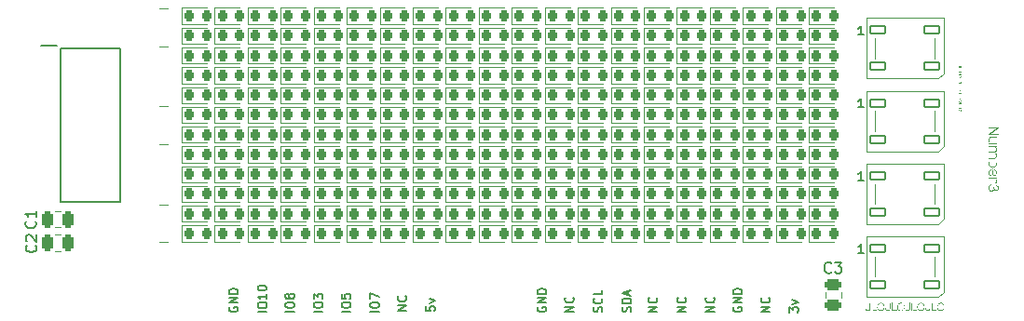
<source format=gbr>
%TF.GenerationSoftware,KiCad,Pcbnew,9.0.2*%
%TF.CreationDate,2025-07-25T11:54:52+02:00*%
%TF.ProjectId,LED_MATRIX,4c45445f-4d41-4545-9249-582e6b696361,rev?*%
%TF.SameCoordinates,Original*%
%TF.FileFunction,Legend,Top*%
%TF.FilePolarity,Positive*%
%FSLAX46Y46*%
G04 Gerber Fmt 4.6, Leading zero omitted, Abs format (unit mm)*
G04 Created by KiCad (PCBNEW 9.0.2) date 2025-07-25 11:54:52*
%MOMM*%
%LPD*%
G01*
G04 APERTURE LIST*
G04 Aperture macros list*
%AMRoundRect*
0 Rectangle with rounded corners*
0 $1 Rounding radius*
0 $2 $3 $4 $5 $6 $7 $8 $9 X,Y pos of 4 corners*
0 Add a 4 corners polygon primitive as box body*
4,1,4,$2,$3,$4,$5,$6,$7,$8,$9,$2,$3,0*
0 Add four circle primitives for the rounded corners*
1,1,$1+$1,$2,$3*
1,1,$1+$1,$4,$5*
1,1,$1+$1,$6,$7*
1,1,$1+$1,$8,$9*
0 Add four rect primitives between the rounded corners*
20,1,$1+$1,$2,$3,$4,$5,0*
20,1,$1+$1,$4,$5,$6,$7,0*
20,1,$1+$1,$6,$7,$8,$9,0*
20,1,$1+$1,$8,$9,$2,$3,0*%
G04 Aperture macros list end*
%ADD10C,0.160000*%
%ADD11C,0.060000*%
%ADD12C,0.203200*%
%ADD13C,0.100000*%
%ADD14C,0.150000*%
%ADD15C,0.120000*%
%ADD16C,0.200000*%
%ADD17C,0.010000*%
%ADD18RoundRect,0.218750X-0.218750X-0.256250X0.218750X-0.256250X0.218750X0.256250X-0.218750X0.256250X0*%
%ADD19RoundRect,0.250000X-0.250000X-0.475000X0.250000X-0.475000X0.250000X0.475000X-0.250000X0.475000X0*%
%ADD20R,1.475000X0.300000*%
%ADD21R,0.900000X0.400000*%
%ADD22RoundRect,0.250000X-0.475000X0.250000X-0.475000X-0.250000X0.475000X-0.250000X0.475000X0.250000X0*%
%ADD23R,1.700000X1.700000*%
%ADD24C,1.700000*%
%ADD25RoundRect,0.090000X-0.660000X-0.360000X0.660000X-0.360000X0.660000X0.360000X-0.660000X0.360000X0*%
G04 APERTURE END LIST*
D10*
X109993775Y-154690451D02*
X109993775Y-154195213D01*
X109993775Y-154195213D02*
X110298537Y-154461879D01*
X110298537Y-154461879D02*
X110298537Y-154347594D01*
X110298537Y-154347594D02*
X110336632Y-154271403D01*
X110336632Y-154271403D02*
X110374727Y-154233308D01*
X110374727Y-154233308D02*
X110450918Y-154195213D01*
X110450918Y-154195213D02*
X110641394Y-154195213D01*
X110641394Y-154195213D02*
X110717584Y-154233308D01*
X110717584Y-154233308D02*
X110755680Y-154271403D01*
X110755680Y-154271403D02*
X110793775Y-154347594D01*
X110793775Y-154347594D02*
X110793775Y-154576165D01*
X110793775Y-154576165D02*
X110755680Y-154652356D01*
X110755680Y-154652356D02*
X110717584Y-154690451D01*
X110260441Y-153928546D02*
X110793775Y-153738070D01*
X110793775Y-153738070D02*
X110260441Y-153547593D01*
X97993775Y-154614260D02*
X97193775Y-154614260D01*
X97193775Y-154614260D02*
X97993775Y-154157117D01*
X97993775Y-154157117D02*
X97193775Y-154157117D01*
X97917584Y-153319022D02*
X97955680Y-153357118D01*
X97955680Y-153357118D02*
X97993775Y-153471403D01*
X97993775Y-153471403D02*
X97993775Y-153547594D01*
X97993775Y-153547594D02*
X97955680Y-153661880D01*
X97955680Y-153661880D02*
X97879489Y-153738070D01*
X97879489Y-153738070D02*
X97803299Y-153776165D01*
X97803299Y-153776165D02*
X97650918Y-153814261D01*
X97650918Y-153814261D02*
X97536632Y-153814261D01*
X97536632Y-153814261D02*
X97384251Y-153776165D01*
X97384251Y-153776165D02*
X97308060Y-153738070D01*
X97308060Y-153738070D02*
X97231870Y-153661880D01*
X97231870Y-153661880D02*
X97193775Y-153547594D01*
X97193775Y-153547594D02*
X97193775Y-153471403D01*
X97193775Y-153471403D02*
X97231870Y-153357118D01*
X97231870Y-153357118D02*
X97269965Y-153319022D01*
X104931870Y-154195213D02*
X104893775Y-154271403D01*
X104893775Y-154271403D02*
X104893775Y-154385689D01*
X104893775Y-154385689D02*
X104931870Y-154499975D01*
X104931870Y-154499975D02*
X105008060Y-154576165D01*
X105008060Y-154576165D02*
X105084251Y-154614260D01*
X105084251Y-154614260D02*
X105236632Y-154652356D01*
X105236632Y-154652356D02*
X105350918Y-154652356D01*
X105350918Y-154652356D02*
X105503299Y-154614260D01*
X105503299Y-154614260D02*
X105579489Y-154576165D01*
X105579489Y-154576165D02*
X105655680Y-154499975D01*
X105655680Y-154499975D02*
X105693775Y-154385689D01*
X105693775Y-154385689D02*
X105693775Y-154309498D01*
X105693775Y-154309498D02*
X105655680Y-154195213D01*
X105655680Y-154195213D02*
X105617584Y-154157117D01*
X105617584Y-154157117D02*
X105350918Y-154157117D01*
X105350918Y-154157117D02*
X105350918Y-154309498D01*
X105693775Y-153814260D02*
X104893775Y-153814260D01*
X104893775Y-153814260D02*
X105693775Y-153357117D01*
X105693775Y-153357117D02*
X104893775Y-153357117D01*
X105693775Y-152976165D02*
X104893775Y-152976165D01*
X104893775Y-152976165D02*
X104893775Y-152785689D01*
X104893775Y-152785689D02*
X104931870Y-152671403D01*
X104931870Y-152671403D02*
X105008060Y-152595213D01*
X105008060Y-152595213D02*
X105084251Y-152557118D01*
X105084251Y-152557118D02*
X105236632Y-152519022D01*
X105236632Y-152519022D02*
X105350918Y-152519022D01*
X105350918Y-152519022D02*
X105503299Y-152557118D01*
X105503299Y-152557118D02*
X105579489Y-152595213D01*
X105579489Y-152595213D02*
X105655680Y-152671403D01*
X105655680Y-152671403D02*
X105693775Y-152785689D01*
X105693775Y-152785689D02*
X105693775Y-152976165D01*
X62473775Y-154644260D02*
X61673775Y-154644260D01*
X61673775Y-154110927D02*
X61673775Y-153958546D01*
X61673775Y-153958546D02*
X61711870Y-153882356D01*
X61711870Y-153882356D02*
X61788060Y-153806165D01*
X61788060Y-153806165D02*
X61940441Y-153768070D01*
X61940441Y-153768070D02*
X62207108Y-153768070D01*
X62207108Y-153768070D02*
X62359489Y-153806165D01*
X62359489Y-153806165D02*
X62435680Y-153882356D01*
X62435680Y-153882356D02*
X62473775Y-153958546D01*
X62473775Y-153958546D02*
X62473775Y-154110927D01*
X62473775Y-154110927D02*
X62435680Y-154187118D01*
X62435680Y-154187118D02*
X62359489Y-154263308D01*
X62359489Y-154263308D02*
X62207108Y-154301404D01*
X62207108Y-154301404D02*
X61940441Y-154301404D01*
X61940441Y-154301404D02*
X61788060Y-154263308D01*
X61788060Y-154263308D02*
X61711870Y-154187118D01*
X61711870Y-154187118D02*
X61673775Y-154110927D01*
X62473775Y-153006166D02*
X62473775Y-153463309D01*
X62473775Y-153234737D02*
X61673775Y-153234737D01*
X61673775Y-153234737D02*
X61788060Y-153310928D01*
X61788060Y-153310928D02*
X61864251Y-153387118D01*
X61864251Y-153387118D02*
X61902346Y-153463309D01*
X61673775Y-152510927D02*
X61673775Y-152434737D01*
X61673775Y-152434737D02*
X61711870Y-152358546D01*
X61711870Y-152358546D02*
X61749965Y-152320451D01*
X61749965Y-152320451D02*
X61826156Y-152282356D01*
X61826156Y-152282356D02*
X61978537Y-152244261D01*
X61978537Y-152244261D02*
X62169013Y-152244261D01*
X62169013Y-152244261D02*
X62321394Y-152282356D01*
X62321394Y-152282356D02*
X62397584Y-152320451D01*
X62397584Y-152320451D02*
X62435680Y-152358546D01*
X62435680Y-152358546D02*
X62473775Y-152434737D01*
X62473775Y-152434737D02*
X62473775Y-152510927D01*
X62473775Y-152510927D02*
X62435680Y-152587118D01*
X62435680Y-152587118D02*
X62397584Y-152625213D01*
X62397584Y-152625213D02*
X62321394Y-152663308D01*
X62321394Y-152663308D02*
X62169013Y-152701404D01*
X62169013Y-152701404D02*
X61978537Y-152701404D01*
X61978537Y-152701404D02*
X61826156Y-152663308D01*
X61826156Y-152663308D02*
X61749965Y-152625213D01*
X61749965Y-152625213D02*
X61711870Y-152587118D01*
X61711870Y-152587118D02*
X61673775Y-152510927D01*
X76993775Y-154133308D02*
X76993775Y-154514260D01*
X76993775Y-154514260D02*
X77374727Y-154552356D01*
X77374727Y-154552356D02*
X77336632Y-154514260D01*
X77336632Y-154514260D02*
X77298537Y-154438070D01*
X77298537Y-154438070D02*
X77298537Y-154247594D01*
X77298537Y-154247594D02*
X77336632Y-154171403D01*
X77336632Y-154171403D02*
X77374727Y-154133308D01*
X77374727Y-154133308D02*
X77450918Y-154095213D01*
X77450918Y-154095213D02*
X77641394Y-154095213D01*
X77641394Y-154095213D02*
X77717584Y-154133308D01*
X77717584Y-154133308D02*
X77755680Y-154171403D01*
X77755680Y-154171403D02*
X77793775Y-154247594D01*
X77793775Y-154247594D02*
X77793775Y-154438070D01*
X77793775Y-154438070D02*
X77755680Y-154514260D01*
X77755680Y-154514260D02*
X77717584Y-154552356D01*
X77260441Y-153828546D02*
X77793775Y-153638070D01*
X77793775Y-153638070D02*
X77260441Y-153447593D01*
X72693775Y-154614260D02*
X71893775Y-154614260D01*
X71893775Y-154080927D02*
X71893775Y-153928546D01*
X71893775Y-153928546D02*
X71931870Y-153852356D01*
X71931870Y-153852356D02*
X72008060Y-153776165D01*
X72008060Y-153776165D02*
X72160441Y-153738070D01*
X72160441Y-153738070D02*
X72427108Y-153738070D01*
X72427108Y-153738070D02*
X72579489Y-153776165D01*
X72579489Y-153776165D02*
X72655680Y-153852356D01*
X72655680Y-153852356D02*
X72693775Y-153928546D01*
X72693775Y-153928546D02*
X72693775Y-154080927D01*
X72693775Y-154080927D02*
X72655680Y-154157118D01*
X72655680Y-154157118D02*
X72579489Y-154233308D01*
X72579489Y-154233308D02*
X72427108Y-154271404D01*
X72427108Y-154271404D02*
X72160441Y-154271404D01*
X72160441Y-154271404D02*
X72008060Y-154233308D01*
X72008060Y-154233308D02*
X71931870Y-154157118D01*
X71931870Y-154157118D02*
X71893775Y-154080927D01*
X71893775Y-153471404D02*
X71893775Y-152938070D01*
X71893775Y-152938070D02*
X72693775Y-153280928D01*
X108193775Y-154614260D02*
X107393775Y-154614260D01*
X107393775Y-154614260D02*
X108193775Y-154157117D01*
X108193775Y-154157117D02*
X107393775Y-154157117D01*
X108117584Y-153319022D02*
X108155680Y-153357118D01*
X108155680Y-153357118D02*
X108193775Y-153471403D01*
X108193775Y-153471403D02*
X108193775Y-153547594D01*
X108193775Y-153547594D02*
X108155680Y-153661880D01*
X108155680Y-153661880D02*
X108079489Y-153738070D01*
X108079489Y-153738070D02*
X108003299Y-153776165D01*
X108003299Y-153776165D02*
X107850918Y-153814261D01*
X107850918Y-153814261D02*
X107736632Y-153814261D01*
X107736632Y-153814261D02*
X107584251Y-153776165D01*
X107584251Y-153776165D02*
X107508060Y-153738070D01*
X107508060Y-153738070D02*
X107431870Y-153661880D01*
X107431870Y-153661880D02*
X107393775Y-153547594D01*
X107393775Y-153547594D02*
X107393775Y-153471403D01*
X107393775Y-153471403D02*
X107431870Y-153357118D01*
X107431870Y-153357118D02*
X107469965Y-153319022D01*
D11*
G36*
X125659180Y-132096741D02*
G01*
X125658275Y-132101586D01*
X125655644Y-132105332D01*
X125651780Y-132107818D01*
X125647255Y-132108647D01*
X125642404Y-132107793D01*
X125638663Y-132105332D01*
X125636202Y-132101592D01*
X125635348Y-132096741D01*
X125635348Y-131899472D01*
X125636173Y-131894945D01*
X125638645Y-131891082D01*
X125642406Y-131888451D01*
X125647255Y-131887547D01*
X125651763Y-131888424D01*
X125655644Y-131891082D01*
X125658303Y-131894963D01*
X125659180Y-131899472D01*
X125659180Y-132096741D01*
G37*
G36*
X125609061Y-131986190D02*
G01*
X125613934Y-131987082D01*
X125617872Y-131989707D01*
X125620531Y-131993588D01*
X125621408Y-131998097D01*
X125620503Y-132002946D01*
X125617872Y-132006707D01*
X125613950Y-132009175D01*
X125609061Y-132010022D01*
X125392925Y-132010022D01*
X125388399Y-132009193D01*
X125384535Y-132006707D01*
X125381904Y-132002946D01*
X125381000Y-131998097D01*
X125381877Y-131993588D01*
X125384535Y-131989707D01*
X125388415Y-131987063D01*
X125392925Y-131986190D01*
X125609061Y-131986190D01*
G37*
G36*
X125647255Y-132145284D02*
G01*
X125651765Y-132146157D01*
X125655644Y-132148801D01*
X125658303Y-132152682D01*
X125659180Y-132157191D01*
X125658284Y-132162062D01*
X125655644Y-132166002D01*
X125651763Y-132168660D01*
X125647255Y-132169537D01*
X125392925Y-132169537D01*
X125388416Y-132168660D01*
X125384535Y-132166002D01*
X125381896Y-132162062D01*
X125381000Y-132157191D01*
X125381877Y-132152682D01*
X125384535Y-132148801D01*
X125388415Y-132146157D01*
X125392925Y-132145284D01*
X125647255Y-132145284D01*
G37*
G36*
X125647255Y-132310221D02*
G01*
X125651780Y-132311050D01*
X125655644Y-132313537D01*
X125658276Y-132317297D01*
X125659180Y-132322146D01*
X125658302Y-132326652D01*
X125655644Y-132330518D01*
X125651763Y-132333176D01*
X125647255Y-132334053D01*
X125392925Y-132334053D01*
X125388416Y-132333176D01*
X125384535Y-132330518D01*
X125381877Y-132326652D01*
X125381000Y-132322146D01*
X125381904Y-132317297D01*
X125384535Y-132313537D01*
X125388399Y-132311050D01*
X125392925Y-132310221D01*
X125647255Y-132310221D01*
G37*
G36*
X125536210Y-132283953D02*
G01*
X125535305Y-132288798D01*
X125532674Y-132292544D01*
X125528810Y-132295030D01*
X125524285Y-132295860D01*
X125519759Y-132295030D01*
X125515895Y-132292544D01*
X125513264Y-132288798D01*
X125512359Y-132283953D01*
X125512359Y-132195384D01*
X125513264Y-132190535D01*
X125515895Y-132186775D01*
X125519758Y-132184303D01*
X125524285Y-132183477D01*
X125528811Y-132184303D01*
X125532674Y-132186775D01*
X125535305Y-132190535D01*
X125536210Y-132195384D01*
X125536210Y-132283953D01*
G37*
G36*
X125635348Y-132436012D02*
G01*
X125636202Y-132431161D01*
X125638663Y-132427421D01*
X125642404Y-132424960D01*
X125647255Y-132424105D01*
X125651782Y-132424931D01*
X125655644Y-132427403D01*
X125658276Y-132431164D01*
X125659180Y-132436012D01*
X125659180Y-132551857D01*
X125658284Y-132556728D01*
X125655644Y-132560668D01*
X125651763Y-132563326D01*
X125647255Y-132564203D01*
X125642406Y-132563299D01*
X125638645Y-132560668D01*
X125636191Y-132556747D01*
X125635348Y-132551857D01*
X125635348Y-132436012D01*
G37*
G36*
X125392925Y-132410165D02*
G01*
X125388416Y-132409288D01*
X125384535Y-132406630D01*
X125381896Y-132402690D01*
X125381000Y-132397819D01*
X125381877Y-132393310D01*
X125384535Y-132389429D01*
X125388415Y-132386785D01*
X125392925Y-132385912D01*
X125647255Y-132385912D01*
X125651765Y-132386785D01*
X125655644Y-132389429D01*
X125658303Y-132393310D01*
X125659180Y-132397819D01*
X125658284Y-132402690D01*
X125655644Y-132406630D01*
X125651763Y-132409288D01*
X125647255Y-132410165D01*
X125392925Y-132410165D01*
G37*
G36*
X125542493Y-132528354D02*
G01*
X125541645Y-132533240D01*
X125539177Y-132537147D01*
X125535432Y-132539778D01*
X125530586Y-132540683D01*
X125526077Y-132539805D01*
X125522196Y-132537147D01*
X125519558Y-132533222D01*
X125518661Y-132528354D01*
X125518661Y-132436012D01*
X125519565Y-132431164D01*
X125522196Y-132427403D01*
X125526059Y-132424931D01*
X125530586Y-132424105D01*
X125535437Y-132424960D01*
X125539177Y-132427421D01*
X125541638Y-132431161D01*
X125542493Y-132436012D01*
X125542493Y-132528354D01*
G37*
G36*
X125404831Y-132551857D02*
G01*
X125403935Y-132556728D01*
X125401296Y-132560668D01*
X125397430Y-132563325D01*
X125392925Y-132564203D01*
X125388416Y-132563326D01*
X125384535Y-132560668D01*
X125381896Y-132556728D01*
X125381000Y-132551857D01*
X125381000Y-132436012D01*
X125381904Y-132431164D01*
X125384535Y-132427403D01*
X125388398Y-132424931D01*
X125392925Y-132424105D01*
X125397448Y-132424931D01*
X125401296Y-132427403D01*
X125403927Y-132431164D01*
X125404831Y-132436012D01*
X125404831Y-132551857D01*
G37*
G36*
X125647255Y-132813532D02*
G01*
X125651765Y-132814405D01*
X125655644Y-132817049D01*
X125658303Y-132820931D01*
X125659180Y-132825439D01*
X125658284Y-132830310D01*
X125655644Y-132834250D01*
X125651763Y-132836908D01*
X125647255Y-132837786D01*
X125392925Y-132837786D01*
X125388416Y-132836908D01*
X125384535Y-132834250D01*
X125381896Y-132830310D01*
X125381000Y-132825439D01*
X125381877Y-132820931D01*
X125384535Y-132817049D01*
X125388415Y-132814405D01*
X125392925Y-132813532D01*
X125647255Y-132813532D01*
G37*
G36*
X125652567Y-133070464D02*
G01*
X125657527Y-133074974D01*
X125659180Y-133081473D01*
X125658302Y-133085978D01*
X125655644Y-133089844D01*
X125651763Y-133092503D01*
X125647255Y-133093380D01*
X125641961Y-133092061D01*
X125442604Y-132991769D01*
X125437317Y-132987552D01*
X125435569Y-132981162D01*
X125436443Y-132976652D01*
X125439087Y-132972773D01*
X125442968Y-132970114D01*
X125447476Y-132969237D01*
X125452770Y-132970556D01*
X125652567Y-133070464D01*
G37*
G36*
X125398219Y-132964053D02*
G01*
X125392925Y-132965372D01*
X125388416Y-132964495D01*
X125384535Y-132961837D01*
X125381877Y-132957955D01*
X125381000Y-132953447D01*
X125382668Y-132947036D01*
X125387631Y-132942859D01*
X125574019Y-132848813D01*
X125576437Y-132848154D01*
X125579276Y-132847934D01*
X125583798Y-132848764D01*
X125587647Y-132851250D01*
X125590278Y-132855010D01*
X125591183Y-132859859D01*
X125589513Y-132866285D01*
X125584551Y-132870465D01*
X125398219Y-132964053D01*
G37*
G36*
X125392925Y-133093380D02*
G01*
X125388416Y-133092503D01*
X125384535Y-133089844D01*
X125381877Y-133085978D01*
X125381000Y-133081473D01*
X125381904Y-133076624D01*
X125384535Y-133072863D01*
X125388399Y-133070377D01*
X125392925Y-133069548D01*
X125568358Y-133069548D01*
X125572881Y-133070377D01*
X125576730Y-133072863D01*
X125579361Y-133076624D01*
X125580265Y-133081473D01*
X125579387Y-133085978D01*
X125576730Y-133089844D01*
X125572864Y-133092502D01*
X125568358Y-133093380D01*
X125392925Y-133093380D01*
G37*
G36*
X125644635Y-133227561D02*
G01*
X125646778Y-133227359D01*
X125648940Y-133227158D01*
X125653791Y-133228012D01*
X125657531Y-133230473D01*
X125660007Y-133234215D01*
X125660865Y-133239064D01*
X125658999Y-133245784D01*
X125653355Y-133250110D01*
X125397321Y-133350421D01*
X125392925Y-133351300D01*
X125388416Y-133350423D01*
X125384535Y-133347765D01*
X125381896Y-133343825D01*
X125381000Y-133338954D01*
X125382864Y-133332246D01*
X125388510Y-133327908D01*
X125644635Y-133227561D01*
G37*
G36*
X125603419Y-133207887D02*
G01*
X125609022Y-133212272D01*
X125610911Y-133219336D01*
X125610034Y-133223844D01*
X125607376Y-133227725D01*
X125603495Y-133230384D01*
X125598986Y-133231261D01*
X125594590Y-133230382D01*
X125388510Y-133149800D01*
X125382893Y-133145410D01*
X125381000Y-133138333D01*
X125381877Y-133133824D01*
X125384535Y-133129943D01*
X125388415Y-133127299D01*
X125392925Y-133126426D01*
X125397321Y-133127287D01*
X125603419Y-133207887D01*
G37*
G36*
X125461160Y-133205066D02*
G01*
X125461989Y-133200540D01*
X125464476Y-133196676D01*
X125468235Y-133194059D01*
X125473085Y-133193159D01*
X125477592Y-133194033D01*
X125481457Y-133196676D01*
X125484115Y-133200557D01*
X125484992Y-133205066D01*
X125484992Y-133272220D01*
X125484088Y-133277069D01*
X125481457Y-133280830D01*
X125477607Y-133283316D01*
X125473085Y-133284146D01*
X125468232Y-133283288D01*
X125464476Y-133280812D01*
X125462014Y-133277071D01*
X125461160Y-133272220D01*
X125461160Y-133205066D01*
G37*
G36*
X125659180Y-133536699D02*
G01*
X125658275Y-133541544D01*
X125655644Y-133545290D01*
X125651780Y-133547776D01*
X125647255Y-133548606D01*
X125642404Y-133547751D01*
X125638663Y-133545290D01*
X125636202Y-133541550D01*
X125635348Y-133536699D01*
X125635348Y-133339430D01*
X125636173Y-133334903D01*
X125638645Y-133331040D01*
X125642406Y-133328409D01*
X125647255Y-133327505D01*
X125651763Y-133328382D01*
X125655644Y-133331040D01*
X125658303Y-133334921D01*
X125659180Y-133339430D01*
X125659180Y-133536699D01*
G37*
G36*
X125609061Y-133426148D02*
G01*
X125613934Y-133427040D01*
X125617872Y-133429665D01*
X125620531Y-133433547D01*
X125621408Y-133438055D01*
X125620503Y-133442904D01*
X125617872Y-133446665D01*
X125613950Y-133449133D01*
X125609061Y-133449980D01*
X125392925Y-133449980D01*
X125388399Y-133449151D01*
X125384535Y-133446665D01*
X125381904Y-133442904D01*
X125381000Y-133438055D01*
X125381877Y-133433547D01*
X125384535Y-133429665D01*
X125388415Y-133427021D01*
X125392925Y-133426148D01*
X125609061Y-133426148D01*
G37*
G36*
X125635348Y-133635342D02*
G01*
X125636202Y-133630491D01*
X125638663Y-133626751D01*
X125642404Y-133624290D01*
X125647255Y-133623435D01*
X125651782Y-133624261D01*
X125655644Y-133626733D01*
X125658276Y-133630494D01*
X125659180Y-133635342D01*
X125659180Y-133685717D01*
X125657899Y-133705223D01*
X125654389Y-133720813D01*
X125649013Y-133733217D01*
X125641361Y-133744344D01*
X125632508Y-133752997D01*
X125622360Y-133759467D01*
X125605347Y-133765658D01*
X125587244Y-133767728D01*
X125569125Y-133765664D01*
X125551927Y-133759467D01*
X125541625Y-133752991D01*
X125532627Y-133744341D01*
X125524834Y-133733235D01*
X125519348Y-133720817D01*
X125515770Y-133705222D01*
X125514466Y-133685717D01*
X125514466Y-133635342D01*
X125515370Y-133630494D01*
X125518001Y-133626733D01*
X125521864Y-133624261D01*
X125526391Y-133623435D01*
X125531242Y-133624290D01*
X125534982Y-133626751D01*
X125537444Y-133630491D01*
X125538298Y-133635342D01*
X125538298Y-133685717D01*
X125540055Y-133706861D01*
X125544526Y-133720888D01*
X125552149Y-133731768D01*
X125561928Y-133738492D01*
X125573616Y-133742170D01*
X125587244Y-133743456D01*
X125600906Y-133742035D01*
X125612291Y-133738003D01*
X125621884Y-133731458D01*
X125628709Y-133722383D01*
X125633469Y-133707890D01*
X125635348Y-133685717D01*
X125635348Y-133635342D01*
G37*
G36*
X125392925Y-133609495D02*
G01*
X125388416Y-133608618D01*
X125384535Y-133605960D01*
X125381896Y-133602020D01*
X125381000Y-133597149D01*
X125381877Y-133592640D01*
X125384535Y-133588759D01*
X125388415Y-133586115D01*
X125392925Y-133585242D01*
X125647255Y-133585242D01*
X125651765Y-133586115D01*
X125655644Y-133588759D01*
X125658303Y-133592640D01*
X125659180Y-133597149D01*
X125658284Y-133602020D01*
X125655644Y-133605960D01*
X125651763Y-133608618D01*
X125647255Y-133609495D01*
X125392925Y-133609495D01*
G37*
G36*
X125489095Y-133684820D02*
G01*
X125495745Y-133682603D01*
X125500270Y-133683433D01*
X125504135Y-133685919D01*
X125506766Y-133689680D01*
X125507670Y-133694528D01*
X125506271Y-133701037D01*
X125502358Y-133705098D01*
X125399556Y-133778517D01*
X125392925Y-133780734D01*
X125386267Y-133779253D01*
X125382457Y-133775163D01*
X125381000Y-133767563D01*
X125382331Y-133762122D01*
X125386312Y-133758239D01*
X125489095Y-133684820D01*
G37*
G36*
X125647255Y-133816491D02*
G01*
X125651765Y-133817364D01*
X125655644Y-133820008D01*
X125658303Y-133823889D01*
X125659180Y-133828398D01*
X125658284Y-133833269D01*
X125655644Y-133837209D01*
X125651763Y-133839867D01*
X125647255Y-133840744D01*
X125392925Y-133840744D01*
X125388416Y-133839867D01*
X125384535Y-133837209D01*
X125381896Y-133833269D01*
X125381000Y-133828398D01*
X125381877Y-133823889D01*
X125384535Y-133820008D01*
X125388415Y-133817364D01*
X125392925Y-133816491D01*
X125647255Y-133816491D01*
G37*
G36*
X125401278Y-134149516D02*
G01*
X125397142Y-134151850D01*
X125392925Y-134152594D01*
X125388416Y-134151717D01*
X125384535Y-134149058D01*
X125381877Y-134145177D01*
X125381000Y-134140669D01*
X125382099Y-134135833D01*
X125384498Y-134131894D01*
X125638902Y-133887987D01*
X125643038Y-133885654D01*
X125647255Y-133884910D01*
X125651765Y-133885783D01*
X125655644Y-133888427D01*
X125658303Y-133892308D01*
X125659180Y-133896816D01*
X125658081Y-133901671D01*
X125655681Y-133905609D01*
X125401278Y-134149516D01*
G37*
G36*
X125655681Y-134136510D02*
G01*
X125658081Y-134140229D01*
X125659180Y-134144863D01*
X125658284Y-134149735D01*
X125655644Y-134153674D01*
X125651763Y-134156333D01*
X125647255Y-134157210D01*
X125642748Y-134156336D01*
X125638883Y-134153693D01*
X125534341Y-134054188D01*
X125531923Y-134050250D01*
X125530842Y-134045396D01*
X125531743Y-134040545D01*
X125534360Y-134036786D01*
X125538223Y-134034314D01*
X125542749Y-134033489D01*
X125547584Y-134034300D01*
X125551139Y-134036584D01*
X125655681Y-134136510D01*
G37*
G36*
X125504153Y-133982454D02*
G01*
X125506846Y-133987006D01*
X125507670Y-133991265D01*
X125506765Y-133996111D01*
X125504135Y-133999856D01*
X125500270Y-134002343D01*
X125495745Y-134003172D01*
X125491217Y-134002397D01*
X125487373Y-134000095D01*
X125384498Y-133901817D01*
X125382099Y-133897897D01*
X125381000Y-133893043D01*
X125381877Y-133888534D01*
X125384535Y-133884653D01*
X125388415Y-133882009D01*
X125392925Y-133881136D01*
X125397142Y-133881880D01*
X125401278Y-133884214D01*
X125504153Y-133982454D01*
G37*
G36*
X125635348Y-134445447D02*
G01*
X125636202Y-134440596D01*
X125638663Y-134436856D01*
X125642404Y-134434395D01*
X125647255Y-134433540D01*
X125651782Y-134434365D01*
X125655644Y-134436837D01*
X125658276Y-134440598D01*
X125659180Y-134445447D01*
X125659180Y-134495822D01*
X125657779Y-134515267D01*
X125653922Y-134530862D01*
X125647969Y-134543340D01*
X125639612Y-134554391D01*
X125629922Y-134563056D01*
X125618770Y-134569571D01*
X125600225Y-134575744D01*
X125580100Y-134577833D01*
X125559928Y-134575755D01*
X125541009Y-134569571D01*
X125529588Y-134563040D01*
X125519694Y-134554370D01*
X125511187Y-134543340D01*
X125505122Y-134530848D01*
X125501199Y-134515253D01*
X125499775Y-134495822D01*
X125499775Y-134445447D01*
X125500679Y-134440598D01*
X125503310Y-134436837D01*
X125507173Y-134434365D01*
X125511700Y-134433540D01*
X125516224Y-134434366D01*
X125520071Y-134436837D01*
X125522703Y-134440598D01*
X125523607Y-134445447D01*
X125523607Y-134495822D01*
X125524549Y-134510731D01*
X125527079Y-134522136D01*
X125530861Y-134530755D01*
X125539564Y-134541421D01*
X125550974Y-134548377D01*
X125564409Y-134552214D01*
X125580100Y-134553561D01*
X125596063Y-134552085D01*
X125609169Y-134547943D01*
X125619997Y-134541343D01*
X125626163Y-134534726D01*
X125630935Y-134525473D01*
X125634142Y-134512831D01*
X125635348Y-134495822D01*
X125635348Y-134445447D01*
G37*
G36*
X125392925Y-134419600D02*
G01*
X125388416Y-134418723D01*
X125384535Y-134416065D01*
X125381896Y-134412125D01*
X125381000Y-134407254D01*
X125381877Y-134402745D01*
X125384535Y-134398864D01*
X125388415Y-134396220D01*
X125392925Y-134395347D01*
X125647255Y-134395347D01*
X125651765Y-134396220D01*
X125655644Y-134398864D01*
X125658303Y-134402745D01*
X125659180Y-134407254D01*
X125658284Y-134412125D01*
X125655644Y-134416065D01*
X125651763Y-134418723D01*
X125647255Y-134419600D01*
X125392925Y-134419600D01*
G37*
G36*
X125463908Y-134628409D02*
G01*
X125460253Y-134623938D01*
X125459072Y-134618701D01*
X125459945Y-134614191D01*
X125462589Y-134610311D01*
X125466469Y-134607667D01*
X125470979Y-134606794D01*
X125475103Y-134607467D01*
X125478489Y-134609432D01*
X125654344Y-134736194D01*
X125657998Y-134740650D01*
X125659180Y-134745884D01*
X125658302Y-134750389D01*
X125655644Y-134754255D01*
X125651763Y-134756914D01*
X125647255Y-134757791D01*
X125640202Y-134755593D01*
X125463908Y-134628409D01*
G37*
G36*
X125589754Y-134744455D02*
G01*
X125594603Y-134745359D01*
X125598363Y-134747991D01*
X125600850Y-134751855D01*
X125601679Y-134756380D01*
X125600849Y-134760903D01*
X125598363Y-134764752D01*
X125594603Y-134767383D01*
X125589754Y-134768287D01*
X125392925Y-134768287D01*
X125388416Y-134767410D01*
X125384535Y-134764752D01*
X125381877Y-134760886D01*
X125381000Y-134756380D01*
X125381877Y-134751872D01*
X125384535Y-134747991D01*
X125388416Y-134745332D01*
X125392925Y-134744455D01*
X125589754Y-134744455D01*
G37*
G36*
X125483325Y-134726577D02*
G01*
X125482495Y-134731099D01*
X125480009Y-134734948D01*
X125476191Y-134737561D01*
X125470979Y-134738483D01*
X125466470Y-134737606D01*
X125462589Y-134734948D01*
X125459945Y-134731083D01*
X125459072Y-134726577D01*
X125459072Y-134655227D01*
X125459945Y-134650717D01*
X125462589Y-134646837D01*
X125466470Y-134644179D01*
X125470979Y-134643302D01*
X125476191Y-134644224D01*
X125480009Y-134646837D01*
X125482496Y-134650702D01*
X125483325Y-134655227D01*
X125483325Y-134726577D01*
G37*
G36*
X125483325Y-134796662D02*
G01*
X125482496Y-134801188D01*
X125480009Y-134805052D01*
X125476191Y-134807665D01*
X125470979Y-134808587D01*
X125466470Y-134807710D01*
X125462589Y-134805052D01*
X125459945Y-134801172D01*
X125459072Y-134796662D01*
X125459072Y-134785341D01*
X125459946Y-134780816D01*
X125462589Y-134776933D01*
X125466469Y-134774289D01*
X125470979Y-134773416D01*
X125476193Y-134774334D01*
X125480009Y-134776933D01*
X125482495Y-134780800D01*
X125483325Y-134785341D01*
X125483325Y-134796662D01*
G37*
G36*
X125403165Y-135134908D02*
G01*
X125402260Y-135139753D01*
X125399629Y-135143499D01*
X125395765Y-135145986D01*
X125391239Y-135146815D01*
X125386351Y-135145968D01*
X125382428Y-135143499D01*
X125379798Y-135139753D01*
X125378893Y-135134908D01*
X125378893Y-135134065D01*
X125380390Y-135115570D01*
X125384670Y-135099527D01*
X125391569Y-135085504D01*
X125400902Y-135072834D01*
X125411904Y-135061965D01*
X125424707Y-135052769D01*
X125446025Y-135042018D01*
X125469568Y-135034433D01*
X125494014Y-135030006D01*
X125517983Y-135028552D01*
X125522599Y-135028552D01*
X125546215Y-135030000D01*
X125570593Y-135034433D01*
X125594152Y-135042019D01*
X125615473Y-135052769D01*
X125628261Y-135061973D01*
X125639187Y-135072843D01*
X125648390Y-135085504D01*
X125655176Y-135099515D01*
X125659390Y-135115559D01*
X125660865Y-135134065D01*
X125660865Y-135134908D01*
X125660007Y-135139757D01*
X125657531Y-135143499D01*
X125653791Y-135145960D01*
X125648940Y-135146815D01*
X125644415Y-135145986D01*
X125640550Y-135143499D01*
X125637920Y-135139753D01*
X125637015Y-135134908D01*
X125637015Y-135134065D01*
X125635854Y-135119614D01*
X125632547Y-135107165D01*
X125627233Y-135096366D01*
X125615871Y-135082315D01*
X125601184Y-135071179D01*
X125584100Y-135062923D01*
X125564420Y-135056982D01*
X125543766Y-135053538D01*
X125522599Y-135052384D01*
X125517983Y-135052384D01*
X125496830Y-135053538D01*
X125476163Y-135056982D01*
X125456465Y-135062914D01*
X125439196Y-135071179D01*
X125424328Y-135082331D01*
X125412928Y-135096366D01*
X125407625Y-135107164D01*
X125404323Y-135119613D01*
X125403165Y-135134065D01*
X125403165Y-135134908D01*
G37*
G36*
X125637015Y-135173101D02*
G01*
X125637919Y-135168253D01*
X125640550Y-135164492D01*
X125644415Y-135162005D01*
X125648940Y-135161176D01*
X125653791Y-135162031D01*
X125657531Y-135164492D01*
X125660007Y-135168249D01*
X125660865Y-135173101D01*
X125660865Y-135173926D01*
X125659378Y-135192715D01*
X125655154Y-135208812D01*
X125648390Y-135222689D01*
X125639199Y-135235222D01*
X125628273Y-135246021D01*
X125615473Y-135255204D01*
X125594150Y-135265963D01*
X125570593Y-135273540D01*
X125546214Y-135277986D01*
X125522599Y-135279439D01*
X125517983Y-135279439D01*
X125494014Y-135277980D01*
X125469568Y-135273540D01*
X125446027Y-135265964D01*
X125424707Y-135255204D01*
X125411892Y-135246030D01*
X125400890Y-135235231D01*
X125391569Y-135222689D01*
X125384692Y-135208799D01*
X125380402Y-135192703D01*
X125378893Y-135173926D01*
X125378893Y-135173101D01*
X125379797Y-135168253D01*
X125382428Y-135164492D01*
X125386351Y-135162023D01*
X125391239Y-135161176D01*
X125395765Y-135162005D01*
X125399629Y-135164492D01*
X125402260Y-135168253D01*
X125403165Y-135173101D01*
X125403165Y-135173926D01*
X125404324Y-135188378D01*
X125407626Y-135200820D01*
X125412928Y-135211606D01*
X125424321Y-135225699D01*
X125439196Y-135237014D01*
X125456484Y-135245396D01*
X125476163Y-135251210D01*
X125496811Y-135254503D01*
X125517983Y-135255607D01*
X125522599Y-135255607D01*
X125543787Y-135254502D01*
X125564438Y-135251210D01*
X125584085Y-135245392D01*
X125601184Y-135237032D01*
X125615878Y-135225732D01*
X125627233Y-135211625D01*
X125632547Y-135200826D01*
X125635854Y-135188377D01*
X125637015Y-135173926D01*
X125637015Y-135173101D01*
G37*
G36*
X125659180Y-135463299D02*
G01*
X125658303Y-135467807D01*
X125655644Y-135471688D01*
X125651763Y-135474347D01*
X125647255Y-135475224D01*
X125642406Y-135474319D01*
X125638645Y-135471688D01*
X125636173Y-135467825D01*
X125635348Y-135463299D01*
X125635348Y-135306330D01*
X125636173Y-135301803D01*
X125638645Y-135297940D01*
X125642406Y-135295309D01*
X125647255Y-135294405D01*
X125651763Y-135295282D01*
X125655644Y-135297940D01*
X125658303Y-135301821D01*
X125659180Y-135306330D01*
X125659180Y-135463299D01*
G37*
G36*
X125387612Y-135348810D02*
G01*
X125382653Y-135344299D01*
X125381000Y-135337800D01*
X125381877Y-135333292D01*
X125384535Y-135329411D01*
X125388415Y-135326767D01*
X125392925Y-135325894D01*
X125398219Y-135327194D01*
X125624430Y-135438844D01*
X125629391Y-135443024D01*
X125631061Y-135449450D01*
X125630157Y-135454295D01*
X125627526Y-135458041D01*
X125623662Y-135460528D01*
X125619136Y-135461357D01*
X125616315Y-135461137D01*
X125613879Y-135460496D01*
X125387612Y-135348810D01*
G37*
G36*
X125588087Y-135517172D02*
G01*
X125583238Y-135516268D01*
X125579477Y-135513637D01*
X125576992Y-135509788D01*
X125576162Y-135505266D01*
X125577016Y-135500411D01*
X125579477Y-135496656D01*
X125583233Y-135494194D01*
X125588087Y-135493340D01*
X125602709Y-135494579D01*
X125615500Y-135498136D01*
X125626793Y-135503910D01*
X125636830Y-135511757D01*
X125645188Y-135521149D01*
X125651981Y-135532248D01*
X125656871Y-135544370D01*
X125659847Y-135557418D01*
X125660865Y-135571577D01*
X125659838Y-135586005D01*
X125656853Y-135599105D01*
X125651981Y-135611090D01*
X125645199Y-135622059D01*
X125636842Y-135631382D01*
X125626793Y-135639208D01*
X125615499Y-135644993D01*
X125602708Y-135648556D01*
X125588087Y-135649796D01*
X125575091Y-135648696D01*
X125562613Y-135645410D01*
X125550480Y-135639868D01*
X125533328Y-135628743D01*
X125516554Y-135614607D01*
X125485029Y-135582037D01*
X125454639Y-135549541D01*
X125439194Y-135535359D01*
X125424340Y-135524463D01*
X125413861Y-135518925D01*
X125403448Y-135515718D01*
X125392925Y-135514663D01*
X125388399Y-135513834D01*
X125384535Y-135511347D01*
X125381904Y-135507586D01*
X125381000Y-135502738D01*
X125381877Y-135498229D01*
X125384535Y-135494348D01*
X125388416Y-135491690D01*
X125392925Y-135490812D01*
X125406469Y-135491922D01*
X125419287Y-135495214D01*
X125431558Y-135500723D01*
X125448929Y-135511866D01*
X125465904Y-135526002D01*
X125497632Y-135558572D01*
X125527838Y-135591068D01*
X125543048Y-135605288D01*
X125557514Y-135616164D01*
X125567720Y-135621708D01*
X125577851Y-135624911D01*
X125588087Y-135625964D01*
X125603445Y-135624152D01*
X125615333Y-135619125D01*
X125624577Y-135611035D01*
X125631289Y-135600442D01*
X125635507Y-135587494D01*
X125637015Y-135571577D01*
X125635493Y-135555365D01*
X125631264Y-135542358D01*
X125624577Y-135531882D01*
X125615350Y-135523922D01*
X125603464Y-135518963D01*
X125588087Y-135517172D01*
G37*
G36*
X125381000Y-135537158D02*
G01*
X125381896Y-135532286D01*
X125384535Y-135528346D01*
X125388416Y-135525688D01*
X125392925Y-135524811D01*
X125397430Y-135525689D01*
X125401296Y-135528346D01*
X125403935Y-135532286D01*
X125404831Y-135537158D01*
X125404831Y-135646700D01*
X125403954Y-135651206D01*
X125401296Y-135655072D01*
X125397430Y-135657730D01*
X125392925Y-135658607D01*
X125388416Y-135657730D01*
X125384535Y-135655072D01*
X125381877Y-135651206D01*
X125381000Y-135646700D01*
X125381000Y-135537158D01*
G37*
G36*
X125635348Y-135707993D02*
G01*
X125636173Y-135703466D01*
X125638645Y-135699603D01*
X125642406Y-135696972D01*
X125647255Y-135696068D01*
X125651763Y-135696945D01*
X125655644Y-135699603D01*
X125658303Y-135703485D01*
X125659180Y-135707993D01*
X125659180Y-135845655D01*
X125658284Y-135850526D01*
X125655644Y-135854466D01*
X125651763Y-135857124D01*
X125647255Y-135858001D01*
X125642406Y-135857097D01*
X125638645Y-135854466D01*
X125636191Y-135850545D01*
X125635348Y-135845655D01*
X125635348Y-135707993D01*
G37*
G36*
X125557441Y-135719918D02*
G01*
X125552552Y-135719071D01*
X125548629Y-135716603D01*
X125546013Y-135712843D01*
X125545112Y-135707993D01*
X125545986Y-135703483D01*
X125548629Y-135699603D01*
X125552569Y-135696964D01*
X125557441Y-135696068D01*
X125618294Y-135696068D01*
X125622802Y-135696945D01*
X125626683Y-135699603D01*
X125629342Y-135703485D01*
X125630219Y-135707993D01*
X125629315Y-135712842D01*
X125626683Y-135716603D01*
X125622819Y-135719089D01*
X125618294Y-135719918D01*
X125557441Y-135719918D01*
G37*
G36*
X125458815Y-135683905D02*
G01*
X125463322Y-135684779D01*
X125467187Y-135687422D01*
X125469845Y-135691303D01*
X125470722Y-135695812D01*
X125469818Y-135700660D01*
X125467187Y-135704421D01*
X125463338Y-135706907D01*
X125458815Y-135707737D01*
X125443673Y-135709889D01*
X125430572Y-135716208D01*
X125418955Y-135727062D01*
X125410407Y-135740737D01*
X125405065Y-135757221D01*
X125403165Y-135777236D01*
X125405200Y-135797159D01*
X125410941Y-135813568D01*
X125420200Y-135827208D01*
X125429321Y-135835358D01*
X125440214Y-135841280D01*
X125453238Y-135845007D01*
X125468890Y-135846332D01*
X125470136Y-135846332D01*
X125487184Y-135844947D01*
X125500755Y-135841132D01*
X125511546Y-135835206D01*
X125520071Y-135827208D01*
X125528589Y-135813643D01*
X125533956Y-135796981D01*
X125535880Y-135776412D01*
X125533970Y-135755836D01*
X125528809Y-135740362D01*
X125520369Y-135727487D01*
X125509685Y-135718123D01*
X125505690Y-135713566D01*
X125504391Y-135707993D01*
X125505268Y-135703485D01*
X125507926Y-135699603D01*
X125511808Y-135696945D01*
X125516316Y-135696068D01*
X125519981Y-135696662D01*
X125522563Y-135698303D01*
X125533123Y-135706280D01*
X125542173Y-135716457D01*
X125549784Y-135729132D01*
X125555175Y-135742980D01*
X125558537Y-135758633D01*
X125559712Y-135776412D01*
X125558539Y-135793603D01*
X125555129Y-135809279D01*
X125549564Y-135823673D01*
X125541712Y-135836836D01*
X125531768Y-135848041D01*
X125519558Y-135857470D01*
X125505773Y-135864322D01*
X125489482Y-135868635D01*
X125470136Y-135870164D01*
X125468890Y-135870164D01*
X125450938Y-135868704D01*
X125435153Y-135864503D01*
X125421153Y-135857690D01*
X125408637Y-135848397D01*
X125398268Y-135837263D01*
X125389884Y-135824112D01*
X125383831Y-135809680D01*
X125380151Y-135794133D01*
X125378893Y-135777236D01*
X125380103Y-135760332D01*
X125383640Y-135744788D01*
X125389444Y-135730378D01*
X125397445Y-135717091D01*
X125407000Y-135705895D01*
X125418185Y-135696581D01*
X125430802Y-135689531D01*
X125444252Y-135685328D01*
X125458815Y-135683905D01*
G37*
G36*
X125635348Y-136166187D02*
G01*
X125636202Y-136161336D01*
X125638663Y-136157595D01*
X125642404Y-136155134D01*
X125647255Y-136154280D01*
X125651782Y-136155105D01*
X125655644Y-136157577D01*
X125658276Y-136161338D01*
X125659180Y-136166187D01*
X125659180Y-136216562D01*
X125657899Y-136236067D01*
X125654389Y-136251658D01*
X125649013Y-136264061D01*
X125641361Y-136275188D01*
X125632508Y-136283841D01*
X125622360Y-136290311D01*
X125605347Y-136296503D01*
X125587244Y-136298572D01*
X125569125Y-136296509D01*
X125551927Y-136290311D01*
X125541625Y-136283836D01*
X125532627Y-136275185D01*
X125524834Y-136264079D01*
X125519348Y-136251662D01*
X125515770Y-136236066D01*
X125514466Y-136216562D01*
X125514466Y-136166187D01*
X125515370Y-136161338D01*
X125518001Y-136157577D01*
X125521864Y-136155105D01*
X125526391Y-136154280D01*
X125531242Y-136155134D01*
X125534982Y-136157595D01*
X125537444Y-136161336D01*
X125538298Y-136166187D01*
X125538298Y-136216562D01*
X125540055Y-136237705D01*
X125544526Y-136251733D01*
X125552149Y-136262612D01*
X125561928Y-136269337D01*
X125573616Y-136273014D01*
X125587244Y-136274301D01*
X125600906Y-136272880D01*
X125612291Y-136268848D01*
X125621884Y-136262302D01*
X125628709Y-136253227D01*
X125633469Y-136238735D01*
X125635348Y-136216562D01*
X125635348Y-136166187D01*
G37*
G36*
X125392925Y-136140340D02*
G01*
X125388416Y-136139463D01*
X125384535Y-136136804D01*
X125381896Y-136132864D01*
X125381000Y-136127993D01*
X125381877Y-136123485D01*
X125384535Y-136119603D01*
X125388415Y-136116960D01*
X125392925Y-136116086D01*
X125647255Y-136116086D01*
X125651765Y-136116960D01*
X125655644Y-136119603D01*
X125658303Y-136123485D01*
X125659180Y-136127993D01*
X125658284Y-136132864D01*
X125655644Y-136136804D01*
X125651763Y-136139463D01*
X125647255Y-136140340D01*
X125392925Y-136140340D01*
G37*
G36*
X125489095Y-136215664D02*
G01*
X125495745Y-136213448D01*
X125500270Y-136214277D01*
X125504135Y-136216763D01*
X125506766Y-136220524D01*
X125507670Y-136225373D01*
X125506271Y-136231882D01*
X125502358Y-136235942D01*
X125399556Y-136309362D01*
X125392925Y-136311578D01*
X125386267Y-136310097D01*
X125382457Y-136306007D01*
X125381000Y-136298408D01*
X125382331Y-136292966D01*
X125386312Y-136289084D01*
X125489095Y-136215664D01*
G37*
G36*
X125647255Y-136404836D02*
G01*
X125651765Y-136405710D01*
X125655644Y-136408353D01*
X125658303Y-136412235D01*
X125659180Y-136416743D01*
X125658303Y-136421252D01*
X125655644Y-136425133D01*
X125651763Y-136427791D01*
X125647255Y-136428668D01*
X125392925Y-136428668D01*
X125388416Y-136427791D01*
X125384535Y-136425133D01*
X125381877Y-136421252D01*
X125381000Y-136416743D01*
X125381877Y-136412235D01*
X125384535Y-136408353D01*
X125388415Y-136405710D01*
X125392925Y-136404836D01*
X125647255Y-136404836D01*
G37*
G36*
X125594700Y-136350724D02*
G01*
X125592960Y-136344130D01*
X125593833Y-136339620D01*
X125596477Y-136335740D01*
X125600356Y-136333096D01*
X125604866Y-136332223D01*
X125611069Y-136333675D01*
X125615436Y-136337957D01*
X125640221Y-136378257D01*
X125641558Y-136384430D01*
X125640729Y-136388955D01*
X125638242Y-136392820D01*
X125634481Y-136395451D01*
X125629633Y-136396355D01*
X125623171Y-136394934D01*
X125619466Y-136391024D01*
X125594700Y-136350724D01*
G37*
D10*
X92955680Y-154652356D02*
X92993775Y-154538070D01*
X92993775Y-154538070D02*
X92993775Y-154347594D01*
X92993775Y-154347594D02*
X92955680Y-154271403D01*
X92955680Y-154271403D02*
X92917584Y-154233308D01*
X92917584Y-154233308D02*
X92841394Y-154195213D01*
X92841394Y-154195213D02*
X92765203Y-154195213D01*
X92765203Y-154195213D02*
X92689013Y-154233308D01*
X92689013Y-154233308D02*
X92650918Y-154271403D01*
X92650918Y-154271403D02*
X92612822Y-154347594D01*
X92612822Y-154347594D02*
X92574727Y-154499975D01*
X92574727Y-154499975D02*
X92536632Y-154576165D01*
X92536632Y-154576165D02*
X92498537Y-154614260D01*
X92498537Y-154614260D02*
X92422346Y-154652356D01*
X92422346Y-154652356D02*
X92346156Y-154652356D01*
X92346156Y-154652356D02*
X92269965Y-154614260D01*
X92269965Y-154614260D02*
X92231870Y-154576165D01*
X92231870Y-154576165D02*
X92193775Y-154499975D01*
X92193775Y-154499975D02*
X92193775Y-154309498D01*
X92193775Y-154309498D02*
X92231870Y-154195213D01*
X92917584Y-153395212D02*
X92955680Y-153433308D01*
X92955680Y-153433308D02*
X92993775Y-153547593D01*
X92993775Y-153547593D02*
X92993775Y-153623784D01*
X92993775Y-153623784D02*
X92955680Y-153738070D01*
X92955680Y-153738070D02*
X92879489Y-153814260D01*
X92879489Y-153814260D02*
X92803299Y-153852355D01*
X92803299Y-153852355D02*
X92650918Y-153890451D01*
X92650918Y-153890451D02*
X92536632Y-153890451D01*
X92536632Y-153890451D02*
X92384251Y-153852355D01*
X92384251Y-153852355D02*
X92308060Y-153814260D01*
X92308060Y-153814260D02*
X92231870Y-153738070D01*
X92231870Y-153738070D02*
X92193775Y-153623784D01*
X92193775Y-153623784D02*
X92193775Y-153547593D01*
X92193775Y-153547593D02*
X92231870Y-153433308D01*
X92231870Y-153433308D02*
X92269965Y-153395212D01*
X92993775Y-152671403D02*
X92993775Y-153052355D01*
X92993775Y-153052355D02*
X92193775Y-153052355D01*
X95555680Y-154652356D02*
X95593775Y-154538070D01*
X95593775Y-154538070D02*
X95593775Y-154347594D01*
X95593775Y-154347594D02*
X95555680Y-154271403D01*
X95555680Y-154271403D02*
X95517584Y-154233308D01*
X95517584Y-154233308D02*
X95441394Y-154195213D01*
X95441394Y-154195213D02*
X95365203Y-154195213D01*
X95365203Y-154195213D02*
X95289013Y-154233308D01*
X95289013Y-154233308D02*
X95250918Y-154271403D01*
X95250918Y-154271403D02*
X95212822Y-154347594D01*
X95212822Y-154347594D02*
X95174727Y-154499975D01*
X95174727Y-154499975D02*
X95136632Y-154576165D01*
X95136632Y-154576165D02*
X95098537Y-154614260D01*
X95098537Y-154614260D02*
X95022346Y-154652356D01*
X95022346Y-154652356D02*
X94946156Y-154652356D01*
X94946156Y-154652356D02*
X94869965Y-154614260D01*
X94869965Y-154614260D02*
X94831870Y-154576165D01*
X94831870Y-154576165D02*
X94793775Y-154499975D01*
X94793775Y-154499975D02*
X94793775Y-154309498D01*
X94793775Y-154309498D02*
X94831870Y-154195213D01*
X95593775Y-153852355D02*
X94793775Y-153852355D01*
X94793775Y-153852355D02*
X94793775Y-153661879D01*
X94793775Y-153661879D02*
X94831870Y-153547593D01*
X94831870Y-153547593D02*
X94908060Y-153471403D01*
X94908060Y-153471403D02*
X94984251Y-153433308D01*
X94984251Y-153433308D02*
X95136632Y-153395212D01*
X95136632Y-153395212D02*
X95250918Y-153395212D01*
X95250918Y-153395212D02*
X95403299Y-153433308D01*
X95403299Y-153433308D02*
X95479489Y-153471403D01*
X95479489Y-153471403D02*
X95555680Y-153547593D01*
X95555680Y-153547593D02*
X95593775Y-153661879D01*
X95593775Y-153661879D02*
X95593775Y-153852355D01*
X95365203Y-153090451D02*
X95365203Y-152709498D01*
X95593775Y-153166641D02*
X94793775Y-152899974D01*
X94793775Y-152899974D02*
X95593775Y-152633308D01*
X75193775Y-154514260D02*
X74393775Y-154514260D01*
X74393775Y-154514260D02*
X75193775Y-154057117D01*
X75193775Y-154057117D02*
X74393775Y-154057117D01*
X75117584Y-153219022D02*
X75155680Y-153257118D01*
X75155680Y-153257118D02*
X75193775Y-153371403D01*
X75193775Y-153371403D02*
X75193775Y-153447594D01*
X75193775Y-153447594D02*
X75155680Y-153561880D01*
X75155680Y-153561880D02*
X75079489Y-153638070D01*
X75079489Y-153638070D02*
X75003299Y-153676165D01*
X75003299Y-153676165D02*
X74850918Y-153714261D01*
X74850918Y-153714261D02*
X74736632Y-153714261D01*
X74736632Y-153714261D02*
X74584251Y-153676165D01*
X74584251Y-153676165D02*
X74508060Y-153638070D01*
X74508060Y-153638070D02*
X74431870Y-153561880D01*
X74431870Y-153561880D02*
X74393775Y-153447594D01*
X74393775Y-153447594D02*
X74393775Y-153371403D01*
X74393775Y-153371403D02*
X74431870Y-153257118D01*
X74431870Y-153257118D02*
X74469965Y-153219022D01*
X90393775Y-154614260D02*
X89593775Y-154614260D01*
X89593775Y-154614260D02*
X90393775Y-154157117D01*
X90393775Y-154157117D02*
X89593775Y-154157117D01*
X90317584Y-153319022D02*
X90355680Y-153357118D01*
X90355680Y-153357118D02*
X90393775Y-153471403D01*
X90393775Y-153471403D02*
X90393775Y-153547594D01*
X90393775Y-153547594D02*
X90355680Y-153661880D01*
X90355680Y-153661880D02*
X90279489Y-153738070D01*
X90279489Y-153738070D02*
X90203299Y-153776165D01*
X90203299Y-153776165D02*
X90050918Y-153814261D01*
X90050918Y-153814261D02*
X89936632Y-153814261D01*
X89936632Y-153814261D02*
X89784251Y-153776165D01*
X89784251Y-153776165D02*
X89708060Y-153738070D01*
X89708060Y-153738070D02*
X89631870Y-153661880D01*
X89631870Y-153661880D02*
X89593775Y-153547594D01*
X89593775Y-153547594D02*
X89593775Y-153471403D01*
X89593775Y-153471403D02*
X89631870Y-153357118D01*
X89631870Y-153357118D02*
X89669965Y-153319022D01*
X87131870Y-154195213D02*
X87093775Y-154271403D01*
X87093775Y-154271403D02*
X87093775Y-154385689D01*
X87093775Y-154385689D02*
X87131870Y-154499975D01*
X87131870Y-154499975D02*
X87208060Y-154576165D01*
X87208060Y-154576165D02*
X87284251Y-154614260D01*
X87284251Y-154614260D02*
X87436632Y-154652356D01*
X87436632Y-154652356D02*
X87550918Y-154652356D01*
X87550918Y-154652356D02*
X87703299Y-154614260D01*
X87703299Y-154614260D02*
X87779489Y-154576165D01*
X87779489Y-154576165D02*
X87855680Y-154499975D01*
X87855680Y-154499975D02*
X87893775Y-154385689D01*
X87893775Y-154385689D02*
X87893775Y-154309498D01*
X87893775Y-154309498D02*
X87855680Y-154195213D01*
X87855680Y-154195213D02*
X87817584Y-154157117D01*
X87817584Y-154157117D02*
X87550918Y-154157117D01*
X87550918Y-154157117D02*
X87550918Y-154309498D01*
X87893775Y-153814260D02*
X87093775Y-153814260D01*
X87093775Y-153814260D02*
X87893775Y-153357117D01*
X87893775Y-153357117D02*
X87093775Y-153357117D01*
X87893775Y-152976165D02*
X87093775Y-152976165D01*
X87093775Y-152976165D02*
X87093775Y-152785689D01*
X87093775Y-152785689D02*
X87131870Y-152671403D01*
X87131870Y-152671403D02*
X87208060Y-152595213D01*
X87208060Y-152595213D02*
X87284251Y-152557118D01*
X87284251Y-152557118D02*
X87436632Y-152519022D01*
X87436632Y-152519022D02*
X87550918Y-152519022D01*
X87550918Y-152519022D02*
X87703299Y-152557118D01*
X87703299Y-152557118D02*
X87779489Y-152595213D01*
X87779489Y-152595213D02*
X87855680Y-152671403D01*
X87855680Y-152671403D02*
X87893775Y-152785689D01*
X87893775Y-152785689D02*
X87893775Y-152976165D01*
X100593775Y-154614260D02*
X99793775Y-154614260D01*
X99793775Y-154614260D02*
X100593775Y-154157117D01*
X100593775Y-154157117D02*
X99793775Y-154157117D01*
X100517584Y-153319022D02*
X100555680Y-153357118D01*
X100555680Y-153357118D02*
X100593775Y-153471403D01*
X100593775Y-153471403D02*
X100593775Y-153547594D01*
X100593775Y-153547594D02*
X100555680Y-153661880D01*
X100555680Y-153661880D02*
X100479489Y-153738070D01*
X100479489Y-153738070D02*
X100403299Y-153776165D01*
X100403299Y-153776165D02*
X100250918Y-153814261D01*
X100250918Y-153814261D02*
X100136632Y-153814261D01*
X100136632Y-153814261D02*
X99984251Y-153776165D01*
X99984251Y-153776165D02*
X99908060Y-153738070D01*
X99908060Y-153738070D02*
X99831870Y-153661880D01*
X99831870Y-153661880D02*
X99793775Y-153547594D01*
X99793775Y-153547594D02*
X99793775Y-153471403D01*
X99793775Y-153471403D02*
X99831870Y-153357118D01*
X99831870Y-153357118D02*
X99869965Y-153319022D01*
X70093775Y-154614260D02*
X69293775Y-154614260D01*
X69293775Y-154080927D02*
X69293775Y-153928546D01*
X69293775Y-153928546D02*
X69331870Y-153852356D01*
X69331870Y-153852356D02*
X69408060Y-153776165D01*
X69408060Y-153776165D02*
X69560441Y-153738070D01*
X69560441Y-153738070D02*
X69827108Y-153738070D01*
X69827108Y-153738070D02*
X69979489Y-153776165D01*
X69979489Y-153776165D02*
X70055680Y-153852356D01*
X70055680Y-153852356D02*
X70093775Y-153928546D01*
X70093775Y-153928546D02*
X70093775Y-154080927D01*
X70093775Y-154080927D02*
X70055680Y-154157118D01*
X70055680Y-154157118D02*
X69979489Y-154233308D01*
X69979489Y-154233308D02*
X69827108Y-154271404D01*
X69827108Y-154271404D02*
X69560441Y-154271404D01*
X69560441Y-154271404D02*
X69408060Y-154233308D01*
X69408060Y-154233308D02*
X69331870Y-154157118D01*
X69331870Y-154157118D02*
X69293775Y-154080927D01*
X69293775Y-153014261D02*
X69293775Y-153395213D01*
X69293775Y-153395213D02*
X69674727Y-153433309D01*
X69674727Y-153433309D02*
X69636632Y-153395213D01*
X69636632Y-153395213D02*
X69598537Y-153319023D01*
X69598537Y-153319023D02*
X69598537Y-153128547D01*
X69598537Y-153128547D02*
X69636632Y-153052356D01*
X69636632Y-153052356D02*
X69674727Y-153014261D01*
X69674727Y-153014261D02*
X69750918Y-152976166D01*
X69750918Y-152976166D02*
X69941394Y-152976166D01*
X69941394Y-152976166D02*
X70017584Y-153014261D01*
X70017584Y-153014261D02*
X70055680Y-153052356D01*
X70055680Y-153052356D02*
X70093775Y-153128547D01*
X70093775Y-153128547D02*
X70093775Y-153319023D01*
X70093775Y-153319023D02*
X70055680Y-153395213D01*
X70055680Y-153395213D02*
X70017584Y-153433309D01*
X64993775Y-154614260D02*
X64193775Y-154614260D01*
X64193775Y-154080927D02*
X64193775Y-153928546D01*
X64193775Y-153928546D02*
X64231870Y-153852356D01*
X64231870Y-153852356D02*
X64308060Y-153776165D01*
X64308060Y-153776165D02*
X64460441Y-153738070D01*
X64460441Y-153738070D02*
X64727108Y-153738070D01*
X64727108Y-153738070D02*
X64879489Y-153776165D01*
X64879489Y-153776165D02*
X64955680Y-153852356D01*
X64955680Y-153852356D02*
X64993775Y-153928546D01*
X64993775Y-153928546D02*
X64993775Y-154080927D01*
X64993775Y-154080927D02*
X64955680Y-154157118D01*
X64955680Y-154157118D02*
X64879489Y-154233308D01*
X64879489Y-154233308D02*
X64727108Y-154271404D01*
X64727108Y-154271404D02*
X64460441Y-154271404D01*
X64460441Y-154271404D02*
X64308060Y-154233308D01*
X64308060Y-154233308D02*
X64231870Y-154157118D01*
X64231870Y-154157118D02*
X64193775Y-154080927D01*
X64536632Y-153280928D02*
X64498537Y-153357118D01*
X64498537Y-153357118D02*
X64460441Y-153395213D01*
X64460441Y-153395213D02*
X64384251Y-153433309D01*
X64384251Y-153433309D02*
X64346156Y-153433309D01*
X64346156Y-153433309D02*
X64269965Y-153395213D01*
X64269965Y-153395213D02*
X64231870Y-153357118D01*
X64231870Y-153357118D02*
X64193775Y-153280928D01*
X64193775Y-153280928D02*
X64193775Y-153128547D01*
X64193775Y-153128547D02*
X64231870Y-153052356D01*
X64231870Y-153052356D02*
X64269965Y-153014261D01*
X64269965Y-153014261D02*
X64346156Y-152976166D01*
X64346156Y-152976166D02*
X64384251Y-152976166D01*
X64384251Y-152976166D02*
X64460441Y-153014261D01*
X64460441Y-153014261D02*
X64498537Y-153052356D01*
X64498537Y-153052356D02*
X64536632Y-153128547D01*
X64536632Y-153128547D02*
X64536632Y-153280928D01*
X64536632Y-153280928D02*
X64574727Y-153357118D01*
X64574727Y-153357118D02*
X64612822Y-153395213D01*
X64612822Y-153395213D02*
X64689013Y-153433309D01*
X64689013Y-153433309D02*
X64841394Y-153433309D01*
X64841394Y-153433309D02*
X64917584Y-153395213D01*
X64917584Y-153395213D02*
X64955680Y-153357118D01*
X64955680Y-153357118D02*
X64993775Y-153280928D01*
X64993775Y-153280928D02*
X64993775Y-153128547D01*
X64993775Y-153128547D02*
X64955680Y-153052356D01*
X64955680Y-153052356D02*
X64917584Y-153014261D01*
X64917584Y-153014261D02*
X64841394Y-152976166D01*
X64841394Y-152976166D02*
X64689013Y-152976166D01*
X64689013Y-152976166D02*
X64612822Y-153014261D01*
X64612822Y-153014261D02*
X64574727Y-153052356D01*
X64574727Y-153052356D02*
X64536632Y-153128547D01*
X67593775Y-154614260D02*
X66793775Y-154614260D01*
X66793775Y-154080927D02*
X66793775Y-153928546D01*
X66793775Y-153928546D02*
X66831870Y-153852356D01*
X66831870Y-153852356D02*
X66908060Y-153776165D01*
X66908060Y-153776165D02*
X67060441Y-153738070D01*
X67060441Y-153738070D02*
X67327108Y-153738070D01*
X67327108Y-153738070D02*
X67479489Y-153776165D01*
X67479489Y-153776165D02*
X67555680Y-153852356D01*
X67555680Y-153852356D02*
X67593775Y-153928546D01*
X67593775Y-153928546D02*
X67593775Y-154080927D01*
X67593775Y-154080927D02*
X67555680Y-154157118D01*
X67555680Y-154157118D02*
X67479489Y-154233308D01*
X67479489Y-154233308D02*
X67327108Y-154271404D01*
X67327108Y-154271404D02*
X67060441Y-154271404D01*
X67060441Y-154271404D02*
X66908060Y-154233308D01*
X66908060Y-154233308D02*
X66831870Y-154157118D01*
X66831870Y-154157118D02*
X66793775Y-154080927D01*
X66793775Y-153471404D02*
X66793775Y-152976166D01*
X66793775Y-152976166D02*
X67098537Y-153242832D01*
X67098537Y-153242832D02*
X67098537Y-153128547D01*
X67098537Y-153128547D02*
X67136632Y-153052356D01*
X67136632Y-153052356D02*
X67174727Y-153014261D01*
X67174727Y-153014261D02*
X67250918Y-152976166D01*
X67250918Y-152976166D02*
X67441394Y-152976166D01*
X67441394Y-152976166D02*
X67517584Y-153014261D01*
X67517584Y-153014261D02*
X67555680Y-153052356D01*
X67555680Y-153052356D02*
X67593775Y-153128547D01*
X67593775Y-153128547D02*
X67593775Y-153357118D01*
X67593775Y-153357118D02*
X67555680Y-153433309D01*
X67555680Y-153433309D02*
X67517584Y-153471404D01*
X103193775Y-154614260D02*
X102393775Y-154614260D01*
X102393775Y-154614260D02*
X103193775Y-154157117D01*
X103193775Y-154157117D02*
X102393775Y-154157117D01*
X103117584Y-153319022D02*
X103155680Y-153357118D01*
X103155680Y-153357118D02*
X103193775Y-153471403D01*
X103193775Y-153471403D02*
X103193775Y-153547594D01*
X103193775Y-153547594D02*
X103155680Y-153661880D01*
X103155680Y-153661880D02*
X103079489Y-153738070D01*
X103079489Y-153738070D02*
X103003299Y-153776165D01*
X103003299Y-153776165D02*
X102850918Y-153814261D01*
X102850918Y-153814261D02*
X102736632Y-153814261D01*
X102736632Y-153814261D02*
X102584251Y-153776165D01*
X102584251Y-153776165D02*
X102508060Y-153738070D01*
X102508060Y-153738070D02*
X102431870Y-153661880D01*
X102431870Y-153661880D02*
X102393775Y-153547594D01*
X102393775Y-153547594D02*
X102393775Y-153471403D01*
X102393775Y-153471403D02*
X102431870Y-153357118D01*
X102431870Y-153357118D02*
X102469965Y-153319022D01*
D12*
G36*
X128994437Y-138433803D02*
G01*
X129009711Y-138436760D01*
X129022850Y-138445714D01*
X129031850Y-138458867D01*
X129034824Y-138474189D01*
X129031792Y-138490633D01*
X129022850Y-138503967D01*
X129009706Y-138512970D01*
X128994437Y-138515941D01*
X128332061Y-138515941D01*
X128316792Y-138512970D01*
X128303648Y-138503967D01*
X128294755Y-138490638D01*
X128291736Y-138474189D01*
X128294696Y-138458862D01*
X128303648Y-138445714D01*
X128316787Y-138436760D01*
X128332061Y-138433803D01*
X128994437Y-138433803D01*
G37*
G36*
X128155502Y-138508496D02*
G01*
X128133106Y-138515941D01*
X128117837Y-138512970D01*
X128104693Y-138503967D01*
X128095752Y-138490633D01*
X128092720Y-138474189D01*
X128097467Y-138455606D01*
X128112137Y-138441185D01*
X128972042Y-137879806D01*
X128994437Y-137872362D01*
X129009711Y-137875319D01*
X129022850Y-137884273D01*
X129031853Y-137897417D01*
X129034824Y-137912686D01*
X129029988Y-137932474D01*
X129015406Y-137947055D01*
X128155502Y-138508496D01*
G37*
G36*
X128795482Y-137872362D02*
G01*
X128810746Y-137875321D01*
X128823834Y-137884273D01*
X128832836Y-137897417D01*
X128835807Y-137912686D01*
X128832772Y-137929183D01*
X128823834Y-137942526D01*
X128810741Y-137951527D01*
X128795482Y-137954500D01*
X128133106Y-137954500D01*
X128117837Y-137951529D01*
X128104693Y-137942526D01*
X128095754Y-137929183D01*
X128092720Y-137912686D01*
X128095690Y-137897417D01*
X128104693Y-137884273D01*
X128117832Y-137875319D01*
X128133106Y-137872362D01*
X128795482Y-137872362D01*
G37*
G36*
X128133106Y-139346439D02*
G01*
X128117837Y-139343469D01*
X128104693Y-139334466D01*
X128095690Y-139321322D01*
X128092720Y-139306053D01*
X128095754Y-139289556D01*
X128104693Y-139276212D01*
X128117832Y-139267258D01*
X128133106Y-139264301D01*
X128803982Y-139264301D01*
X128819255Y-139267258D01*
X128832395Y-139276212D01*
X128841333Y-139289556D01*
X128844368Y-139306053D01*
X128841398Y-139321322D01*
X128832395Y-139334466D01*
X128819251Y-139343469D01*
X128803982Y-139346439D01*
X128133106Y-139346439D01*
G37*
G36*
X128211398Y-139155611D02*
G01*
X128216904Y-139164298D01*
X128218904Y-139176704D01*
X128215842Y-139193125D01*
X128206931Y-139205862D01*
X128193895Y-139214280D01*
X128178580Y-139217090D01*
X128158701Y-139212562D01*
X128144211Y-139199162D01*
X128120185Y-139156938D01*
X128101343Y-139108338D01*
X128089572Y-139056700D01*
X128085585Y-139001882D01*
X128089110Y-138945359D01*
X128099274Y-138894636D01*
X128115673Y-138848897D01*
X128139506Y-138807183D01*
X128170551Y-138772085D01*
X128209474Y-138742936D01*
X128253660Y-138722346D01*
X128308420Y-138709044D01*
X128376170Y-138704225D01*
X128803982Y-138704225D01*
X128819251Y-138707196D01*
X128832395Y-138716198D01*
X128841398Y-138729342D01*
X128844368Y-138744612D01*
X128841333Y-138761108D01*
X128832395Y-138774452D01*
X128819251Y-138783454D01*
X128803982Y-138786425D01*
X128376170Y-138786425D01*
X128316555Y-138790665D01*
X128271552Y-138802028D01*
X128237996Y-138819060D01*
X128213445Y-138841204D01*
X128189407Y-138880370D01*
X128173636Y-138932646D01*
X128167785Y-139001882D01*
X128170695Y-139045856D01*
X128179014Y-139084454D01*
X128192725Y-139120913D01*
X128211398Y-139155611D01*
G37*
G36*
X128727117Y-140250328D02*
G01*
X128721560Y-140241584D01*
X128719548Y-140229173D01*
X128722611Y-140212752D01*
X128731522Y-140200016D01*
X128744609Y-140191595D01*
X128759935Y-140188787D01*
X128780752Y-140193451D01*
X128794304Y-140206778D01*
X128818414Y-140250046D01*
X128837110Y-140298221D01*
X128848869Y-140349270D01*
X128852867Y-140403995D01*
X128849425Y-140460552D01*
X128839507Y-140511279D01*
X128823523Y-140556980D01*
X128800163Y-140598720D01*
X128769589Y-140633811D01*
X128731149Y-140662941D01*
X128687465Y-140683594D01*
X128633846Y-140696866D01*
X128568052Y-140701652D01*
X128133106Y-140701652D01*
X128117837Y-140698682D01*
X128104693Y-140689679D01*
X128095754Y-140676336D01*
X128092720Y-140659839D01*
X128095690Y-140644570D01*
X128104693Y-140631426D01*
X128117832Y-140622472D01*
X128133106Y-140619514D01*
X128568052Y-140619514D01*
X128625267Y-140615316D01*
X128668777Y-140604019D01*
X128701524Y-140586983D01*
X128725752Y-140564673D01*
X128749402Y-140525601D01*
X128764953Y-140473333D01*
X128770729Y-140403995D01*
X128767841Y-140361181D01*
X128759438Y-140322106D01*
X128745706Y-140285071D01*
X128727117Y-140250328D01*
G37*
G36*
X128729784Y-139714198D02*
G01*
X128723829Y-139691865D01*
X128726891Y-139675444D01*
X128735802Y-139662707D01*
X128748889Y-139654287D01*
X128764215Y-139651478D01*
X128784126Y-139655700D01*
X128798522Y-139667980D01*
X128828743Y-139726236D01*
X128846772Y-139787838D01*
X128852867Y-139853907D01*
X128849339Y-139908501D01*
X128839176Y-139957314D01*
X128822779Y-140001185D01*
X128799177Y-140041121D01*
X128768609Y-140074816D01*
X128730405Y-140102865D01*
X128687292Y-140122697D01*
X128633946Y-140135510D01*
X128568052Y-140140149D01*
X128133106Y-140140149D01*
X128117780Y-140137341D01*
X128104693Y-140128920D01*
X128095784Y-140116235D01*
X128092720Y-140099825D01*
X128095690Y-140084556D01*
X128104693Y-140071411D01*
X128117837Y-140062409D01*
X128133106Y-140059438D01*
X128568052Y-140059438D01*
X128626296Y-140055344D01*
X128670152Y-140044391D01*
X128702745Y-140028010D01*
X128726496Y-140006768D01*
X128749851Y-139969145D01*
X128765096Y-139919367D01*
X128770729Y-139853907D01*
X128765981Y-139801594D01*
X128752259Y-139755422D01*
X128729784Y-139714198D01*
G37*
G36*
X128133106Y-139604330D02*
G01*
X128117837Y-139601359D01*
X128104693Y-139592356D01*
X128095754Y-139579013D01*
X128092720Y-139562516D01*
X128095690Y-139547247D01*
X128104693Y-139534103D01*
X128117837Y-139525100D01*
X128133106Y-139522130D01*
X128803982Y-139522130D01*
X128819251Y-139525100D01*
X128832395Y-139534103D01*
X128841398Y-139547247D01*
X128844368Y-139562516D01*
X128841333Y-139579013D01*
X128832395Y-139592356D01*
X128819251Y-139601359D01*
X128803982Y-139604330D01*
X128133106Y-139604330D01*
G37*
G36*
X128133106Y-140946329D02*
G01*
X128117837Y-140943358D01*
X128104693Y-140934356D01*
X128095754Y-140921012D01*
X128092720Y-140904515D01*
X128095690Y-140889246D01*
X128104693Y-140876102D01*
X128117837Y-140867100D01*
X128133106Y-140864129D01*
X128994437Y-140864129D01*
X129009706Y-140867100D01*
X129022850Y-140876102D01*
X129031853Y-140889246D01*
X129034824Y-140904515D01*
X129031789Y-140921012D01*
X129022850Y-140934356D01*
X129009706Y-140943358D01*
X128994437Y-140946329D01*
X128133106Y-140946329D01*
G37*
G36*
X128742688Y-141053530D02*
G01*
X128738321Y-141046170D01*
X128736609Y-141033864D01*
X128739671Y-141017443D01*
X128748582Y-141004706D01*
X128761669Y-140996286D01*
X128776995Y-140993478D01*
X128797955Y-140998402D01*
X128812791Y-141012957D01*
X128830159Y-141048879D01*
X128842817Y-141089512D01*
X128850342Y-141132115D01*
X128852867Y-141175992D01*
X128846762Y-141243952D01*
X128829213Y-141303224D01*
X128800632Y-141355467D01*
X128762238Y-141401526D01*
X128716304Y-141439997D01*
X128661977Y-141471292D01*
X128603153Y-141493711D01*
X128539906Y-141507377D01*
X128471398Y-141512051D01*
X128401883Y-141507376D01*
X128337662Y-141493708D01*
X128277902Y-141471292D01*
X128222697Y-141439923D01*
X128176313Y-141401441D01*
X128137821Y-141355467D01*
X128109239Y-141303224D01*
X128091690Y-141243952D01*
X128085585Y-141175992D01*
X128091133Y-141118329D01*
X128107656Y-141063836D01*
X128135588Y-141011530D01*
X128147975Y-140998209D01*
X128168592Y-140993478D01*
X128185147Y-140996346D01*
X128198432Y-141004706D01*
X128207343Y-141017443D01*
X128210405Y-141033864D01*
X128208393Y-141046274D01*
X128202836Y-141055019D01*
X128183266Y-141093659D01*
X128171675Y-141133762D01*
X128167785Y-141175992D01*
X128173464Y-141235211D01*
X128189605Y-141285202D01*
X128215706Y-141327816D01*
X128252404Y-141364277D01*
X128296138Y-141392710D01*
X128346393Y-141413572D01*
X128404333Y-141426668D01*
X128471398Y-141431277D01*
X128529208Y-141427696D01*
X128580473Y-141417422D01*
X128626120Y-141400941D01*
X128668231Y-141377385D01*
X128703248Y-141348324D01*
X128731956Y-141313468D01*
X128753110Y-141273791D01*
X128766168Y-141228401D01*
X128770729Y-141175992D01*
X128767362Y-141128697D01*
X128757831Y-141088252D01*
X128742688Y-141053530D01*
G37*
G36*
X128505518Y-142287211D02*
G01*
X128490249Y-142284241D01*
X128477105Y-142275238D01*
X128468104Y-142262145D01*
X128465132Y-142246887D01*
X128468194Y-142230466D01*
X128477105Y-142217729D01*
X128490192Y-142209309D01*
X128505518Y-142206500D01*
X128572864Y-142201480D01*
X128627004Y-142187629D01*
X128670456Y-142166169D01*
X128705156Y-142137452D01*
X128733763Y-142101024D01*
X128754064Y-142060982D01*
X128766454Y-142016592D01*
X128770729Y-141966849D01*
X128766156Y-141910508D01*
X128753072Y-141861538D01*
X128731956Y-141818641D01*
X128702970Y-141780571D01*
X128667911Y-141749215D01*
X128626120Y-141724095D01*
X128580374Y-141706394D01*
X128529571Y-141695445D01*
X128472824Y-141691650D01*
X128414109Y-141695466D01*
X128361879Y-141706435D01*
X128315187Y-141724095D01*
X128272479Y-141749266D01*
X128236732Y-141780634D01*
X128207241Y-141818641D01*
X128185737Y-141861580D01*
X128172432Y-141910547D01*
X128167785Y-141966849D01*
X128171475Y-142025804D01*
X128181490Y-142072033D01*
X128196633Y-142107984D01*
X128229815Y-142153888D01*
X128267666Y-142183298D01*
X128310170Y-142200994D01*
X128349121Y-142206500D01*
X128364447Y-142209309D01*
X128377535Y-142217729D01*
X128386445Y-142230466D01*
X128389508Y-142246887D01*
X128386535Y-142262145D01*
X128377535Y-142275238D01*
X128364390Y-142284241D01*
X128349121Y-142287211D01*
X128308659Y-142282959D01*
X128263075Y-142269282D01*
X128219325Y-142246602D01*
X128177153Y-142212704D01*
X128141366Y-142169626D01*
X128111331Y-142113320D01*
X128092460Y-142048748D01*
X128085585Y-141966849D01*
X128091669Y-141895990D01*
X128109199Y-141833605D01*
X128137759Y-141778130D01*
X128176509Y-141728916D01*
X128223165Y-141687874D01*
X128278584Y-141654489D01*
X128338962Y-141630473D01*
X128403423Y-141615904D01*
X128472824Y-141610939D01*
X128541245Y-141615926D01*
X128604257Y-141630511D01*
X128662784Y-141654489D01*
X128716384Y-141687711D01*
X128762119Y-141728729D01*
X128800694Y-141778130D01*
X128829254Y-141833605D01*
X128846784Y-141895990D01*
X128852867Y-141966849D01*
X128848350Y-142023013D01*
X128835008Y-142075677D01*
X128812791Y-142125603D01*
X128782233Y-142170650D01*
X128743223Y-142209595D01*
X128694795Y-142242854D01*
X128641149Y-142266821D01*
X128578648Y-142281890D01*
X128505518Y-142287211D01*
G37*
G36*
X128465132Y-141759333D02*
G01*
X128468102Y-141744064D01*
X128477105Y-141730919D01*
X128490249Y-141721917D01*
X128505518Y-141718946D01*
X128521928Y-141722011D01*
X128534614Y-141730919D01*
X128543034Y-141744007D01*
X128545843Y-141759333D01*
X128545843Y-142144525D01*
X128543034Y-142159851D01*
X128534614Y-142172938D01*
X128521928Y-142181847D01*
X128505518Y-142184911D01*
X128490249Y-142181941D01*
X128477105Y-142172938D01*
X128468102Y-142159794D01*
X128465132Y-142144525D01*
X128465132Y-141759333D01*
G37*
G36*
X128568052Y-142975768D02*
G01*
X128551618Y-142972862D01*
X128538895Y-142964477D01*
X128530559Y-142951810D01*
X128527666Y-142935381D01*
X128530474Y-142920055D01*
X128538895Y-142906968D01*
X128551631Y-142898057D01*
X128568052Y-142894995D01*
X128644304Y-142888852D01*
X128694924Y-142873220D01*
X128727241Y-142850824D01*
X128750335Y-142818689D01*
X128765237Y-142775936D01*
X128770729Y-142719304D01*
X128763369Y-142665159D01*
X128741323Y-142615391D01*
X128735767Y-142606646D01*
X128733755Y-142594236D01*
X128736817Y-142577815D01*
X128745728Y-142565078D01*
X128758815Y-142556658D01*
X128774141Y-142553849D01*
X128794999Y-142558519D01*
X128808510Y-142571840D01*
X128833228Y-142618294D01*
X128847915Y-142667148D01*
X128852867Y-142719304D01*
X128848311Y-142775057D01*
X128835256Y-142823643D01*
X128814155Y-142866325D01*
X128784812Y-142904052D01*
X128748824Y-142933512D01*
X128702453Y-142955827D01*
X128643243Y-142970421D01*
X128568052Y-142975768D01*
G37*
G36*
X128133106Y-142506701D02*
G01*
X128117837Y-142503730D01*
X128104693Y-142494727D01*
X128095754Y-142481384D01*
X128092720Y-142464887D01*
X128095690Y-142449618D01*
X128104693Y-142436474D01*
X128117837Y-142427471D01*
X128133106Y-142424501D01*
X128803982Y-142424501D01*
X128819251Y-142427471D01*
X128832395Y-142436474D01*
X128841398Y-142449618D01*
X128844368Y-142464887D01*
X128841333Y-142481384D01*
X128832395Y-142494727D01*
X128819251Y-142503730D01*
X128803982Y-142506701D01*
X128133106Y-142506701D01*
G37*
G36*
X128794056Y-143195753D02*
G01*
X128777621Y-143192848D01*
X128764898Y-143184462D01*
X128756563Y-143171796D01*
X128753669Y-143155367D01*
X128756477Y-143140041D01*
X128764898Y-143126953D01*
X128777629Y-143118091D01*
X128794056Y-143115042D01*
X128843655Y-143119084D01*
X128886959Y-143130671D01*
X128925079Y-143149411D01*
X128959153Y-143175001D01*
X128987444Y-143205629D01*
X129010381Y-143241785D01*
X129027005Y-143281453D01*
X129037090Y-143323989D01*
X129040531Y-143370017D01*
X129037066Y-143416995D01*
X129026959Y-143459968D01*
X129010381Y-143499614D01*
X128987412Y-143535762D01*
X128959121Y-143566151D01*
X128925079Y-143591306D01*
X128887001Y-143609659D01*
X128843694Y-143621024D01*
X128794056Y-143624992D01*
X128744369Y-143621037D01*
X128700777Y-143609681D01*
X128662225Y-143591306D01*
X128627756Y-143566109D01*
X128599249Y-143535715D01*
X128576241Y-143499614D01*
X128559699Y-143459972D01*
X128549611Y-143416998D01*
X128546153Y-143370017D01*
X128546153Y-143304629D01*
X128549123Y-143289360D01*
X128558126Y-143276216D01*
X128571270Y-143267213D01*
X128586539Y-143264243D01*
X128602907Y-143267303D01*
X128615635Y-143276216D01*
X128624056Y-143289303D01*
X128626864Y-143304629D01*
X128626864Y-143370017D01*
X128632063Y-143421926D01*
X128646564Y-143463603D01*
X128669670Y-143497256D01*
X128701144Y-143522599D01*
X128741684Y-143538517D01*
X128794056Y-143544281D01*
X128846410Y-143538499D01*
X128886672Y-143522571D01*
X128917697Y-143497256D01*
X128940373Y-143463659D01*
X128954637Y-143421982D01*
X128959758Y-143370017D01*
X128954639Y-143318051D01*
X128940376Y-143276351D01*
X128917697Y-143242716D01*
X128886677Y-143217438D01*
X128846415Y-143201529D01*
X128794056Y-143195753D01*
G37*
G36*
X128356256Y-143048228D02*
G01*
X128371519Y-143051187D01*
X128384607Y-143060139D01*
X128393610Y-143073283D01*
X128396580Y-143088552D01*
X128393518Y-143104973D01*
X128384607Y-143117710D01*
X128371571Y-143126128D01*
X128356256Y-143128939D01*
X128312452Y-143133260D01*
X128275488Y-143145556D01*
X128243964Y-143165494D01*
X128216981Y-143193644D01*
X128190561Y-143239243D01*
X128173804Y-143295261D01*
X128167785Y-143364310D01*
X128173778Y-143432429D01*
X128190512Y-143488009D01*
X128216981Y-143533548D01*
X128243968Y-143561729D01*
X128275493Y-143581685D01*
X128312456Y-143593991D01*
X128356256Y-143598316D01*
X128357682Y-143598316D01*
X128406882Y-143593561D01*
X128443419Y-143580759D01*
X128474264Y-143559168D01*
X128501052Y-143528027D01*
X128515115Y-143516847D01*
X128533932Y-143513014D01*
X128550361Y-143515908D01*
X128563027Y-143524243D01*
X128571365Y-143536961D01*
X128574256Y-143553400D01*
X128566811Y-143577223D01*
X128528086Y-143618487D01*
X128480083Y-143651048D01*
X128424612Y-143671736D01*
X128357682Y-143679027D01*
X128356256Y-143679027D01*
X128302213Y-143674114D01*
X128254634Y-143659929D01*
X128212266Y-143636717D01*
X128175053Y-143605558D01*
X128143884Y-143567892D01*
X128118465Y-143522940D01*
X128100420Y-143474323D01*
X128089375Y-143421684D01*
X128085585Y-143364310D01*
X128089373Y-143306976D01*
X128100417Y-143254336D01*
X128118465Y-143205679D01*
X128143851Y-143160725D01*
X128175018Y-143122818D01*
X128212266Y-143091220D01*
X128254678Y-143067615D01*
X128302252Y-143053212D01*
X128356256Y-143048228D01*
G37*
D13*
G36*
X117285939Y-153843986D02*
G01*
X117288278Y-153831963D01*
X117295367Y-153821613D01*
X117305716Y-153814524D01*
X117317739Y-153812185D01*
X117330661Y-153814598D01*
X117340649Y-153821613D01*
X117347279Y-153831918D01*
X117349491Y-153843986D01*
X117349491Y-154342046D01*
X117347279Y-154354113D01*
X117340649Y-154364418D01*
X117330665Y-154371395D01*
X117317739Y-154373797D01*
X117305712Y-154371469D01*
X117295367Y-154364418D01*
X117288278Y-154354069D01*
X117285939Y-154342046D01*
X117285939Y-153843986D01*
G37*
G36*
X117268256Y-154415172D02*
G01*
X117280109Y-154401873D01*
X117296441Y-154397538D01*
X117309371Y-154399949D01*
X117319400Y-154406965D01*
X117325983Y-154417426D01*
X117328242Y-154430461D01*
X117325897Y-154444530D01*
X117305852Y-154475326D01*
X117279581Y-154502717D01*
X117246323Y-154526937D01*
X117209328Y-154544567D01*
X117165704Y-154555678D01*
X117114041Y-154559617D01*
X117073526Y-154556265D01*
X117036545Y-154546468D01*
X117002422Y-154530308D01*
X116971826Y-154508197D01*
X116945809Y-154480759D01*
X116924069Y-154447412D01*
X116908376Y-154410728D01*
X116898699Y-154369897D01*
X116895346Y-154324118D01*
X116897746Y-154311184D01*
X116904724Y-154301159D01*
X116915029Y-154294529D01*
X116927097Y-154292318D01*
X116940029Y-154294607D01*
X116950007Y-154301208D01*
X116956608Y-154311186D01*
X116958898Y-154324118D01*
X116964158Y-154378087D01*
X116978531Y-154419479D01*
X117000956Y-154451173D01*
X117031513Y-154475052D01*
X117068576Y-154489707D01*
X117114041Y-154494893D01*
X117155150Y-154492148D01*
X117187508Y-154484674D01*
X117212812Y-154473302D01*
X117245079Y-154447856D01*
X117268256Y-154415172D01*
G37*
G36*
X117543517Y-154522199D02*
G01*
X117541178Y-154534222D01*
X117534089Y-154544572D01*
X117523583Y-154551610D01*
X117510593Y-154554000D01*
X117498570Y-154551660D01*
X117488221Y-154544572D01*
X117481170Y-154534226D01*
X117478842Y-154522199D01*
X117478842Y-153843986D01*
X117481170Y-153831959D01*
X117488221Y-153821613D01*
X117498570Y-153814524D01*
X117510593Y-153812185D01*
X117523583Y-153814575D01*
X117534089Y-153821613D01*
X117541178Y-153831963D01*
X117543517Y-153843986D01*
X117543517Y-154522199D01*
G37*
G36*
X117942610Y-154490448D02*
G01*
X117954633Y-154492787D01*
X117964983Y-154499875D01*
X117972070Y-154510185D01*
X117974410Y-154522199D01*
X117972071Y-154534222D01*
X117964983Y-154544572D01*
X117954633Y-154551660D01*
X117942610Y-154554000D01*
X117612443Y-154554000D01*
X117599513Y-154551588D01*
X117589484Y-154544572D01*
X117582892Y-154534271D01*
X117580691Y-154522199D01*
X117582893Y-154510136D01*
X117589484Y-154499875D01*
X117599513Y-154492859D01*
X117612443Y-154490448D01*
X117942610Y-154490448D01*
G37*
G36*
X118566895Y-154292757D02*
G01*
X118569308Y-154279836D01*
X118576323Y-154269847D01*
X118586627Y-154263217D01*
X118598695Y-154261006D01*
X118610755Y-154263219D01*
X118621019Y-154269847D01*
X118628034Y-154279836D01*
X118630447Y-154292757D01*
X118626366Y-154336813D01*
X118614114Y-154379400D01*
X118593273Y-154421180D01*
X118565536Y-154458841D01*
X118530915Y-154491978D01*
X118488639Y-154520831D01*
X118442244Y-154542004D01*
X118390149Y-154555075D01*
X118331200Y-154559617D01*
X118262110Y-154554010D01*
X118200344Y-154537774D01*
X118144599Y-154511257D01*
X118094606Y-154474989D01*
X118052438Y-154430677D01*
X118017544Y-154377510D01*
X117992299Y-154318985D01*
X117976819Y-154254569D01*
X117971480Y-154183092D01*
X117976855Y-154110905D01*
X117992368Y-154046543D01*
X118017544Y-153988724D01*
X118052374Y-153936237D01*
X118094534Y-153892263D01*
X118144599Y-153856051D01*
X118200344Y-153829534D01*
X118262110Y-153813298D01*
X118331200Y-153807691D01*
X118390145Y-153812173D01*
X118442245Y-153825068D01*
X118488639Y-153845939D01*
X118530894Y-153874446D01*
X118565514Y-153907383D01*
X118593273Y-153945004D01*
X118614114Y-153986785D01*
X118626366Y-154029372D01*
X118630447Y-154073427D01*
X118628057Y-154086417D01*
X118621019Y-154096923D01*
X118610714Y-154103972D01*
X118598695Y-154106302D01*
X118586668Y-154103974D01*
X118576323Y-154096923D01*
X118569284Y-154086417D01*
X118566895Y-154073427D01*
X118563745Y-154038690D01*
X118554368Y-154005749D01*
X118538563Y-153974069D01*
X118517358Y-153945654D01*
X118490725Y-153920901D01*
X118458011Y-153899624D01*
X118422146Y-153884343D01*
X118380266Y-153874702D01*
X118331200Y-153871292D01*
X118272827Y-153875788D01*
X118221233Y-153888727D01*
X118175276Y-153909687D01*
X118134159Y-153938758D01*
X118099826Y-153974696D01*
X118071766Y-154018228D01*
X118051814Y-154066276D01*
X118039380Y-154120828D01*
X118035032Y-154183092D01*
X118039380Y-154245390D01*
X118051815Y-154299957D01*
X118071766Y-154348005D01*
X118099823Y-154391507D01*
X118134155Y-154427429D01*
X118175276Y-154456498D01*
X118221233Y-154477458D01*
X118272827Y-154490396D01*
X118331200Y-154494893D01*
X118380266Y-154491482D01*
X118422146Y-154481842D01*
X118458011Y-154466561D01*
X118490685Y-154445252D01*
X118517323Y-154420328D01*
X118538563Y-154391578D01*
X118554430Y-154359537D01*
X118563777Y-154326765D01*
X118566895Y-154292757D01*
G37*
G36*
X119098416Y-153843986D02*
G01*
X119100755Y-153831963D01*
X119107844Y-153821613D01*
X119118194Y-153814524D01*
X119130216Y-153812185D01*
X119143138Y-153814598D01*
X119153126Y-153821613D01*
X119159757Y-153831918D01*
X119161968Y-153843986D01*
X119161968Y-154342046D01*
X119159757Y-154354113D01*
X119153126Y-154364418D01*
X119143142Y-154371395D01*
X119130216Y-154373797D01*
X119118190Y-154371469D01*
X119107844Y-154364418D01*
X119100755Y-154354069D01*
X119098416Y-154342046D01*
X119098416Y-153843986D01*
G37*
G36*
X119080733Y-154415172D02*
G01*
X119092587Y-154401873D01*
X119108918Y-154397538D01*
X119121848Y-154399949D01*
X119131877Y-154406965D01*
X119138460Y-154417426D01*
X119140719Y-154430461D01*
X119138374Y-154444530D01*
X119118329Y-154475326D01*
X119092058Y-154502717D01*
X119058800Y-154526937D01*
X119021806Y-154544567D01*
X118978181Y-154555678D01*
X118926518Y-154559617D01*
X118886003Y-154556265D01*
X118849022Y-154546468D01*
X118814899Y-154530308D01*
X118784304Y-154508197D01*
X118758286Y-154480759D01*
X118736546Y-154447412D01*
X118720854Y-154410728D01*
X118711177Y-154369897D01*
X118707823Y-154324118D01*
X118710223Y-154311184D01*
X118717202Y-154301159D01*
X118727507Y-154294529D01*
X118739574Y-154292318D01*
X118752507Y-154294607D01*
X118762484Y-154301208D01*
X118769085Y-154311186D01*
X118771375Y-154324118D01*
X118776636Y-154378087D01*
X118791008Y-154419479D01*
X118813433Y-154451173D01*
X118843990Y-154475052D01*
X118881054Y-154489707D01*
X118926518Y-154494893D01*
X118967628Y-154492148D01*
X118999985Y-154484674D01*
X119025290Y-154473302D01*
X119057556Y-154447856D01*
X119080733Y-154415172D01*
G37*
G36*
X119355995Y-154522199D02*
G01*
X119353656Y-154534222D01*
X119346567Y-154544572D01*
X119336060Y-154551610D01*
X119323071Y-154554000D01*
X119311048Y-154551660D01*
X119300698Y-154544572D01*
X119293648Y-154534226D01*
X119291319Y-154522199D01*
X119291319Y-153843986D01*
X119293648Y-153831959D01*
X119300698Y-153821613D01*
X119311048Y-153814524D01*
X119323071Y-153812185D01*
X119336060Y-153814575D01*
X119346567Y-153821613D01*
X119353656Y-153831963D01*
X119355995Y-153843986D01*
X119355995Y-154522199D01*
G37*
G36*
X119755087Y-154490448D02*
G01*
X119767110Y-154492787D01*
X119777460Y-154499875D01*
X119784547Y-154510185D01*
X119786888Y-154522199D01*
X119784549Y-154534222D01*
X119777460Y-154544572D01*
X119767110Y-154551660D01*
X119755087Y-154554000D01*
X119424920Y-154554000D01*
X119411990Y-154551588D01*
X119401961Y-154544572D01*
X119395369Y-154534271D01*
X119393168Y-154522199D01*
X119395370Y-154510136D01*
X119401961Y-154499875D01*
X119411990Y-154492859D01*
X119424920Y-154490448D01*
X119755087Y-154490448D01*
G37*
G36*
X120379372Y-154292757D02*
G01*
X120381785Y-154279836D01*
X120388800Y-154269847D01*
X120399105Y-154263217D01*
X120411173Y-154261006D01*
X120423232Y-154263219D01*
X120433496Y-154269847D01*
X120440511Y-154279836D01*
X120442924Y-154292757D01*
X120438843Y-154336813D01*
X120426591Y-154379400D01*
X120405750Y-154421180D01*
X120378013Y-154458841D01*
X120343392Y-154491978D01*
X120301117Y-154520831D01*
X120254721Y-154542004D01*
X120202626Y-154555075D01*
X120143678Y-154559617D01*
X120074588Y-154554010D01*
X120012821Y-154537774D01*
X119957076Y-154511257D01*
X119907083Y-154474989D01*
X119864916Y-154430677D01*
X119830021Y-154377510D01*
X119804777Y-154318985D01*
X119789296Y-154254569D01*
X119783957Y-154183092D01*
X119789332Y-154110905D01*
X119804846Y-154046543D01*
X119830021Y-153988724D01*
X119864851Y-153936237D01*
X119907011Y-153892263D01*
X119957076Y-153856051D01*
X120012821Y-153829534D01*
X120074588Y-153813298D01*
X120143678Y-153807691D01*
X120202622Y-153812173D01*
X120254722Y-153825068D01*
X120301117Y-153845939D01*
X120343371Y-153874446D01*
X120377992Y-153907383D01*
X120405750Y-153945004D01*
X120426591Y-153986785D01*
X120438843Y-154029372D01*
X120442924Y-154073427D01*
X120440534Y-154086417D01*
X120433496Y-154096923D01*
X120423191Y-154103972D01*
X120411173Y-154106302D01*
X120399146Y-154103974D01*
X120388800Y-154096923D01*
X120381762Y-154086417D01*
X120379372Y-154073427D01*
X120376222Y-154038690D01*
X120366845Y-154005749D01*
X120351040Y-153974069D01*
X120329835Y-153945654D01*
X120303202Y-153920901D01*
X120270489Y-153899624D01*
X120234623Y-153884343D01*
X120192743Y-153874702D01*
X120143678Y-153871292D01*
X120085304Y-153875788D01*
X120033710Y-153888727D01*
X119987753Y-153909687D01*
X119946636Y-153938758D01*
X119912303Y-153974696D01*
X119884243Y-154018228D01*
X119864291Y-154066276D01*
X119851857Y-154120828D01*
X119847509Y-154183092D01*
X119851858Y-154245390D01*
X119864293Y-154299957D01*
X119884243Y-154348005D01*
X119912300Y-154391507D01*
X119946633Y-154427429D01*
X119987753Y-154456498D01*
X120033710Y-154477458D01*
X120085304Y-154490396D01*
X120143678Y-154494893D01*
X120192743Y-154491482D01*
X120234623Y-154481842D01*
X120270489Y-154466561D01*
X120303162Y-154445252D01*
X120329800Y-154420328D01*
X120351040Y-154391578D01*
X120366907Y-154359537D01*
X120376254Y-154326765D01*
X120379372Y-154292757D01*
G37*
G36*
X120910893Y-153843986D02*
G01*
X120913232Y-153831963D01*
X120920321Y-153821613D01*
X120930671Y-153814524D01*
X120942694Y-153812185D01*
X120955615Y-153814598D01*
X120965604Y-153821613D01*
X120972234Y-153831918D01*
X120974445Y-153843986D01*
X120974445Y-154342046D01*
X120972234Y-154354113D01*
X120965604Y-154364418D01*
X120955619Y-154371395D01*
X120942694Y-154373797D01*
X120930667Y-154371469D01*
X120920321Y-154364418D01*
X120913232Y-154354069D01*
X120910893Y-154342046D01*
X120910893Y-153843986D01*
G37*
G36*
X120893210Y-154415172D02*
G01*
X120905064Y-154401873D01*
X120921396Y-154397538D01*
X120934326Y-154399949D01*
X120944355Y-154406965D01*
X120950937Y-154417426D01*
X120953196Y-154430461D01*
X120950852Y-154444530D01*
X120930806Y-154475326D01*
X120904535Y-154502717D01*
X120871277Y-154526937D01*
X120834283Y-154544567D01*
X120790658Y-154555678D01*
X120738995Y-154559617D01*
X120698481Y-154556265D01*
X120661499Y-154546468D01*
X120627376Y-154530308D01*
X120596781Y-154508197D01*
X120570764Y-154480759D01*
X120549023Y-154447412D01*
X120533331Y-154410728D01*
X120523654Y-154369897D01*
X120520300Y-154324118D01*
X120522701Y-154311184D01*
X120529679Y-154301159D01*
X120539984Y-154294529D01*
X120552052Y-154292318D01*
X120564984Y-154294607D01*
X120574962Y-154301208D01*
X120581563Y-154311186D01*
X120583852Y-154324118D01*
X120589113Y-154378087D01*
X120603485Y-154419479D01*
X120625911Y-154451173D01*
X120656468Y-154475052D01*
X120693531Y-154489707D01*
X120738995Y-154494893D01*
X120780105Y-154492148D01*
X120812463Y-154484674D01*
X120837767Y-154473302D01*
X120870034Y-154447856D01*
X120893210Y-154415172D01*
G37*
G36*
X121168472Y-154522199D02*
G01*
X121166133Y-154534222D01*
X121159044Y-154544572D01*
X121148538Y-154551610D01*
X121135548Y-154554000D01*
X121123525Y-154551660D01*
X121113175Y-154544572D01*
X121106125Y-154534226D01*
X121103796Y-154522199D01*
X121103796Y-153843986D01*
X121106125Y-153831959D01*
X121113175Y-153821613D01*
X121123525Y-153814524D01*
X121135548Y-153812185D01*
X121148538Y-153814575D01*
X121159044Y-153821613D01*
X121166133Y-153831963D01*
X121168472Y-153843986D01*
X121168472Y-154522199D01*
G37*
G36*
X121567565Y-154490448D02*
G01*
X121579588Y-154492787D01*
X121589937Y-154499875D01*
X121597025Y-154510185D01*
X121599365Y-154522199D01*
X121597026Y-154534222D01*
X121589937Y-154544572D01*
X121579588Y-154551660D01*
X121567565Y-154554000D01*
X121237397Y-154554000D01*
X121224467Y-154551588D01*
X121214438Y-154544572D01*
X121207846Y-154534271D01*
X121205646Y-154522199D01*
X121207848Y-154510136D01*
X121214438Y-154499875D01*
X121224467Y-154492859D01*
X121237397Y-154490448D01*
X121567565Y-154490448D01*
G37*
G36*
X122191849Y-154292757D02*
G01*
X122194262Y-154279836D01*
X122201277Y-154269847D01*
X122211582Y-154263217D01*
X122223650Y-154261006D01*
X122235709Y-154263219D01*
X122245974Y-154269847D01*
X122252988Y-154279836D01*
X122255401Y-154292757D01*
X122251320Y-154336813D01*
X122239068Y-154379400D01*
X122218228Y-154421180D01*
X122190490Y-154458841D01*
X122155870Y-154491978D01*
X122113594Y-154520831D01*
X122067198Y-154542004D01*
X122015104Y-154555075D01*
X121956155Y-154559617D01*
X121887065Y-154554010D01*
X121825299Y-154537774D01*
X121769554Y-154511257D01*
X121719560Y-154474989D01*
X121677393Y-154430677D01*
X121642498Y-154377510D01*
X121617254Y-154318985D01*
X121601773Y-154254569D01*
X121596434Y-154183092D01*
X121601810Y-154110905D01*
X121617323Y-154046543D01*
X121642498Y-153988724D01*
X121677329Y-153936237D01*
X121719488Y-153892263D01*
X121769554Y-153856051D01*
X121825299Y-153829534D01*
X121887065Y-153813298D01*
X121956155Y-153807691D01*
X122015100Y-153812173D01*
X122067199Y-153825068D01*
X122113594Y-153845939D01*
X122155849Y-153874446D01*
X122190469Y-153907383D01*
X122218228Y-153945004D01*
X122239068Y-153986785D01*
X122251320Y-154029372D01*
X122255401Y-154073427D01*
X122253012Y-154086417D01*
X122245974Y-154096923D01*
X122235668Y-154103972D01*
X122223650Y-154106302D01*
X122211623Y-154103974D01*
X122201277Y-154096923D01*
X122194239Y-154086417D01*
X122191849Y-154073427D01*
X122188699Y-154038690D01*
X122179322Y-154005749D01*
X122163517Y-153974069D01*
X122142313Y-153945654D01*
X122115679Y-153920901D01*
X122082966Y-153899624D01*
X122047100Y-153884343D01*
X122005220Y-153874702D01*
X121956155Y-153871292D01*
X121897782Y-153875788D01*
X121846187Y-153888727D01*
X121800230Y-153909687D01*
X121759113Y-153938758D01*
X121724780Y-153974696D01*
X121696720Y-154018228D01*
X121676769Y-154066276D01*
X121664334Y-154120828D01*
X121659986Y-154183092D01*
X121664335Y-154245390D01*
X121676770Y-154299957D01*
X121696720Y-154348005D01*
X121724778Y-154391507D01*
X121759110Y-154427429D01*
X121800230Y-154456498D01*
X121846187Y-154477458D01*
X121897782Y-154490396D01*
X121956155Y-154494893D01*
X122005220Y-154491482D01*
X122047100Y-154481842D01*
X122082966Y-154466561D01*
X122115639Y-154445252D01*
X122142278Y-154420328D01*
X122163517Y-154391578D01*
X122179385Y-154359537D01*
X122188731Y-154326765D01*
X122191849Y-154292757D01*
G37*
G36*
X122723371Y-153843986D02*
G01*
X122725710Y-153831963D01*
X122732798Y-153821613D01*
X122743148Y-153814524D01*
X122755171Y-153812185D01*
X122768093Y-153814598D01*
X122778081Y-153821613D01*
X122784711Y-153831918D01*
X122786923Y-153843986D01*
X122786923Y-154342046D01*
X122784711Y-154354113D01*
X122778081Y-154364418D01*
X122768097Y-154371395D01*
X122755171Y-154373797D01*
X122743144Y-154371469D01*
X122732798Y-154364418D01*
X122725710Y-154354069D01*
X122723371Y-154342046D01*
X122723371Y-153843986D01*
G37*
G36*
X122705688Y-154415172D02*
G01*
X122717541Y-154401873D01*
X122733873Y-154397538D01*
X122746803Y-154399949D01*
X122756832Y-154406965D01*
X122763415Y-154417426D01*
X122765674Y-154430461D01*
X122763329Y-154444530D01*
X122743284Y-154475326D01*
X122717013Y-154502717D01*
X122683755Y-154526937D01*
X122646760Y-154544567D01*
X122603136Y-154555678D01*
X122551473Y-154559617D01*
X122510958Y-154556265D01*
X122473977Y-154546468D01*
X122439854Y-154530308D01*
X122409258Y-154508197D01*
X122383241Y-154480759D01*
X122361500Y-154447412D01*
X122345808Y-154410728D01*
X122336131Y-154369897D01*
X122332778Y-154324118D01*
X122335178Y-154311184D01*
X122342156Y-154301159D01*
X122352461Y-154294529D01*
X122364529Y-154292318D01*
X122377461Y-154294607D01*
X122387439Y-154301208D01*
X122394040Y-154311186D01*
X122396330Y-154324118D01*
X122401590Y-154378087D01*
X122415963Y-154419479D01*
X122438388Y-154451173D01*
X122468945Y-154475052D01*
X122506008Y-154489707D01*
X122551473Y-154494893D01*
X122592582Y-154492148D01*
X122624940Y-154484674D01*
X122650244Y-154473302D01*
X122682511Y-154447856D01*
X122705688Y-154415172D01*
G37*
G36*
X122980949Y-154522199D02*
G01*
X122978610Y-154534222D01*
X122971521Y-154544572D01*
X122961015Y-154551610D01*
X122948025Y-154554000D01*
X122936002Y-154551660D01*
X122925653Y-154544572D01*
X122918602Y-154534226D01*
X122916274Y-154522199D01*
X122916274Y-153843986D01*
X122918602Y-153831959D01*
X122925653Y-153821613D01*
X122936002Y-153814524D01*
X122948025Y-153812185D01*
X122961015Y-153814575D01*
X122971521Y-153821613D01*
X122978610Y-153831963D01*
X122980949Y-153843986D01*
X122980949Y-154522199D01*
G37*
G36*
X123380042Y-154490448D02*
G01*
X123392065Y-154492787D01*
X123402415Y-154499875D01*
X123409502Y-154510185D01*
X123411842Y-154522199D01*
X123409503Y-154534222D01*
X123402415Y-154544572D01*
X123392065Y-154551660D01*
X123380042Y-154554000D01*
X123049875Y-154554000D01*
X123036945Y-154551588D01*
X123026916Y-154544572D01*
X123020323Y-154534271D01*
X123018123Y-154522199D01*
X123020325Y-154510136D01*
X123026916Y-154499875D01*
X123036945Y-154492859D01*
X123049875Y-154490448D01*
X123380042Y-154490448D01*
G37*
G36*
X124004327Y-154292757D02*
G01*
X124006740Y-154279836D01*
X124013755Y-154269847D01*
X124024059Y-154263217D01*
X124036127Y-154261006D01*
X124048187Y-154263219D01*
X124058451Y-154269847D01*
X124065466Y-154279836D01*
X124067879Y-154292757D01*
X124063798Y-154336813D01*
X124051546Y-154379400D01*
X124030705Y-154421180D01*
X124002968Y-154458841D01*
X123968347Y-154491978D01*
X123926071Y-154520831D01*
X123879676Y-154542004D01*
X123827581Y-154555075D01*
X123768632Y-154559617D01*
X123699542Y-154554010D01*
X123637776Y-154537774D01*
X123582031Y-154511257D01*
X123532038Y-154474989D01*
X123489870Y-154430677D01*
X123454976Y-154377510D01*
X123429731Y-154318985D01*
X123414251Y-154254569D01*
X123408912Y-154183092D01*
X123414287Y-154110905D01*
X123429800Y-154046543D01*
X123454976Y-153988724D01*
X123489806Y-153936237D01*
X123531966Y-153892263D01*
X123582031Y-153856051D01*
X123637776Y-153829534D01*
X123699542Y-153813298D01*
X123768632Y-153807691D01*
X123827577Y-153812173D01*
X123879677Y-153825068D01*
X123926071Y-153845939D01*
X123968326Y-153874446D01*
X124002946Y-153907383D01*
X124030705Y-153945004D01*
X124051546Y-153986785D01*
X124063798Y-154029372D01*
X124067879Y-154073427D01*
X124065489Y-154086417D01*
X124058451Y-154096923D01*
X124048145Y-154103972D01*
X124036127Y-154106302D01*
X124024100Y-154103974D01*
X124013755Y-154096923D01*
X124006716Y-154086417D01*
X124004327Y-154073427D01*
X124001177Y-154038690D01*
X123991800Y-154005749D01*
X123975995Y-153974069D01*
X123954790Y-153945654D01*
X123928156Y-153920901D01*
X123895443Y-153899624D01*
X123859578Y-153884343D01*
X123817698Y-153874702D01*
X123768632Y-153871292D01*
X123710259Y-153875788D01*
X123658665Y-153888727D01*
X123612708Y-153909687D01*
X123571591Y-153938758D01*
X123537258Y-153974696D01*
X123509198Y-154018228D01*
X123489246Y-154066276D01*
X123476811Y-154120828D01*
X123472464Y-154183092D01*
X123476812Y-154245390D01*
X123489247Y-154299957D01*
X123509198Y-154348005D01*
X123537255Y-154391507D01*
X123571587Y-154427429D01*
X123612708Y-154456498D01*
X123658665Y-154477458D01*
X123710259Y-154490396D01*
X123768632Y-154494893D01*
X123817698Y-154491482D01*
X123859578Y-154481842D01*
X123895443Y-154466561D01*
X123928117Y-154445252D01*
X123954755Y-154420328D01*
X123975995Y-154391578D01*
X123991862Y-154359537D01*
X124001208Y-154326765D01*
X124004327Y-154292757D01*
G37*
D10*
X59131870Y-154195213D02*
X59093775Y-154271403D01*
X59093775Y-154271403D02*
X59093775Y-154385689D01*
X59093775Y-154385689D02*
X59131870Y-154499975D01*
X59131870Y-154499975D02*
X59208060Y-154576165D01*
X59208060Y-154576165D02*
X59284251Y-154614260D01*
X59284251Y-154614260D02*
X59436632Y-154652356D01*
X59436632Y-154652356D02*
X59550918Y-154652356D01*
X59550918Y-154652356D02*
X59703299Y-154614260D01*
X59703299Y-154614260D02*
X59779489Y-154576165D01*
X59779489Y-154576165D02*
X59855680Y-154499975D01*
X59855680Y-154499975D02*
X59893775Y-154385689D01*
X59893775Y-154385689D02*
X59893775Y-154309498D01*
X59893775Y-154309498D02*
X59855680Y-154195213D01*
X59855680Y-154195213D02*
X59817584Y-154157117D01*
X59817584Y-154157117D02*
X59550918Y-154157117D01*
X59550918Y-154157117D02*
X59550918Y-154309498D01*
X59893775Y-153814260D02*
X59093775Y-153814260D01*
X59093775Y-153814260D02*
X59893775Y-153357117D01*
X59893775Y-153357117D02*
X59093775Y-153357117D01*
X59893775Y-152976165D02*
X59093775Y-152976165D01*
X59093775Y-152976165D02*
X59093775Y-152785689D01*
X59093775Y-152785689D02*
X59131870Y-152671403D01*
X59131870Y-152671403D02*
X59208060Y-152595213D01*
X59208060Y-152595213D02*
X59284251Y-152557118D01*
X59284251Y-152557118D02*
X59436632Y-152519022D01*
X59436632Y-152519022D02*
X59550918Y-152519022D01*
X59550918Y-152519022D02*
X59703299Y-152557118D01*
X59703299Y-152557118D02*
X59779489Y-152595213D01*
X59779489Y-152595213D02*
X59855680Y-152671403D01*
X59855680Y-152671403D02*
X59893775Y-152785689D01*
X59893775Y-152785689D02*
X59893775Y-152976165D01*
D14*
X41509580Y-148576666D02*
X41557200Y-148624285D01*
X41557200Y-148624285D02*
X41604819Y-148767142D01*
X41604819Y-148767142D02*
X41604819Y-148862380D01*
X41604819Y-148862380D02*
X41557200Y-149005237D01*
X41557200Y-149005237D02*
X41461961Y-149100475D01*
X41461961Y-149100475D02*
X41366723Y-149148094D01*
X41366723Y-149148094D02*
X41176247Y-149195713D01*
X41176247Y-149195713D02*
X41033390Y-149195713D01*
X41033390Y-149195713D02*
X40842914Y-149148094D01*
X40842914Y-149148094D02*
X40747676Y-149100475D01*
X40747676Y-149100475D02*
X40652438Y-149005237D01*
X40652438Y-149005237D02*
X40604819Y-148862380D01*
X40604819Y-148862380D02*
X40604819Y-148767142D01*
X40604819Y-148767142D02*
X40652438Y-148624285D01*
X40652438Y-148624285D02*
X40700057Y-148576666D01*
X40700057Y-148195713D02*
X40652438Y-148148094D01*
X40652438Y-148148094D02*
X40604819Y-148052856D01*
X40604819Y-148052856D02*
X40604819Y-147814761D01*
X40604819Y-147814761D02*
X40652438Y-147719523D01*
X40652438Y-147719523D02*
X40700057Y-147671904D01*
X40700057Y-147671904D02*
X40795295Y-147624285D01*
X40795295Y-147624285D02*
X40890533Y-147624285D01*
X40890533Y-147624285D02*
X41033390Y-147671904D01*
X41033390Y-147671904D02*
X41604819Y-148243332D01*
X41604819Y-148243332D02*
X41604819Y-147624285D01*
X41459580Y-146401666D02*
X41507200Y-146449285D01*
X41507200Y-146449285D02*
X41554819Y-146592142D01*
X41554819Y-146592142D02*
X41554819Y-146687380D01*
X41554819Y-146687380D02*
X41507200Y-146830237D01*
X41507200Y-146830237D02*
X41411961Y-146925475D01*
X41411961Y-146925475D02*
X41316723Y-146973094D01*
X41316723Y-146973094D02*
X41126247Y-147020713D01*
X41126247Y-147020713D02*
X40983390Y-147020713D01*
X40983390Y-147020713D02*
X40792914Y-146973094D01*
X40792914Y-146973094D02*
X40697676Y-146925475D01*
X40697676Y-146925475D02*
X40602438Y-146830237D01*
X40602438Y-146830237D02*
X40554819Y-146687380D01*
X40554819Y-146687380D02*
X40554819Y-146592142D01*
X40554819Y-146592142D02*
X40602438Y-146449285D01*
X40602438Y-146449285D02*
X40650057Y-146401666D01*
X41554819Y-145449285D02*
X41554819Y-146020713D01*
X41554819Y-145734999D02*
X40554819Y-145734999D01*
X40554819Y-145734999D02*
X40697676Y-145830237D01*
X40697676Y-145830237D02*
X40792914Y-145925475D01*
X40792914Y-145925475D02*
X40840533Y-146020713D01*
X113803333Y-151019580D02*
X113755714Y-151067200D01*
X113755714Y-151067200D02*
X113612857Y-151114819D01*
X113612857Y-151114819D02*
X113517619Y-151114819D01*
X113517619Y-151114819D02*
X113374762Y-151067200D01*
X113374762Y-151067200D02*
X113279524Y-150971961D01*
X113279524Y-150971961D02*
X113231905Y-150876723D01*
X113231905Y-150876723D02*
X113184286Y-150686247D01*
X113184286Y-150686247D02*
X113184286Y-150543390D01*
X113184286Y-150543390D02*
X113231905Y-150352914D01*
X113231905Y-150352914D02*
X113279524Y-150257676D01*
X113279524Y-150257676D02*
X113374762Y-150162438D01*
X113374762Y-150162438D02*
X113517619Y-150114819D01*
X113517619Y-150114819D02*
X113612857Y-150114819D01*
X113612857Y-150114819D02*
X113755714Y-150162438D01*
X113755714Y-150162438D02*
X113803333Y-150210057D01*
X114136667Y-150114819D02*
X114755714Y-150114819D01*
X114755714Y-150114819D02*
X114422381Y-150495771D01*
X114422381Y-150495771D02*
X114565238Y-150495771D01*
X114565238Y-150495771D02*
X114660476Y-150543390D01*
X114660476Y-150543390D02*
X114708095Y-150591009D01*
X114708095Y-150591009D02*
X114755714Y-150686247D01*
X114755714Y-150686247D02*
X114755714Y-150924342D01*
X114755714Y-150924342D02*
X114708095Y-151019580D01*
X114708095Y-151019580D02*
X114660476Y-151067200D01*
X114660476Y-151067200D02*
X114565238Y-151114819D01*
X114565238Y-151114819D02*
X114279524Y-151114819D01*
X114279524Y-151114819D02*
X114184286Y-151067200D01*
X114184286Y-151067200D02*
X114136667Y-151019580D01*
X116728571Y-149272295D02*
X116271428Y-149272295D01*
X116500000Y-149272295D02*
X116500000Y-148472295D01*
X116500000Y-148472295D02*
X116423809Y-148586580D01*
X116423809Y-148586580D02*
X116347619Y-148662771D01*
X116347619Y-148662771D02*
X116271428Y-148700866D01*
X116728571Y-129412295D02*
X116271428Y-129412295D01*
X116500000Y-129412295D02*
X116500000Y-128612295D01*
X116500000Y-128612295D02*
X116423809Y-128726580D01*
X116423809Y-128726580D02*
X116347619Y-128802771D01*
X116347619Y-128802771D02*
X116271428Y-128840866D01*
X116728571Y-136032295D02*
X116271428Y-136032295D01*
X116500000Y-136032295D02*
X116500000Y-135232295D01*
X116500000Y-135232295D02*
X116423809Y-135346580D01*
X116423809Y-135346580D02*
X116347619Y-135422771D01*
X116347619Y-135422771D02*
X116271428Y-135460866D01*
X116728571Y-142652295D02*
X116271428Y-142652295D01*
X116500000Y-142652295D02*
X116500000Y-141852295D01*
X116500000Y-141852295D02*
X116423809Y-141966580D01*
X116423809Y-141966580D02*
X116347619Y-142042771D01*
X116347619Y-142042771D02*
X116271428Y-142080866D01*
D15*
%TO.C,D118*%
X84765000Y-143175000D02*
X84765000Y-144645000D01*
X84765000Y-144645000D02*
X87050000Y-144645000D01*
X87050000Y-143175000D02*
X84765000Y-143175000D01*
%TO.C,D163*%
X72765000Y-137775000D02*
X72765000Y-139245000D01*
X72765000Y-139245000D02*
X75050000Y-139245000D01*
X75050000Y-137775000D02*
X72765000Y-137775000D01*
%TO.C,D125*%
X81765000Y-134175000D02*
X81765000Y-135645000D01*
X81765000Y-135645000D02*
X84050000Y-135645000D01*
X84050000Y-134175000D02*
X81765000Y-134175000D01*
%TO.C,D11*%
X111765000Y-144975000D02*
X111765000Y-146445000D01*
X111765000Y-146445000D02*
X114050000Y-146445000D01*
X114050000Y-144975000D02*
X111765000Y-144975000D01*
%TO.C,D86*%
X90765000Y-128775000D02*
X90765000Y-130245000D01*
X90765000Y-130245000D02*
X93050000Y-130245000D01*
X93050000Y-128775000D02*
X90765000Y-128775000D01*
%TO.C,D72*%
X96765000Y-146775000D02*
X96765000Y-148245000D01*
X96765000Y-148245000D02*
X99050000Y-148245000D01*
X99050000Y-146775000D02*
X96765000Y-146775000D01*
%TO.C,D151*%
X75765000Y-137775000D02*
X75765000Y-139245000D01*
X75765000Y-139245000D02*
X78050000Y-139245000D01*
X78050000Y-137775000D02*
X75765000Y-137775000D01*
%TO.C,D94*%
X90765000Y-143175000D02*
X90765000Y-144645000D01*
X90765000Y-144645000D02*
X93050000Y-144645000D01*
X93050000Y-143175000D02*
X90765000Y-143175000D01*
%TO.C,D223*%
X57765000Y-137775000D02*
X57765000Y-139245000D01*
X57765000Y-139245000D02*
X60050000Y-139245000D01*
X60050000Y-137775000D02*
X57765000Y-137775000D01*
%TO.C,D181*%
X66765000Y-126975000D02*
X66765000Y-128445000D01*
X66765000Y-128445000D02*
X69050000Y-128445000D01*
X69050000Y-126975000D02*
X66765000Y-126975000D01*
%TO.C,D197*%
X63765000Y-134175000D02*
X63765000Y-135645000D01*
X63765000Y-135645000D02*
X66050000Y-135645000D01*
X66050000Y-134175000D02*
X63765000Y-134175000D01*
%TO.C,D42*%
X102765000Y-135975000D02*
X102765000Y-137445000D01*
X102765000Y-137445000D02*
X105050000Y-137445000D01*
X105050000Y-135975000D02*
X102765000Y-135975000D01*
%TO.C,D128*%
X81765000Y-139575000D02*
X81765000Y-141045000D01*
X81765000Y-141045000D02*
X84050000Y-141045000D01*
X84050000Y-139575000D02*
X81765000Y-139575000D01*
%TO.C,D75*%
X93765000Y-130575000D02*
X93765000Y-132045000D01*
X93765000Y-132045000D02*
X96050000Y-132045000D01*
X96050000Y-130575000D02*
X93765000Y-130575000D01*
%TO.C,D230*%
X54765000Y-128775000D02*
X54765000Y-130245000D01*
X54765000Y-130245000D02*
X57050000Y-130245000D01*
X57050000Y-128775000D02*
X54765000Y-128775000D01*
%TO.C,D35*%
X105765000Y-144975000D02*
X105765000Y-146445000D01*
X105765000Y-146445000D02*
X108050000Y-146445000D01*
X108050000Y-144975000D02*
X105765000Y-144975000D01*
%TO.C,D88*%
X90765000Y-132375000D02*
X90765000Y-133845000D01*
X90765000Y-133845000D02*
X93050000Y-133845000D01*
X93050000Y-132375000D02*
X90765000Y-132375000D01*
%TO.C,D8*%
X111765000Y-139575000D02*
X111765000Y-141045000D01*
X111765000Y-141045000D02*
X114050000Y-141045000D01*
X114050000Y-139575000D02*
X111765000Y-139575000D01*
%TO.C,D48*%
X102765000Y-146775000D02*
X102765000Y-148245000D01*
X102765000Y-148245000D02*
X105050000Y-148245000D01*
X105050000Y-146775000D02*
X102765000Y-146775000D01*
%TO.C,D129*%
X81765000Y-141375000D02*
X81765000Y-142845000D01*
X81765000Y-142845000D02*
X84050000Y-142845000D01*
X84050000Y-141375000D02*
X81765000Y-141375000D01*
%TO.C,D186*%
X66765000Y-135975000D02*
X66765000Y-137445000D01*
X66765000Y-137445000D02*
X69050000Y-137445000D01*
X69050000Y-135975000D02*
X66765000Y-135975000D01*
%TO.C,D228*%
X57765000Y-146775000D02*
X57765000Y-148245000D01*
X57765000Y-148245000D02*
X60050000Y-148245000D01*
X60050000Y-146775000D02*
X57765000Y-146775000D01*
%TO.C,D61*%
X96765000Y-126975000D02*
X96765000Y-128445000D01*
X96765000Y-128445000D02*
X99050000Y-128445000D01*
X99050000Y-126975000D02*
X96765000Y-126975000D01*
%TO.C,D220*%
X57765000Y-132375000D02*
X57765000Y-133845000D01*
X57765000Y-133845000D02*
X60050000Y-133845000D01*
X60050000Y-132375000D02*
X57765000Y-132375000D01*
%TO.C,D70*%
X96765000Y-143175000D02*
X96765000Y-144645000D01*
X96765000Y-144645000D02*
X99050000Y-144645000D01*
X99050000Y-143175000D02*
X96765000Y-143175000D01*
%TO.C,D113*%
X84765000Y-134175000D02*
X84765000Y-135645000D01*
X84765000Y-135645000D02*
X87050000Y-135645000D01*
X87050000Y-134175000D02*
X84765000Y-134175000D01*
%TO.C,D92*%
X90765000Y-139575000D02*
X90765000Y-141045000D01*
X90765000Y-141045000D02*
X93050000Y-141045000D01*
X93050000Y-139575000D02*
X90765000Y-139575000D01*
%TO.C,D119*%
X84765000Y-144975000D02*
X84765000Y-146445000D01*
X84765000Y-146445000D02*
X87050000Y-146445000D01*
X87050000Y-144975000D02*
X84765000Y-144975000D01*
%TO.C,D202*%
X63765000Y-143175000D02*
X63765000Y-144645000D01*
X63765000Y-144645000D02*
X66050000Y-144645000D01*
X66050000Y-143175000D02*
X63765000Y-143175000D01*
%TO.C,D26*%
X105765000Y-128775000D02*
X105765000Y-130245000D01*
X105765000Y-130245000D02*
X108050000Y-130245000D01*
X108050000Y-128775000D02*
X105765000Y-128775000D01*
%TO.C,D211*%
X60765000Y-137775000D02*
X60765000Y-139245000D01*
X60765000Y-139245000D02*
X63050000Y-139245000D01*
X63050000Y-137775000D02*
X60765000Y-137775000D01*
%TO.C,D93*%
X90765000Y-141375000D02*
X90765000Y-142845000D01*
X90765000Y-142845000D02*
X93050000Y-142845000D01*
X93050000Y-141375000D02*
X90765000Y-141375000D01*
%TO.C,D213*%
X60765000Y-141375000D02*
X60765000Y-142845000D01*
X60765000Y-142845000D02*
X63050000Y-142845000D01*
X63050000Y-141375000D02*
X60765000Y-141375000D01*
%TO.C,D82*%
X93765000Y-143175000D02*
X93765000Y-144645000D01*
X93765000Y-144645000D02*
X96050000Y-144645000D01*
X96050000Y-143175000D02*
X93765000Y-143175000D01*
%TO.C,D173*%
X69765000Y-134175000D02*
X69765000Y-135645000D01*
X69765000Y-135645000D02*
X72050000Y-135645000D01*
X72050000Y-134175000D02*
X69765000Y-134175000D01*
%TO.C,D58*%
X99765000Y-143175000D02*
X99765000Y-144645000D01*
X99765000Y-144645000D02*
X102050000Y-144645000D01*
X102050000Y-143175000D02*
X99765000Y-143175000D01*
%TO.C,D9*%
X111765000Y-141375000D02*
X111765000Y-142845000D01*
X111765000Y-142845000D02*
X114050000Y-142845000D01*
X114050000Y-141375000D02*
X111765000Y-141375000D01*
%TO.C,D149*%
X75765000Y-134175000D02*
X75765000Y-135645000D01*
X75765000Y-135645000D02*
X78050000Y-135645000D01*
X78050000Y-134175000D02*
X75765000Y-134175000D01*
%TO.C,D56*%
X99765000Y-139575000D02*
X99765000Y-141045000D01*
X99765000Y-141045000D02*
X102050000Y-141045000D01*
X102050000Y-139575000D02*
X99765000Y-139575000D01*
%TO.C,D100*%
X87765000Y-132375000D02*
X87765000Y-133845000D01*
X87765000Y-133845000D02*
X90050000Y-133845000D01*
X90050000Y-132375000D02*
X87765000Y-132375000D01*
%TO.C,D83*%
X93765000Y-144975000D02*
X93765000Y-146445000D01*
X93765000Y-146445000D02*
X96050000Y-146445000D01*
X96050000Y-144975000D02*
X93765000Y-144975000D01*
%TO.C,D80*%
X93765000Y-139575000D02*
X93765000Y-141045000D01*
X93765000Y-141045000D02*
X96050000Y-141045000D01*
X96050000Y-139575000D02*
X93765000Y-139575000D01*
%TO.C,C2*%
X43238748Y-147625000D02*
X43761252Y-147625000D01*
X43238748Y-149095000D02*
X43761252Y-149095000D01*
%TO.C,D240*%
X54765000Y-146775000D02*
X54765000Y-148245000D01*
X54765000Y-148245000D02*
X57050000Y-148245000D01*
X57050000Y-146775000D02*
X54765000Y-146775000D01*
%TO.C,D68*%
X96765000Y-139575000D02*
X96765000Y-141045000D01*
X96765000Y-141045000D02*
X99050000Y-141045000D01*
X99050000Y-139575000D02*
X96765000Y-139575000D01*
%TO.C,D74*%
X93765000Y-128775000D02*
X93765000Y-130245000D01*
X93765000Y-130245000D02*
X96050000Y-130245000D01*
X96050000Y-128775000D02*
X93765000Y-128775000D01*
%TO.C,D193*%
X63765000Y-126975000D02*
X63765000Y-128445000D01*
X63765000Y-128445000D02*
X66050000Y-128445000D01*
X66050000Y-126975000D02*
X63765000Y-126975000D01*
%TO.C,D24*%
X108765000Y-146775000D02*
X108765000Y-148245000D01*
X108765000Y-148245000D02*
X111050000Y-148245000D01*
X111050000Y-146775000D02*
X108765000Y-146775000D01*
%TO.C,D201*%
X63765000Y-141375000D02*
X63765000Y-142845000D01*
X63765000Y-142845000D02*
X66050000Y-142845000D01*
X66050000Y-141375000D02*
X63765000Y-141375000D01*
%TO.C,C1*%
X43238748Y-145475000D02*
X43761252Y-145475000D01*
X43238748Y-146945000D02*
X43761252Y-146945000D01*
%TO.C,D238*%
X54765000Y-143175000D02*
X54765000Y-144645000D01*
X54765000Y-144645000D02*
X57050000Y-144645000D01*
X57050000Y-143175000D02*
X54765000Y-143175000D01*
%TO.C,D98*%
X87765000Y-128775000D02*
X87765000Y-130245000D01*
X87765000Y-130245000D02*
X90050000Y-130245000D01*
X90050000Y-128775000D02*
X87765000Y-128775000D01*
D16*
%TO.C,IC1*%
X41947155Y-130380300D02*
X43422155Y-130380300D01*
X43772155Y-130630300D02*
X49172155Y-130630300D01*
X43772155Y-144630300D02*
X43772155Y-130630300D01*
X49172155Y-130630300D02*
X49172155Y-144630300D01*
X49172155Y-144630300D02*
X43772155Y-144630300D01*
D15*
%TO.C,D103*%
X87765000Y-137775000D02*
X87765000Y-139245000D01*
X87765000Y-139245000D02*
X90050000Y-139245000D01*
X90050000Y-137775000D02*
X87765000Y-137775000D01*
%TO.C,D179*%
X69765000Y-144975000D02*
X69765000Y-146445000D01*
X69765000Y-146445000D02*
X72050000Y-146445000D01*
X72050000Y-144975000D02*
X69765000Y-144975000D01*
%TO.C,D34*%
X105765000Y-143175000D02*
X105765000Y-144645000D01*
X105765000Y-144645000D02*
X108050000Y-144645000D01*
X108050000Y-143175000D02*
X105765000Y-143175000D01*
%TO.C,D106*%
X87765000Y-143175000D02*
X87765000Y-144645000D01*
X87765000Y-144645000D02*
X90050000Y-144645000D01*
X90050000Y-143175000D02*
X87765000Y-143175000D01*
%TO.C,D29*%
X105765000Y-134175000D02*
X105765000Y-135645000D01*
X105765000Y-135645000D02*
X108050000Y-135645000D01*
X108050000Y-134175000D02*
X105765000Y-134175000D01*
%TO.C,D77*%
X93765000Y-134175000D02*
X93765000Y-135645000D01*
X93765000Y-135645000D02*
X96050000Y-135645000D01*
X96050000Y-134175000D02*
X93765000Y-134175000D01*
%TO.C,D138*%
X78765000Y-135975000D02*
X78765000Y-137445000D01*
X78765000Y-137445000D02*
X81050000Y-137445000D01*
X81050000Y-135975000D02*
X78765000Y-135975000D01*
%TO.C,D108*%
X87765000Y-146775000D02*
X87765000Y-148245000D01*
X87765000Y-148245000D02*
X90050000Y-148245000D01*
X90050000Y-146775000D02*
X87765000Y-146775000D01*
%TO.C,D60*%
X99765000Y-146775000D02*
X99765000Y-148245000D01*
X99765000Y-148245000D02*
X102050000Y-148245000D01*
X102050000Y-146775000D02*
X99765000Y-146775000D01*
%TO.C,D105*%
X87765000Y-141375000D02*
X87765000Y-142845000D01*
X87765000Y-142845000D02*
X90050000Y-142845000D01*
X90050000Y-141375000D02*
X87765000Y-141375000D01*
%TO.C,D124*%
X81765000Y-132375000D02*
X81765000Y-133845000D01*
X81765000Y-133845000D02*
X84050000Y-133845000D01*
X84050000Y-132375000D02*
X81765000Y-132375000D01*
%TO.C,D4*%
X111765000Y-132375000D02*
X111765000Y-133845000D01*
X111765000Y-133845000D02*
X114050000Y-133845000D01*
X114050000Y-132375000D02*
X111765000Y-132375000D01*
%TO.C,D142*%
X78765000Y-143175000D02*
X78765000Y-144645000D01*
X78765000Y-144645000D02*
X81050000Y-144645000D01*
X81050000Y-143175000D02*
X78765000Y-143175000D01*
%TO.C,D198*%
X63765000Y-135975000D02*
X63765000Y-137445000D01*
X63765000Y-137445000D02*
X66050000Y-137445000D01*
X66050000Y-135975000D02*
X63765000Y-135975000D01*
%TO.C,RN2*%
X52700000Y-144860300D02*
X53500000Y-144860300D01*
X52700000Y-148300300D02*
X53500000Y-148300300D01*
%TO.C,D62*%
X96765000Y-128775000D02*
X96765000Y-130245000D01*
X96765000Y-130245000D02*
X99050000Y-130245000D01*
X99050000Y-128775000D02*
X96765000Y-128775000D01*
%TO.C,D117*%
X84765000Y-141375000D02*
X84765000Y-142845000D01*
X84765000Y-142845000D02*
X87050000Y-142845000D01*
X87050000Y-141375000D02*
X84765000Y-141375000D01*
%TO.C,D31*%
X105765000Y-137775000D02*
X105765000Y-139245000D01*
X105765000Y-139245000D02*
X108050000Y-139245000D01*
X108050000Y-137775000D02*
X105765000Y-137775000D01*
%TO.C,D147*%
X75765000Y-130575000D02*
X75765000Y-132045000D01*
X75765000Y-132045000D02*
X78050000Y-132045000D01*
X78050000Y-130575000D02*
X75765000Y-130575000D01*
%TO.C,D36*%
X105765000Y-146775000D02*
X105765000Y-148245000D01*
X105765000Y-148245000D02*
X108050000Y-148245000D01*
X108050000Y-146775000D02*
X105765000Y-146775000D01*
%TO.C,D2*%
X111765000Y-128775000D02*
X111765000Y-130245000D01*
X111765000Y-130245000D02*
X114050000Y-130245000D01*
X114050000Y-128775000D02*
X111765000Y-128775000D01*
%TO.C,D160*%
X72765000Y-132375000D02*
X72765000Y-133845000D01*
X72765000Y-133845000D02*
X75050000Y-133845000D01*
X75050000Y-132375000D02*
X72765000Y-132375000D01*
%TO.C,D144*%
X78765000Y-146775000D02*
X78765000Y-148245000D01*
X78765000Y-148245000D02*
X81050000Y-148245000D01*
X81050000Y-146775000D02*
X78765000Y-146775000D01*
%TO.C,D14*%
X108765000Y-128775000D02*
X108765000Y-130245000D01*
X108765000Y-130245000D02*
X111050000Y-130245000D01*
X111050000Y-128775000D02*
X108765000Y-128775000D01*
%TO.C,D185*%
X66765000Y-134175000D02*
X66765000Y-135645000D01*
X66765000Y-135645000D02*
X69050000Y-135645000D01*
X69050000Y-134175000D02*
X66765000Y-134175000D01*
%TO.C,D73*%
X93765000Y-126975000D02*
X93765000Y-128445000D01*
X93765000Y-128445000D02*
X96050000Y-128445000D01*
X96050000Y-126975000D02*
X93765000Y-126975000D01*
%TO.C,D140*%
X78765000Y-139575000D02*
X78765000Y-141045000D01*
X78765000Y-141045000D02*
X81050000Y-141045000D01*
X81050000Y-139575000D02*
X78765000Y-139575000D01*
%TO.C,D109*%
X84765000Y-126975000D02*
X84765000Y-128445000D01*
X84765000Y-128445000D02*
X87050000Y-128445000D01*
X87050000Y-126975000D02*
X84765000Y-126975000D01*
%TO.C,D112*%
X84765000Y-132375000D02*
X84765000Y-133845000D01*
X84765000Y-133845000D02*
X87050000Y-133845000D01*
X87050000Y-132375000D02*
X84765000Y-132375000D01*
%TO.C,D87*%
X90765000Y-130575000D02*
X90765000Y-132045000D01*
X90765000Y-132045000D02*
X93050000Y-132045000D01*
X93050000Y-130575000D02*
X90765000Y-130575000D01*
%TO.C,D139*%
X78765000Y-137775000D02*
X78765000Y-139245000D01*
X78765000Y-139245000D02*
X81050000Y-139245000D01*
X81050000Y-137775000D02*
X78765000Y-137775000D01*
%TO.C,D52*%
X99765000Y-132375000D02*
X99765000Y-133845000D01*
X99765000Y-133845000D02*
X102050000Y-133845000D01*
X102050000Y-132375000D02*
X99765000Y-132375000D01*
%TO.C,D27*%
X105765000Y-130575000D02*
X105765000Y-132045000D01*
X105765000Y-132045000D02*
X108050000Y-132045000D01*
X108050000Y-130575000D02*
X105765000Y-130575000D01*
%TO.C,D121*%
X81765000Y-126975000D02*
X81765000Y-128445000D01*
X81765000Y-128445000D02*
X84050000Y-128445000D01*
X84050000Y-126975000D02*
X81765000Y-126975000D01*
%TO.C,D189*%
X66765000Y-141375000D02*
X66765000Y-142845000D01*
X66765000Y-142845000D02*
X69050000Y-142845000D01*
X69050000Y-141375000D02*
X66765000Y-141375000D01*
%TO.C,D136*%
X78765000Y-132375000D02*
X78765000Y-133845000D01*
X78765000Y-133845000D02*
X81050000Y-133845000D01*
X81050000Y-132375000D02*
X78765000Y-132375000D01*
%TO.C,D84*%
X93765000Y-146775000D02*
X93765000Y-148245000D01*
X93765000Y-148245000D02*
X96050000Y-148245000D01*
X96050000Y-146775000D02*
X93765000Y-146775000D01*
%TO.C,D71*%
X96765000Y-144975000D02*
X96765000Y-146445000D01*
X96765000Y-146445000D02*
X99050000Y-146445000D01*
X99050000Y-144975000D02*
X96765000Y-144975000D01*
%TO.C,D150*%
X75765000Y-135975000D02*
X75765000Y-137445000D01*
X75765000Y-137445000D02*
X78050000Y-137445000D01*
X78050000Y-135975000D02*
X75765000Y-135975000D01*
%TO.C,D5*%
X111765000Y-134175000D02*
X111765000Y-135645000D01*
X111765000Y-135645000D02*
X114050000Y-135645000D01*
X114050000Y-134175000D02*
X111765000Y-134175000D01*
%TO.C,D95*%
X90765000Y-144975000D02*
X90765000Y-146445000D01*
X90765000Y-146445000D02*
X93050000Y-146445000D01*
X93050000Y-144975000D02*
X90765000Y-144975000D01*
%TO.C,D131*%
X81765000Y-144975000D02*
X81765000Y-146445000D01*
X81765000Y-146445000D02*
X84050000Y-146445000D01*
X84050000Y-144975000D02*
X81765000Y-144975000D01*
%TO.C,D45*%
X102765000Y-141375000D02*
X102765000Y-142845000D01*
X102765000Y-142845000D02*
X105050000Y-142845000D01*
X105050000Y-141375000D02*
X102765000Y-141375000D01*
%TO.C,D81*%
X93765000Y-141375000D02*
X93765000Y-142845000D01*
X93765000Y-142845000D02*
X96050000Y-142845000D01*
X96050000Y-141375000D02*
X93765000Y-141375000D01*
%TO.C,D235*%
X54765000Y-137775000D02*
X54765000Y-139245000D01*
X54765000Y-139245000D02*
X57050000Y-139245000D01*
X57050000Y-137775000D02*
X54765000Y-137775000D01*
%TO.C,D30*%
X105765000Y-135975000D02*
X105765000Y-137445000D01*
X105765000Y-137445000D02*
X108050000Y-137445000D01*
X108050000Y-135975000D02*
X105765000Y-135975000D01*
%TO.C,D19*%
X108765000Y-137775000D02*
X108765000Y-139245000D01*
X108765000Y-139245000D02*
X111050000Y-139245000D01*
X111050000Y-137775000D02*
X108765000Y-137775000D01*
%TO.C,D15*%
X108765000Y-130575000D02*
X108765000Y-132045000D01*
X108765000Y-132045000D02*
X111050000Y-132045000D01*
X111050000Y-130575000D02*
X108765000Y-130575000D01*
%TO.C,D231*%
X54765000Y-130575000D02*
X54765000Y-132045000D01*
X54765000Y-132045000D02*
X57050000Y-132045000D01*
X57050000Y-130575000D02*
X54765000Y-130575000D01*
%TO.C,D132*%
X81765000Y-146775000D02*
X81765000Y-148245000D01*
X81765000Y-148245000D02*
X84050000Y-148245000D01*
X84050000Y-146775000D02*
X81765000Y-146775000D01*
%TO.C,D175*%
X69765000Y-137775000D02*
X69765000Y-139245000D01*
X69765000Y-139245000D02*
X72050000Y-139245000D01*
X72050000Y-137775000D02*
X69765000Y-137775000D01*
%TO.C,D178*%
X69765000Y-143175000D02*
X69765000Y-144645000D01*
X69765000Y-144645000D02*
X72050000Y-144645000D01*
X72050000Y-143175000D02*
X69765000Y-143175000D01*
%TO.C,D207*%
X60765000Y-130575000D02*
X60765000Y-132045000D01*
X60765000Y-132045000D02*
X63050000Y-132045000D01*
X63050000Y-130575000D02*
X60765000Y-130575000D01*
%TO.C,D217*%
X57765000Y-126975000D02*
X57765000Y-128445000D01*
X57765000Y-128445000D02*
X60050000Y-128445000D01*
X60050000Y-126975000D02*
X57765000Y-126975000D01*
%TO.C,D107*%
X87765000Y-144975000D02*
X87765000Y-146445000D01*
X87765000Y-146445000D02*
X90050000Y-146445000D01*
X90050000Y-144975000D02*
X87765000Y-144975000D01*
%TO.C,D237*%
X54765000Y-141375000D02*
X54765000Y-142845000D01*
X54765000Y-142845000D02*
X57050000Y-142845000D01*
X57050000Y-141375000D02*
X54765000Y-141375000D01*
%TO.C,D22*%
X108765000Y-143175000D02*
X108765000Y-144645000D01*
X108765000Y-144645000D02*
X111050000Y-144645000D01*
X111050000Y-143175000D02*
X108765000Y-143175000D01*
%TO.C,D99*%
X87765000Y-130575000D02*
X87765000Y-132045000D01*
X87765000Y-132045000D02*
X90050000Y-132045000D01*
X90050000Y-130575000D02*
X87765000Y-130575000D01*
%TO.C,D137*%
X78765000Y-134175000D02*
X78765000Y-135645000D01*
X78765000Y-135645000D02*
X81050000Y-135645000D01*
X81050000Y-134175000D02*
X78765000Y-134175000D01*
%TO.C,D10*%
X111765000Y-143175000D02*
X111765000Y-144645000D01*
X111765000Y-144645000D02*
X114050000Y-144645000D01*
X114050000Y-143175000D02*
X111765000Y-143175000D01*
%TO.C,D53*%
X99765000Y-134175000D02*
X99765000Y-135645000D01*
X99765000Y-135645000D02*
X102050000Y-135645000D01*
X102050000Y-134175000D02*
X99765000Y-134175000D01*
%TO.C,D63*%
X96765000Y-130575000D02*
X96765000Y-132045000D01*
X96765000Y-132045000D02*
X99050000Y-132045000D01*
X99050000Y-130575000D02*
X96765000Y-130575000D01*
%TO.C,D219*%
X57765000Y-130575000D02*
X57765000Y-132045000D01*
X57765000Y-132045000D02*
X60050000Y-132045000D01*
X60050000Y-130575000D02*
X57765000Y-130575000D01*
%TO.C,D158*%
X72765000Y-128775000D02*
X72765000Y-130245000D01*
X72765000Y-130245000D02*
X75050000Y-130245000D01*
X75050000Y-128775000D02*
X72765000Y-128775000D01*
%TO.C,D40*%
X102765000Y-132375000D02*
X102765000Y-133845000D01*
X102765000Y-133845000D02*
X105050000Y-133845000D01*
X105050000Y-132375000D02*
X102765000Y-132375000D01*
%TO.C,D221*%
X57765000Y-134175000D02*
X57765000Y-135645000D01*
X57765000Y-135645000D02*
X60050000Y-135645000D01*
X60050000Y-134175000D02*
X57765000Y-134175000D01*
%TO.C,D196*%
X63765000Y-132375000D02*
X63765000Y-133845000D01*
X63765000Y-133845000D02*
X66050000Y-133845000D01*
X66050000Y-132375000D02*
X63765000Y-132375000D01*
%TO.C,D120*%
X84765000Y-146775000D02*
X84765000Y-148245000D01*
X84765000Y-148245000D02*
X87050000Y-148245000D01*
X87050000Y-146775000D02*
X84765000Y-146775000D01*
%TO.C,D226*%
X57765000Y-143175000D02*
X57765000Y-144645000D01*
X57765000Y-144645000D02*
X60050000Y-144645000D01*
X60050000Y-143175000D02*
X57765000Y-143175000D01*
%TO.C,D134*%
X78765000Y-128775000D02*
X78765000Y-130245000D01*
X78765000Y-130245000D02*
X81050000Y-130245000D01*
X81050000Y-128775000D02*
X78765000Y-128775000D01*
%TO.C,D55*%
X99765000Y-137775000D02*
X99765000Y-139245000D01*
X99765000Y-139245000D02*
X102050000Y-139245000D01*
X102050000Y-137775000D02*
X99765000Y-137775000D01*
%TO.C,D110*%
X84765000Y-128775000D02*
X84765000Y-130245000D01*
X84765000Y-130245000D02*
X87050000Y-130245000D01*
X87050000Y-128775000D02*
X84765000Y-128775000D01*
%TO.C,D130*%
X81765000Y-143175000D02*
X81765000Y-144645000D01*
X81765000Y-144645000D02*
X84050000Y-144645000D01*
X84050000Y-143175000D02*
X81765000Y-143175000D01*
%TO.C,D214*%
X60765000Y-143175000D02*
X60765000Y-144645000D01*
X60765000Y-144645000D02*
X63050000Y-144645000D01*
X63050000Y-143175000D02*
X60765000Y-143175000D01*
%TO.C,D232*%
X54765000Y-132375000D02*
X54765000Y-133845000D01*
X54765000Y-133845000D02*
X57050000Y-133845000D01*
X57050000Y-132375000D02*
X54765000Y-132375000D01*
%TO.C,D51*%
X99765000Y-130575000D02*
X99765000Y-132045000D01*
X99765000Y-132045000D02*
X102050000Y-132045000D01*
X102050000Y-130575000D02*
X99765000Y-130575000D01*
%TO.C,D126*%
X81765000Y-135975000D02*
X81765000Y-137445000D01*
X81765000Y-137445000D02*
X84050000Y-137445000D01*
X84050000Y-135975000D02*
X81765000Y-135975000D01*
%TO.C,D46*%
X102765000Y-143175000D02*
X102765000Y-144645000D01*
X102765000Y-144645000D02*
X105050000Y-144645000D01*
X105050000Y-143175000D02*
X102765000Y-143175000D01*
%TO.C,D6*%
X111765000Y-135975000D02*
X111765000Y-137445000D01*
X111765000Y-137445000D02*
X114050000Y-137445000D01*
X114050000Y-135975000D02*
X111765000Y-135975000D01*
%TO.C,D43*%
X102765000Y-137775000D02*
X102765000Y-139245000D01*
X102765000Y-139245000D02*
X105050000Y-139245000D01*
X105050000Y-137775000D02*
X102765000Y-137775000D01*
%TO.C,D229*%
X54765000Y-126975000D02*
X54765000Y-128445000D01*
X54765000Y-128445000D02*
X57050000Y-128445000D01*
X57050000Y-126975000D02*
X54765000Y-126975000D01*
%TO.C,D174*%
X69765000Y-135975000D02*
X69765000Y-137445000D01*
X69765000Y-137445000D02*
X72050000Y-137445000D01*
X72050000Y-135975000D02*
X69765000Y-135975000D01*
%TO.C,D13*%
X108765000Y-126975000D02*
X108765000Y-128445000D01*
X108765000Y-128445000D02*
X111050000Y-128445000D01*
X111050000Y-126975000D02*
X108765000Y-126975000D01*
%TO.C,D184*%
X66765000Y-132375000D02*
X66765000Y-133845000D01*
X66765000Y-133845000D02*
X69050000Y-133845000D01*
X69050000Y-132375000D02*
X66765000Y-132375000D01*
%TO.C,D91*%
X90765000Y-137775000D02*
X90765000Y-139245000D01*
X90765000Y-139245000D02*
X93050000Y-139245000D01*
X93050000Y-137775000D02*
X90765000Y-137775000D01*
%TO.C,D54*%
X99765000Y-135975000D02*
X99765000Y-137445000D01*
X99765000Y-137445000D02*
X102050000Y-137445000D01*
X102050000Y-135975000D02*
X99765000Y-135975000D01*
%TO.C,D191*%
X66765000Y-144975000D02*
X66765000Y-146445000D01*
X66765000Y-146445000D02*
X69050000Y-146445000D01*
X69050000Y-144975000D02*
X66765000Y-144975000D01*
%TO.C,D166*%
X72765000Y-143175000D02*
X72765000Y-144645000D01*
X72765000Y-144645000D02*
X75050000Y-144645000D01*
X75050000Y-143175000D02*
X72765000Y-143175000D01*
%TO.C,D85*%
X90765000Y-126975000D02*
X90765000Y-128445000D01*
X90765000Y-128445000D02*
X93050000Y-128445000D01*
X93050000Y-126975000D02*
X90765000Y-126975000D01*
%TO.C,D28*%
X105765000Y-132375000D02*
X105765000Y-133845000D01*
X105765000Y-133845000D02*
X108050000Y-133845000D01*
X108050000Y-132375000D02*
X105765000Y-132375000D01*
%TO.C,D180*%
X69765000Y-146775000D02*
X69765000Y-148245000D01*
X69765000Y-148245000D02*
X72050000Y-148245000D01*
X72050000Y-146775000D02*
X69765000Y-146775000D01*
%TO.C,D3*%
X111765000Y-130575000D02*
X111765000Y-132045000D01*
X111765000Y-132045000D02*
X114050000Y-132045000D01*
X114050000Y-130575000D02*
X111765000Y-130575000D01*
%TO.C,D39*%
X102765000Y-130575000D02*
X102765000Y-132045000D01*
X102765000Y-132045000D02*
X105050000Y-132045000D01*
X105050000Y-130575000D02*
X102765000Y-130575000D01*
%TO.C,D212*%
X60765000Y-139575000D02*
X60765000Y-141045000D01*
X60765000Y-141045000D02*
X63050000Y-141045000D01*
X63050000Y-139575000D02*
X60765000Y-139575000D01*
%TO.C,D234*%
X54765000Y-135975000D02*
X54765000Y-137445000D01*
X54765000Y-137445000D02*
X57050000Y-137445000D01*
X57050000Y-135975000D02*
X54765000Y-135975000D01*
%TO.C,D102*%
X87765000Y-135975000D02*
X87765000Y-137445000D01*
X87765000Y-137445000D02*
X90050000Y-137445000D01*
X90050000Y-135975000D02*
X87765000Y-135975000D01*
%TO.C,D161*%
X72765000Y-134175000D02*
X72765000Y-135645000D01*
X72765000Y-135645000D02*
X75050000Y-135645000D01*
X75050000Y-134175000D02*
X72765000Y-134175000D01*
%TO.C,D65*%
X96765000Y-134175000D02*
X96765000Y-135645000D01*
X96765000Y-135645000D02*
X99050000Y-135645000D01*
X99050000Y-134175000D02*
X96765000Y-134175000D01*
%TO.C,D222*%
X57765000Y-135975000D02*
X57765000Y-137445000D01*
X57765000Y-137445000D02*
X60050000Y-137445000D01*
X60050000Y-135975000D02*
X57765000Y-135975000D01*
%TO.C,D21*%
X108765000Y-141375000D02*
X108765000Y-142845000D01*
X108765000Y-142845000D02*
X111050000Y-142845000D01*
X111050000Y-141375000D02*
X108765000Y-141375000D01*
%TO.C,RN3*%
X52700000Y-135940000D02*
X53500000Y-135940000D01*
X52700000Y-139380000D02*
X53500000Y-139380000D01*
%TO.C,D239*%
X54765000Y-144975000D02*
X54765000Y-146445000D01*
X54765000Y-146445000D02*
X57050000Y-146445000D01*
X57050000Y-144975000D02*
X54765000Y-144975000D01*
%TO.C,D225*%
X57765000Y-141375000D02*
X57765000Y-142845000D01*
X57765000Y-142845000D02*
X60050000Y-142845000D01*
X60050000Y-141375000D02*
X57765000Y-141375000D01*
%TO.C,D183*%
X66765000Y-130575000D02*
X66765000Y-132045000D01*
X66765000Y-132045000D02*
X69050000Y-132045000D01*
X69050000Y-130575000D02*
X66765000Y-130575000D01*
%TO.C,D233*%
X54765000Y-134175000D02*
X54765000Y-135645000D01*
X54765000Y-135645000D02*
X57050000Y-135645000D01*
X57050000Y-134175000D02*
X54765000Y-134175000D01*
%TO.C,D176*%
X69765000Y-139575000D02*
X69765000Y-141045000D01*
X69765000Y-141045000D02*
X72050000Y-141045000D01*
X72050000Y-139575000D02*
X69765000Y-139575000D01*
%TO.C,D146*%
X75765000Y-128775000D02*
X75765000Y-130245000D01*
X75765000Y-130245000D02*
X78050000Y-130245000D01*
X78050000Y-128775000D02*
X75765000Y-128775000D01*
%TO.C,D115*%
X84765000Y-137775000D02*
X84765000Y-139245000D01*
X84765000Y-139245000D02*
X87050000Y-139245000D01*
X87050000Y-137775000D02*
X84765000Y-137775000D01*
%TO.C,D188*%
X66765000Y-139575000D02*
X66765000Y-141045000D01*
X66765000Y-141045000D02*
X69050000Y-141045000D01*
X69050000Y-139575000D02*
X66765000Y-139575000D01*
%TO.C,D210*%
X60765000Y-135975000D02*
X60765000Y-137445000D01*
X60765000Y-137445000D02*
X63050000Y-137445000D01*
X63050000Y-135975000D02*
X60765000Y-135975000D01*
%TO.C,D7*%
X111765000Y-137775000D02*
X111765000Y-139245000D01*
X111765000Y-139245000D02*
X114050000Y-139245000D01*
X114050000Y-137775000D02*
X111765000Y-137775000D01*
%TO.C,D67*%
X96765000Y-137775000D02*
X96765000Y-139245000D01*
X96765000Y-139245000D02*
X99050000Y-139245000D01*
X99050000Y-137775000D02*
X96765000Y-137775000D01*
%TO.C,D141*%
X78765000Y-141375000D02*
X78765000Y-142845000D01*
X78765000Y-142845000D02*
X81050000Y-142845000D01*
X81050000Y-141375000D02*
X78765000Y-141375000D01*
%TO.C,D17*%
X108765000Y-134175000D02*
X108765000Y-135645000D01*
X108765000Y-135645000D02*
X111050000Y-135645000D01*
X111050000Y-134175000D02*
X108765000Y-134175000D01*
%TO.C,D209*%
X60765000Y-134175000D02*
X60765000Y-135645000D01*
X60765000Y-135645000D02*
X63050000Y-135645000D01*
X63050000Y-134175000D02*
X60765000Y-134175000D01*
%TO.C,D187*%
X66765000Y-137775000D02*
X66765000Y-139245000D01*
X66765000Y-139245000D02*
X69050000Y-139245000D01*
X69050000Y-137775000D02*
X66765000Y-137775000D01*
%TO.C,D101*%
X87765000Y-134175000D02*
X87765000Y-135645000D01*
X87765000Y-135645000D02*
X90050000Y-135645000D01*
X90050000Y-134175000D02*
X87765000Y-134175000D01*
%TO.C,D25*%
X105765000Y-126975000D02*
X105765000Y-128445000D01*
X105765000Y-128445000D02*
X108050000Y-128445000D01*
X108050000Y-126975000D02*
X105765000Y-126975000D01*
%TO.C,C3*%
X113235000Y-152848748D02*
X113235000Y-153371252D01*
X114705000Y-152848748D02*
X114705000Y-153371252D01*
%TO.C,D69*%
X96765000Y-141375000D02*
X96765000Y-142845000D01*
X96765000Y-142845000D02*
X99050000Y-142845000D01*
X99050000Y-141375000D02*
X96765000Y-141375000D01*
%TO.C,D236*%
X54765000Y-139575000D02*
X54765000Y-141045000D01*
X54765000Y-141045000D02*
X57050000Y-141045000D01*
X57050000Y-139575000D02*
X54765000Y-139575000D01*
%TO.C,D205*%
X60765000Y-126975000D02*
X60765000Y-128445000D01*
X60765000Y-128445000D02*
X63050000Y-128445000D01*
X63050000Y-126975000D02*
X60765000Y-126975000D01*
%TO.C,D23*%
X108765000Y-144975000D02*
X108765000Y-146445000D01*
X108765000Y-146445000D02*
X111050000Y-146445000D01*
X111050000Y-144975000D02*
X108765000Y-144975000D01*
%TO.C,D216*%
X60765000Y-146775000D02*
X60765000Y-148245000D01*
X60765000Y-148245000D02*
X63050000Y-148245000D01*
X63050000Y-146775000D02*
X60765000Y-146775000D01*
%TO.C,D199*%
X63765000Y-137775000D02*
X63765000Y-139245000D01*
X63765000Y-139245000D02*
X66050000Y-139245000D01*
X66050000Y-137775000D02*
X63765000Y-137775000D01*
%TO.C,D195*%
X63765000Y-130575000D02*
X63765000Y-132045000D01*
X63765000Y-132045000D02*
X66050000Y-132045000D01*
X66050000Y-130575000D02*
X63765000Y-130575000D01*
%TO.C,D20*%
X108765000Y-139575000D02*
X108765000Y-141045000D01*
X108765000Y-141045000D02*
X111050000Y-141045000D01*
X111050000Y-139575000D02*
X108765000Y-139575000D01*
%TO.C,D165*%
X72765000Y-141375000D02*
X72765000Y-142845000D01*
X72765000Y-142845000D02*
X75050000Y-142845000D01*
X75050000Y-141375000D02*
X72765000Y-141375000D01*
%TO.C,D244*%
X117000000Y-147760000D02*
X117000000Y-153260000D01*
X117000000Y-147760000D02*
X124000000Y-147760000D01*
X117000000Y-153260000D02*
X123550000Y-153260000D01*
X117800000Y-151410000D02*
X117800000Y-149610000D01*
X123200000Y-151410000D02*
X123200000Y-149610000D01*
X123550000Y-153260000D02*
X124000000Y-152810000D01*
X124000000Y-152810000D02*
X124000000Y-147760000D01*
%TO.C,D1*%
X111765000Y-126975000D02*
X111765000Y-128445000D01*
X111765000Y-128445000D02*
X114050000Y-128445000D01*
X114050000Y-126975000D02*
X111765000Y-126975000D01*
%TO.C,D18*%
X108765000Y-135975000D02*
X108765000Y-137445000D01*
X108765000Y-137445000D02*
X111050000Y-137445000D01*
X111050000Y-135975000D02*
X108765000Y-135975000D01*
%TO.C,D64*%
X96765000Y-132375000D02*
X96765000Y-133845000D01*
X96765000Y-133845000D02*
X99050000Y-133845000D01*
X99050000Y-132375000D02*
X96765000Y-132375000D01*
%TO.C,D127*%
X81765000Y-137775000D02*
X81765000Y-139245000D01*
X81765000Y-139245000D02*
X84050000Y-139245000D01*
X84050000Y-137775000D02*
X81765000Y-137775000D01*
%TO.C,D96*%
X90765000Y-146775000D02*
X90765000Y-148245000D01*
X90765000Y-148245000D02*
X93050000Y-148245000D01*
X93050000Y-146775000D02*
X90765000Y-146775000D01*
%TO.C,D190*%
X66765000Y-143175000D02*
X66765000Y-144645000D01*
X66765000Y-144645000D02*
X69050000Y-144645000D01*
X69050000Y-143175000D02*
X66765000Y-143175000D01*
%TO.C,D59*%
X99765000Y-144975000D02*
X99765000Y-146445000D01*
X99765000Y-146445000D02*
X102050000Y-146445000D01*
X102050000Y-144975000D02*
X99765000Y-144975000D01*
%TO.C,D41*%
X102765000Y-134175000D02*
X102765000Y-135645000D01*
X102765000Y-135645000D02*
X105050000Y-135645000D01*
X105050000Y-134175000D02*
X102765000Y-134175000D01*
%TO.C,D32*%
X105765000Y-139575000D02*
X105765000Y-141045000D01*
X105765000Y-141045000D02*
X108050000Y-141045000D01*
X108050000Y-139575000D02*
X105765000Y-139575000D01*
%TO.C,D218*%
X57765000Y-128775000D02*
X57765000Y-130245000D01*
X57765000Y-130245000D02*
X60050000Y-130245000D01*
X60050000Y-128775000D02*
X57765000Y-128775000D01*
%TO.C,D111*%
X84765000Y-130575000D02*
X84765000Y-132045000D01*
X84765000Y-132045000D02*
X87050000Y-132045000D01*
X87050000Y-130575000D02*
X84765000Y-130575000D01*
%TO.C,D224*%
X57765000Y-139575000D02*
X57765000Y-141045000D01*
X57765000Y-141045000D02*
X60050000Y-141045000D01*
X60050000Y-139575000D02*
X57765000Y-139575000D01*
%TO.C,D16*%
X108765000Y-132375000D02*
X108765000Y-133845000D01*
X108765000Y-133845000D02*
X111050000Y-133845000D01*
X111050000Y-132375000D02*
X108765000Y-132375000D01*
%TO.C,D79*%
X93765000Y-137775000D02*
X93765000Y-139245000D01*
X93765000Y-139245000D02*
X96050000Y-139245000D01*
X96050000Y-137775000D02*
X93765000Y-137775000D01*
%TO.C,D172*%
X69765000Y-132375000D02*
X69765000Y-133845000D01*
X69765000Y-133845000D02*
X72050000Y-133845000D01*
X72050000Y-132375000D02*
X69765000Y-132375000D01*
%TO.C,D194*%
X63765000Y-128775000D02*
X63765000Y-130245000D01*
X63765000Y-130245000D02*
X66050000Y-130245000D01*
X66050000Y-128775000D02*
X63765000Y-128775000D01*
%TO.C,D44*%
X102765000Y-139575000D02*
X102765000Y-141045000D01*
X102765000Y-141045000D02*
X105050000Y-141045000D01*
X105050000Y-139575000D02*
X102765000Y-139575000D01*
%TO.C,D157*%
X72765000Y-126975000D02*
X72765000Y-128445000D01*
X72765000Y-128445000D02*
X75050000Y-128445000D01*
X75050000Y-126975000D02*
X72765000Y-126975000D01*
%TO.C,D171*%
X69765000Y-130575000D02*
X69765000Y-132045000D01*
X69765000Y-132045000D02*
X72050000Y-132045000D01*
X72050000Y-130575000D02*
X69765000Y-130575000D01*
%TO.C,D104*%
X87765000Y-139575000D02*
X87765000Y-141045000D01*
X87765000Y-141045000D02*
X90050000Y-141045000D01*
X90050000Y-139575000D02*
X87765000Y-139575000D01*
%TO.C,D143*%
X78765000Y-144975000D02*
X78765000Y-146445000D01*
X78765000Y-146445000D02*
X81050000Y-146445000D01*
X81050000Y-144975000D02*
X78765000Y-144975000D01*
%TO.C,D37*%
X102765000Y-126975000D02*
X102765000Y-128445000D01*
X102765000Y-128445000D02*
X105050000Y-128445000D01*
X105050000Y-126975000D02*
X102765000Y-126975000D01*
%TO.C,D241*%
X117000000Y-127900000D02*
X117000000Y-133400000D01*
X117000000Y-127900000D02*
X124000000Y-127900000D01*
X117000000Y-133400000D02*
X123550000Y-133400000D01*
X117800000Y-131550000D02*
X117800000Y-129750000D01*
X123200000Y-131550000D02*
X123200000Y-129750000D01*
X123550000Y-133400000D02*
X124000000Y-132950000D01*
X124000000Y-132950000D02*
X124000000Y-127900000D01*
%TO.C,D78*%
X93765000Y-135975000D02*
X93765000Y-137445000D01*
X93765000Y-137445000D02*
X96050000Y-137445000D01*
X96050000Y-135975000D02*
X93765000Y-135975000D01*
%TO.C,D145*%
X75765000Y-126975000D02*
X75765000Y-128445000D01*
X75765000Y-128445000D02*
X78050000Y-128445000D01*
X78050000Y-126975000D02*
X75765000Y-126975000D01*
%TO.C,D50*%
X99765000Y-128775000D02*
X99765000Y-130245000D01*
X99765000Y-130245000D02*
X102050000Y-130245000D01*
X102050000Y-128775000D02*
X99765000Y-128775000D01*
%TO.C,D57*%
X99765000Y-141375000D02*
X99765000Y-142845000D01*
X99765000Y-142845000D02*
X102050000Y-142845000D01*
X102050000Y-141375000D02*
X99765000Y-141375000D01*
%TO.C,D169*%
X69765000Y-126975000D02*
X69765000Y-128445000D01*
X69765000Y-128445000D02*
X72050000Y-128445000D01*
X72050000Y-126975000D02*
X69765000Y-126975000D01*
%TO.C,D208*%
X60765000Y-132375000D02*
X60765000Y-133845000D01*
X60765000Y-133845000D02*
X63050000Y-133845000D01*
X63050000Y-132375000D02*
X60765000Y-132375000D01*
%TO.C,D153*%
X75765000Y-141375000D02*
X75765000Y-142845000D01*
X75765000Y-142845000D02*
X78050000Y-142845000D01*
X78050000Y-141375000D02*
X75765000Y-141375000D01*
%TO.C,D168*%
X72765000Y-146775000D02*
X72765000Y-148245000D01*
X72765000Y-148245000D02*
X75050000Y-148245000D01*
X75050000Y-146775000D02*
X72765000Y-146775000D01*
%TO.C,D89*%
X90765000Y-134175000D02*
X90765000Y-135645000D01*
X90765000Y-135645000D02*
X93050000Y-135645000D01*
X93050000Y-134175000D02*
X90765000Y-134175000D01*
%TO.C,D133*%
X78765000Y-126975000D02*
X78765000Y-128445000D01*
X78765000Y-128445000D02*
X81050000Y-128445000D01*
X81050000Y-126975000D02*
X78765000Y-126975000D01*
%TO.C,D90*%
X90765000Y-135975000D02*
X90765000Y-137445000D01*
X90765000Y-137445000D02*
X93050000Y-137445000D01*
X93050000Y-135975000D02*
X90765000Y-135975000D01*
%TO.C,D182*%
X66765000Y-128775000D02*
X66765000Y-130245000D01*
X66765000Y-130245000D02*
X69050000Y-130245000D01*
X69050000Y-128775000D02*
X66765000Y-128775000D01*
%TO.C,D167*%
X72765000Y-144975000D02*
X72765000Y-146445000D01*
X72765000Y-146445000D02*
X75050000Y-146445000D01*
X75050000Y-144975000D02*
X72765000Y-144975000D01*
%TO.C,D38*%
X102765000Y-128775000D02*
X102765000Y-130245000D01*
X102765000Y-130245000D02*
X105050000Y-130245000D01*
X105050000Y-128775000D02*
X102765000Y-128775000D01*
%TO.C,D242*%
X117000000Y-134520000D02*
X117000000Y-140020000D01*
X117000000Y-134520000D02*
X124000000Y-134520000D01*
X117000000Y-140020000D02*
X123550000Y-140020000D01*
X117800000Y-138170000D02*
X117800000Y-136370000D01*
X123200000Y-138170000D02*
X123200000Y-136370000D01*
X123550000Y-140020000D02*
X124000000Y-139570000D01*
X124000000Y-139570000D02*
X124000000Y-134520000D01*
%TO.C,D200*%
X63765000Y-139575000D02*
X63765000Y-141045000D01*
X63765000Y-141045000D02*
X66050000Y-141045000D01*
X66050000Y-139575000D02*
X63765000Y-139575000D01*
%TO.C,D204*%
X63765000Y-146775000D02*
X63765000Y-148245000D01*
X63765000Y-148245000D02*
X66050000Y-148245000D01*
X66050000Y-146775000D02*
X63765000Y-146775000D01*
%TO.C,D177*%
X69765000Y-141375000D02*
X69765000Y-142845000D01*
X69765000Y-142845000D02*
X72050000Y-142845000D01*
X72050000Y-141375000D02*
X69765000Y-141375000D01*
%TO.C,D227*%
X57765000Y-144975000D02*
X57765000Y-146445000D01*
X57765000Y-146445000D02*
X60050000Y-146445000D01*
X60050000Y-144975000D02*
X57765000Y-144975000D01*
%TO.C,D206*%
X60765000Y-128775000D02*
X60765000Y-130245000D01*
X60765000Y-130245000D02*
X63050000Y-130245000D01*
X63050000Y-128775000D02*
X60765000Y-128775000D01*
%TO.C,D162*%
X72765000Y-135975000D02*
X72765000Y-137445000D01*
X72765000Y-137445000D02*
X75050000Y-137445000D01*
X75050000Y-135975000D02*
X72765000Y-135975000D01*
%TO.C,D156*%
X75765000Y-146775000D02*
X75765000Y-148245000D01*
X75765000Y-148245000D02*
X78050000Y-148245000D01*
X78050000Y-146775000D02*
X75765000Y-146775000D01*
%TO.C,D116*%
X84765000Y-139575000D02*
X84765000Y-141045000D01*
X84765000Y-141045000D02*
X87050000Y-141045000D01*
X87050000Y-139575000D02*
X84765000Y-139575000D01*
%TO.C,D47*%
X102765000Y-144975000D02*
X102765000Y-146445000D01*
X102765000Y-146445000D02*
X105050000Y-146445000D01*
X105050000Y-144975000D02*
X102765000Y-144975000D01*
%TO.C,D12*%
X111765000Y-146775000D02*
X111765000Y-148245000D01*
X111765000Y-148245000D02*
X114050000Y-148245000D01*
X114050000Y-146775000D02*
X111765000Y-146775000D01*
%TO.C,D203*%
X63765000Y-144975000D02*
X63765000Y-146445000D01*
X63765000Y-146445000D02*
X66050000Y-146445000D01*
X66050000Y-144975000D02*
X63765000Y-144975000D01*
%TO.C,D123*%
X81765000Y-130575000D02*
X81765000Y-132045000D01*
X81765000Y-132045000D02*
X84050000Y-132045000D01*
X84050000Y-130575000D02*
X81765000Y-130575000D01*
%TO.C,D170*%
X69765000Y-128775000D02*
X69765000Y-130245000D01*
X69765000Y-130245000D02*
X72050000Y-130245000D01*
X72050000Y-128775000D02*
X69765000Y-128775000D01*
%TO.C,D33*%
X105765000Y-141375000D02*
X105765000Y-142845000D01*
X105765000Y-142845000D02*
X108050000Y-142845000D01*
X108050000Y-141375000D02*
X105765000Y-141375000D01*
%TO.C,D122*%
X81765000Y-128775000D02*
X81765000Y-130245000D01*
X81765000Y-130245000D02*
X84050000Y-130245000D01*
X84050000Y-128775000D02*
X81765000Y-128775000D01*
%TO.C,D164*%
X72765000Y-139575000D02*
X72765000Y-141045000D01*
X72765000Y-141045000D02*
X75050000Y-141045000D01*
X75050000Y-139575000D02*
X72765000Y-139575000D01*
%TO.C,D49*%
X99765000Y-126975000D02*
X99765000Y-128445000D01*
X99765000Y-128445000D02*
X102050000Y-128445000D01*
X102050000Y-126975000D02*
X99765000Y-126975000D01*
%TO.C,D243*%
X117000000Y-141140000D02*
X117000000Y-146640000D01*
X117000000Y-141140000D02*
X124000000Y-141140000D01*
X117000000Y-146640000D02*
X123550000Y-146640000D01*
X117800000Y-144790000D02*
X117800000Y-142990000D01*
X123200000Y-144790000D02*
X123200000Y-142990000D01*
X123550000Y-146640000D02*
X124000000Y-146190000D01*
X124000000Y-146190000D02*
X124000000Y-141140000D01*
%TO.C,D152*%
X75765000Y-139575000D02*
X75765000Y-141045000D01*
X75765000Y-141045000D02*
X78050000Y-141045000D01*
X78050000Y-139575000D02*
X75765000Y-139575000D01*
%TO.C,D154*%
X75765000Y-143175000D02*
X75765000Y-144645000D01*
X75765000Y-144645000D02*
X78050000Y-144645000D01*
X78050000Y-143175000D02*
X75765000Y-143175000D01*
%TO.C,D148*%
X75765000Y-132375000D02*
X75765000Y-133845000D01*
X75765000Y-133845000D02*
X78050000Y-133845000D01*
X78050000Y-132375000D02*
X75765000Y-132375000D01*
%TO.C,D215*%
X60765000Y-144975000D02*
X60765000Y-146445000D01*
X60765000Y-146445000D02*
X63050000Y-146445000D01*
X63050000Y-144975000D02*
X60765000Y-144975000D01*
%TO.C,D155*%
X75765000Y-144975000D02*
X75765000Y-146445000D01*
X75765000Y-146445000D02*
X78050000Y-146445000D01*
X78050000Y-144975000D02*
X75765000Y-144975000D01*
%TO.C,RN1*%
X52700000Y-127060300D02*
X53500000Y-127060300D01*
X52700000Y-130500300D02*
X53500000Y-130500300D01*
%TO.C,D135*%
X78765000Y-130575000D02*
X78765000Y-132045000D01*
X78765000Y-132045000D02*
X81050000Y-132045000D01*
X81050000Y-130575000D02*
X78765000Y-130575000D01*
%TO.C,D66*%
X96765000Y-135975000D02*
X96765000Y-137445000D01*
X96765000Y-137445000D02*
X99050000Y-137445000D01*
X99050000Y-135975000D02*
X96765000Y-135975000D01*
%TO.C,D76*%
X93765000Y-132375000D02*
X93765000Y-133845000D01*
X93765000Y-133845000D02*
X96050000Y-133845000D01*
X96050000Y-132375000D02*
X93765000Y-132375000D01*
%TO.C,D192*%
X66765000Y-146775000D02*
X66765000Y-148245000D01*
X66765000Y-148245000D02*
X69050000Y-148245000D01*
X69050000Y-146775000D02*
X66765000Y-146775000D01*
%TO.C,D97*%
X87765000Y-126975000D02*
X87765000Y-128445000D01*
X87765000Y-128445000D02*
X90050000Y-128445000D01*
X90050000Y-126975000D02*
X87765000Y-126975000D01*
%TO.C,D114*%
X84765000Y-135975000D02*
X84765000Y-137445000D01*
X84765000Y-137445000D02*
X87050000Y-137445000D01*
X87050000Y-135975000D02*
X84765000Y-135975000D01*
%TO.C,D159*%
X72765000Y-130575000D02*
X72765000Y-132045000D01*
X72765000Y-132045000D02*
X75050000Y-132045000D01*
X75050000Y-130575000D02*
X72765000Y-130575000D01*
%TD*%
%LPC*%
D17*
%TO.C,REF\u002A\u002A*%
X125364500Y-131198900D02*
X125339100Y-131198900D01*
X125339100Y-131122700D01*
X125364500Y-131122700D01*
X125364500Y-131198900D01*
G36*
X125364500Y-131198900D02*
G01*
X125339100Y-131198900D01*
X125339100Y-131122700D01*
X125364500Y-131122700D01*
X125364500Y-131198900D01*
G37*
X125389900Y-131224300D02*
X125364500Y-131224300D01*
X125364500Y-131097300D01*
X125389900Y-131097300D01*
X125389900Y-131224300D01*
G36*
X125389900Y-131224300D02*
G01*
X125364500Y-131224300D01*
X125364500Y-131097300D01*
X125389900Y-131097300D01*
X125389900Y-131224300D01*
G37*
X125415300Y-131249700D02*
X125389900Y-131249700D01*
X125389900Y-131097300D01*
X125415300Y-131097300D01*
X125415300Y-131249700D01*
G36*
X125415300Y-131249700D02*
G01*
X125389900Y-131249700D01*
X125389900Y-131097300D01*
X125415300Y-131097300D01*
X125415300Y-131249700D01*
G37*
X125440700Y-131275100D02*
X125415300Y-131275100D01*
X125415300Y-131097300D01*
X125440700Y-131097300D01*
X125440700Y-131275100D01*
G36*
X125440700Y-131275100D02*
G01*
X125415300Y-131275100D01*
X125415300Y-131097300D01*
X125440700Y-131097300D01*
X125440700Y-131275100D01*
G37*
X125466100Y-131275100D02*
X125440700Y-131275100D01*
X125440700Y-131097300D01*
X125466100Y-131097300D01*
X125466100Y-131275100D01*
G36*
X125466100Y-131275100D02*
G01*
X125440700Y-131275100D01*
X125440700Y-131097300D01*
X125466100Y-131097300D01*
X125466100Y-131275100D01*
G37*
X125491500Y-131300500D02*
X125466100Y-131300500D01*
X125466100Y-131097300D01*
X125491500Y-131097300D01*
X125491500Y-131300500D01*
G36*
X125491500Y-131300500D02*
G01*
X125466100Y-131300500D01*
X125466100Y-131097300D01*
X125491500Y-131097300D01*
X125491500Y-131300500D01*
G37*
X125516900Y-131325900D02*
X125491500Y-131325900D01*
X125491500Y-131122700D01*
X125516900Y-131122700D01*
X125516900Y-131325900D01*
G36*
X125516900Y-131325900D02*
G01*
X125491500Y-131325900D01*
X125491500Y-131122700D01*
X125516900Y-131122700D01*
X125516900Y-131325900D01*
G37*
X125542300Y-131351300D02*
X125516900Y-131351300D01*
X125516900Y-131122700D01*
X125542300Y-131122700D01*
X125542300Y-131351300D01*
G36*
X125542300Y-131351300D02*
G01*
X125516900Y-131351300D01*
X125516900Y-131122700D01*
X125542300Y-131122700D01*
X125542300Y-131351300D01*
G37*
X125567700Y-131376700D02*
X125542300Y-131376700D01*
X125542300Y-131122700D01*
X125567700Y-131122700D01*
X125567700Y-131376700D01*
G36*
X125567700Y-131376700D02*
G01*
X125542300Y-131376700D01*
X125542300Y-131122700D01*
X125567700Y-131122700D01*
X125567700Y-131376700D01*
G37*
X125593100Y-131402100D02*
X125567700Y-131402100D01*
X125567700Y-131148100D01*
X125593100Y-131148100D01*
X125593100Y-131402100D01*
G36*
X125593100Y-131402100D02*
G01*
X125567700Y-131402100D01*
X125567700Y-131148100D01*
X125593100Y-131148100D01*
X125593100Y-131402100D01*
G37*
X125618500Y-131402100D02*
X125593100Y-131402100D01*
X125593100Y-131148100D01*
X125618500Y-131148100D01*
X125618500Y-131402100D01*
G36*
X125618500Y-131402100D02*
G01*
X125593100Y-131402100D01*
X125593100Y-131148100D01*
X125618500Y-131148100D01*
X125618500Y-131402100D01*
G37*
X125643900Y-131427500D02*
X125618500Y-131427500D01*
X125618500Y-131148100D01*
X125643900Y-131148100D01*
X125643900Y-131427500D01*
G36*
X125643900Y-131427500D02*
G01*
X125618500Y-131427500D01*
X125618500Y-131148100D01*
X125643900Y-131148100D01*
X125643900Y-131427500D01*
G37*
X125669300Y-131452900D02*
X125643900Y-131452900D01*
X125643900Y-131148100D01*
X125669300Y-131148100D01*
X125669300Y-131452900D01*
G36*
X125669300Y-131452900D02*
G01*
X125643900Y-131452900D01*
X125643900Y-131148100D01*
X125669300Y-131148100D01*
X125669300Y-131452900D01*
G37*
X125694700Y-131478300D02*
X125669300Y-131478300D01*
X125669300Y-131173500D01*
X125694700Y-131173500D01*
X125694700Y-131478300D01*
G36*
X125694700Y-131478300D02*
G01*
X125669300Y-131478300D01*
X125669300Y-131173500D01*
X125694700Y-131173500D01*
X125694700Y-131478300D01*
G37*
X125720100Y-131503700D02*
X125694700Y-131503700D01*
X125694700Y-131173500D01*
X125720100Y-131173500D01*
X125720100Y-131503700D01*
G36*
X125720100Y-131503700D02*
G01*
X125694700Y-131503700D01*
X125694700Y-131173500D01*
X125720100Y-131173500D01*
X125720100Y-131503700D01*
G37*
X125745500Y-131503700D02*
X125720100Y-131503700D01*
X125720100Y-131173500D01*
X125745500Y-131173500D01*
X125745500Y-131503700D01*
G36*
X125745500Y-131503700D02*
G01*
X125720100Y-131503700D01*
X125720100Y-131173500D01*
X125745500Y-131173500D01*
X125745500Y-131503700D01*
G37*
X125770900Y-131529100D02*
X125745500Y-131529100D01*
X125745500Y-131198900D01*
X125770900Y-131198900D01*
X125770900Y-131529100D01*
G36*
X125770900Y-131529100D02*
G01*
X125745500Y-131529100D01*
X125745500Y-131198900D01*
X125770900Y-131198900D01*
X125770900Y-131529100D01*
G37*
X125796300Y-131554500D02*
X125770900Y-131554500D01*
X125770900Y-131198900D01*
X125796300Y-131198900D01*
X125796300Y-131554500D01*
G36*
X125796300Y-131554500D02*
G01*
X125770900Y-131554500D01*
X125770900Y-131198900D01*
X125796300Y-131198900D01*
X125796300Y-131554500D01*
G37*
X125821700Y-131579900D02*
X125796300Y-131579900D01*
X125796300Y-131198900D01*
X125821700Y-131198900D01*
X125821700Y-131579900D01*
G36*
X125821700Y-131579900D02*
G01*
X125796300Y-131579900D01*
X125796300Y-131198900D01*
X125821700Y-131198900D01*
X125821700Y-131579900D01*
G37*
X125847100Y-131605300D02*
X125821700Y-131605300D01*
X125821700Y-131198900D01*
X125847100Y-131198900D01*
X125847100Y-131605300D01*
G36*
X125847100Y-131605300D02*
G01*
X125821700Y-131605300D01*
X125821700Y-131198900D01*
X125847100Y-131198900D01*
X125847100Y-131605300D01*
G37*
X125872500Y-131605300D02*
X125847100Y-131605300D01*
X125847100Y-131224300D01*
X125872500Y-131224300D01*
X125872500Y-131605300D01*
G36*
X125872500Y-131605300D02*
G01*
X125847100Y-131605300D01*
X125847100Y-131224300D01*
X125872500Y-131224300D01*
X125872500Y-131605300D01*
G37*
X125897900Y-131630700D02*
X125872500Y-131630700D01*
X125872500Y-131224300D01*
X125897900Y-131224300D01*
X125897900Y-131630700D01*
G36*
X125897900Y-131630700D02*
G01*
X125872500Y-131630700D01*
X125872500Y-131224300D01*
X125897900Y-131224300D01*
X125897900Y-131630700D01*
G37*
X125923300Y-131656100D02*
X125897900Y-131656100D01*
X125897900Y-131224300D01*
X125923300Y-131224300D01*
X125923300Y-131656100D01*
G36*
X125923300Y-131656100D02*
G01*
X125897900Y-131656100D01*
X125897900Y-131224300D01*
X125923300Y-131224300D01*
X125923300Y-131656100D01*
G37*
X125948700Y-131681500D02*
X125923300Y-131681500D01*
X125923300Y-131249700D01*
X125948700Y-131249700D01*
X125948700Y-131681500D01*
G36*
X125948700Y-131681500D02*
G01*
X125923300Y-131681500D01*
X125923300Y-131249700D01*
X125948700Y-131249700D01*
X125948700Y-131681500D01*
G37*
X125974100Y-131706900D02*
X125948700Y-131706900D01*
X125948700Y-131249700D01*
X125974100Y-131249700D01*
X125974100Y-131706900D01*
G36*
X125974100Y-131706900D02*
G01*
X125948700Y-131706900D01*
X125948700Y-131249700D01*
X125974100Y-131249700D01*
X125974100Y-131706900D01*
G37*
X125999500Y-149791700D02*
X125974100Y-149791700D01*
X125974100Y-131249700D01*
X125999500Y-131249700D01*
X125999500Y-149791700D01*
G36*
X125999500Y-149791700D02*
G01*
X125974100Y-149791700D01*
X125974100Y-131249700D01*
X125999500Y-131249700D01*
X125999500Y-149791700D01*
G37*
X126024900Y-149842500D02*
X125999500Y-149842500D01*
X125999500Y-131249700D01*
X126024900Y-131249700D01*
X126024900Y-149842500D01*
G36*
X126024900Y-149842500D02*
G01*
X125999500Y-149842500D01*
X125999500Y-131249700D01*
X126024900Y-131249700D01*
X126024900Y-149842500D01*
G37*
X126050300Y-149893300D02*
X126024900Y-149893300D01*
X126024900Y-131275100D01*
X126050300Y-131275100D01*
X126050300Y-149893300D01*
G36*
X126050300Y-149893300D02*
G01*
X126024900Y-149893300D01*
X126024900Y-131275100D01*
X126050300Y-131275100D01*
X126050300Y-149893300D01*
G37*
X126075700Y-149918700D02*
X126050300Y-149918700D01*
X126050300Y-131275100D01*
X126075700Y-131275100D01*
X126075700Y-149918700D01*
G36*
X126075700Y-149918700D02*
G01*
X126050300Y-149918700D01*
X126050300Y-131275100D01*
X126075700Y-131275100D01*
X126075700Y-149918700D01*
G37*
X126101100Y-149944100D02*
X126075700Y-149944100D01*
X126075700Y-131275100D01*
X126101100Y-131275100D01*
X126101100Y-149944100D01*
G36*
X126101100Y-149944100D02*
G01*
X126075700Y-149944100D01*
X126075700Y-131275100D01*
X126101100Y-131275100D01*
X126101100Y-149944100D01*
G37*
X126126500Y-149969500D02*
X126101100Y-149969500D01*
X126101100Y-131300500D01*
X126126500Y-131300500D01*
X126126500Y-149969500D01*
G36*
X126126500Y-149969500D02*
G01*
X126101100Y-149969500D01*
X126101100Y-131300500D01*
X126126500Y-131300500D01*
X126126500Y-149969500D01*
G37*
X126151900Y-149994900D02*
X126126500Y-149994900D01*
X126126500Y-131300500D01*
X126151900Y-131300500D01*
X126151900Y-149994900D01*
G36*
X126151900Y-149994900D02*
G01*
X126126500Y-149994900D01*
X126126500Y-131300500D01*
X126151900Y-131300500D01*
X126151900Y-149994900D01*
G37*
X126177300Y-150020300D02*
X126151900Y-150020300D01*
X126151900Y-131300500D01*
X126177300Y-131300500D01*
X126177300Y-150020300D01*
G36*
X126177300Y-150020300D02*
G01*
X126151900Y-150020300D01*
X126151900Y-131300500D01*
X126177300Y-131300500D01*
X126177300Y-150020300D01*
G37*
X126202700Y-150020300D02*
X126177300Y-150020300D01*
X126177300Y-131325900D01*
X126202700Y-131325900D01*
X126202700Y-150020300D01*
G36*
X126202700Y-150020300D02*
G01*
X126177300Y-150020300D01*
X126177300Y-131325900D01*
X126202700Y-131325900D01*
X126202700Y-150020300D01*
G37*
X126228100Y-150045700D02*
X126202700Y-150045700D01*
X126202700Y-131325900D01*
X126228100Y-131325900D01*
X126228100Y-150045700D01*
G36*
X126228100Y-150045700D02*
G01*
X126202700Y-150045700D01*
X126202700Y-131325900D01*
X126228100Y-131325900D01*
X126228100Y-150045700D01*
G37*
X126253500Y-134170700D02*
X126228100Y-134170700D01*
X126228100Y-131325900D01*
X126253500Y-131325900D01*
X126253500Y-134170700D01*
G36*
X126253500Y-134170700D02*
G01*
X126228100Y-134170700D01*
X126228100Y-131325900D01*
X126253500Y-131325900D01*
X126253500Y-134170700D01*
G37*
X126253500Y-137726700D02*
X126228100Y-137726700D01*
X126228100Y-135059700D01*
X126253500Y-135059700D01*
X126253500Y-137726700D01*
G36*
X126253500Y-137726700D02*
G01*
X126228100Y-137726700D01*
X126228100Y-135059700D01*
X126253500Y-135059700D01*
X126253500Y-137726700D01*
G37*
X126253500Y-140469900D02*
X126228100Y-140469900D01*
X126228100Y-138717300D01*
X126253500Y-138717300D01*
X126253500Y-140469900D01*
G36*
X126253500Y-140469900D02*
G01*
X126228100Y-140469900D01*
X126228100Y-138717300D01*
X126253500Y-138717300D01*
X126253500Y-140469900D01*
G37*
X126253500Y-147607300D02*
X126228100Y-147607300D01*
X126228100Y-141282700D01*
X126253500Y-141282700D01*
X126253500Y-147607300D01*
G36*
X126253500Y-147607300D02*
G01*
X126228100Y-147607300D01*
X126228100Y-141282700D01*
X126253500Y-141282700D01*
X126253500Y-147607300D01*
G37*
X126253500Y-150045700D02*
X126228100Y-150045700D01*
X126228100Y-148420100D01*
X126253500Y-148420100D01*
X126253500Y-150045700D01*
G36*
X126253500Y-150045700D02*
G01*
X126228100Y-150045700D01*
X126228100Y-148420100D01*
X126253500Y-148420100D01*
X126253500Y-150045700D01*
G37*
X126278900Y-131630700D02*
X126253500Y-131630700D01*
X126253500Y-131325900D01*
X126278900Y-131325900D01*
X126278900Y-131630700D01*
G36*
X126278900Y-131630700D02*
G01*
X126253500Y-131630700D01*
X126253500Y-131325900D01*
X126278900Y-131325900D01*
X126278900Y-131630700D01*
G37*
X126278900Y-132875300D02*
X126253500Y-132875300D01*
X126253500Y-132570500D01*
X126278900Y-132570500D01*
X126278900Y-132875300D01*
G36*
X126278900Y-132875300D02*
G01*
X126253500Y-132875300D01*
X126253500Y-132570500D01*
X126278900Y-132570500D01*
X126278900Y-132875300D01*
G37*
X126278900Y-134196100D02*
X126253500Y-134196100D01*
X126253500Y-133916700D01*
X126278900Y-133916700D01*
X126278900Y-134196100D01*
G36*
X126278900Y-134196100D02*
G01*
X126253500Y-134196100D01*
X126253500Y-133916700D01*
X126278900Y-133916700D01*
X126278900Y-134196100D01*
G37*
X126278900Y-136507500D02*
X126253500Y-136507500D01*
X126253500Y-135135900D01*
X126278900Y-135135900D01*
X126278900Y-136507500D01*
G36*
X126278900Y-136507500D02*
G01*
X126253500Y-136507500D01*
X126253500Y-135135900D01*
X126278900Y-135135900D01*
X126278900Y-136507500D01*
G37*
X126278900Y-137726700D02*
X126253500Y-137726700D01*
X126253500Y-137472700D01*
X126278900Y-137472700D01*
X126278900Y-137726700D01*
G36*
X126278900Y-137726700D02*
G01*
X126253500Y-137726700D01*
X126253500Y-137472700D01*
X126278900Y-137472700D01*
X126278900Y-137726700D01*
G37*
X126278900Y-139098300D02*
X126253500Y-139098300D01*
X126253500Y-138717300D01*
X126278900Y-138717300D01*
X126278900Y-139098300D01*
G36*
X126278900Y-139098300D02*
G01*
X126253500Y-139098300D01*
X126253500Y-138717300D01*
X126278900Y-138717300D01*
X126278900Y-139098300D01*
G37*
X126278900Y-140419100D02*
X126253500Y-140419100D01*
X126253500Y-140088900D01*
X126278900Y-140088900D01*
X126278900Y-140419100D01*
G36*
X126278900Y-140419100D02*
G01*
X126253500Y-140419100D01*
X126253500Y-140088900D01*
X126278900Y-140088900D01*
X126278900Y-140419100D01*
G37*
X126278900Y-141968500D02*
X126253500Y-141968500D01*
X126253500Y-141308100D01*
X126278900Y-141308100D01*
X126278900Y-141968500D01*
G36*
X126278900Y-141968500D02*
G01*
X126253500Y-141968500D01*
X126253500Y-141308100D01*
X126278900Y-141308100D01*
X126278900Y-141968500D01*
G37*
X126278900Y-142908300D02*
X126253500Y-142908300D01*
X126253500Y-142247900D01*
X126278900Y-142247900D01*
X126278900Y-142908300D01*
G36*
X126278900Y-142908300D02*
G01*
X126253500Y-142908300D01*
X126253500Y-142247900D01*
X126278900Y-142247900D01*
X126278900Y-142908300D01*
G37*
X126278900Y-144356100D02*
X126253500Y-144356100D01*
X126253500Y-143162300D01*
X126278900Y-143162300D01*
X126278900Y-144356100D01*
G36*
X126278900Y-144356100D02*
G01*
X126253500Y-144356100D01*
X126253500Y-143162300D01*
X126278900Y-143162300D01*
X126278900Y-144356100D01*
G37*
X126278900Y-145600700D02*
X126253500Y-145600700D01*
X126253500Y-145321300D01*
X126278900Y-145321300D01*
X126278900Y-145600700D01*
G36*
X126278900Y-145600700D02*
G01*
X126253500Y-145600700D01*
X126253500Y-145321300D01*
X126278900Y-145321300D01*
X126278900Y-145600700D01*
G37*
X126278900Y-146464300D02*
X126253500Y-146464300D01*
X126253500Y-145854700D01*
X126278900Y-145854700D01*
X126278900Y-146464300D01*
G36*
X126278900Y-146464300D02*
G01*
X126253500Y-146464300D01*
X126253500Y-145854700D01*
X126278900Y-145854700D01*
X126278900Y-146464300D01*
G37*
X126278900Y-146946900D02*
X126253500Y-146946900D01*
X126253500Y-146718300D01*
X126278900Y-146718300D01*
X126278900Y-146946900D01*
G36*
X126278900Y-146946900D02*
G01*
X126253500Y-146946900D01*
X126253500Y-146718300D01*
X126278900Y-146718300D01*
X126278900Y-146946900D01*
G37*
X126278900Y-147531100D02*
X126253500Y-147531100D01*
X126253500Y-147200900D01*
X126278900Y-147200900D01*
X126278900Y-147531100D01*
G36*
X126278900Y-147531100D02*
G01*
X126253500Y-147531100D01*
X126253500Y-147200900D01*
X126278900Y-147200900D01*
X126278900Y-147531100D01*
G37*
X126278900Y-148674100D02*
X126253500Y-148674100D01*
X126253500Y-148445500D01*
X126278900Y-148445500D01*
X126278900Y-148674100D01*
G36*
X126278900Y-148674100D02*
G01*
X126253500Y-148674100D01*
X126253500Y-148445500D01*
X126278900Y-148445500D01*
X126278900Y-148674100D01*
G37*
X126278900Y-150045700D02*
X126253500Y-150045700D01*
X126253500Y-149740900D01*
X126278900Y-149740900D01*
X126278900Y-150045700D01*
G36*
X126278900Y-150045700D02*
G01*
X126253500Y-150045700D01*
X126253500Y-149740900D01*
X126278900Y-149740900D01*
X126278900Y-150045700D01*
G37*
X126304300Y-131630700D02*
X126278900Y-131630700D01*
X126278900Y-131351300D01*
X126304300Y-131351300D01*
X126304300Y-131630700D01*
G36*
X126304300Y-131630700D02*
G01*
X126278900Y-131630700D01*
X126278900Y-131351300D01*
X126304300Y-131351300D01*
X126304300Y-131630700D01*
G37*
X126304300Y-132875300D02*
X126278900Y-132875300D01*
X126278900Y-132595900D01*
X126304300Y-132595900D01*
X126304300Y-132875300D01*
G36*
X126304300Y-132875300D02*
G01*
X126278900Y-132875300D01*
X126278900Y-132595900D01*
X126304300Y-132595900D01*
X126304300Y-132875300D01*
G37*
X126304300Y-134196100D02*
X126278900Y-134196100D01*
X126278900Y-133942100D01*
X126304300Y-133942100D01*
X126304300Y-134196100D01*
G36*
X126304300Y-134196100D02*
G01*
X126278900Y-134196100D01*
X126278900Y-133942100D01*
X126304300Y-133942100D01*
X126304300Y-134196100D01*
G37*
X126304300Y-136456700D02*
X126278900Y-136456700D01*
X126278900Y-135186700D01*
X126304300Y-135186700D01*
X126304300Y-136456700D01*
G36*
X126304300Y-136456700D02*
G01*
X126278900Y-136456700D01*
X126278900Y-135186700D01*
X126304300Y-135186700D01*
X126304300Y-136456700D01*
G37*
X126304300Y-137726700D02*
X126278900Y-137726700D01*
X126278900Y-137498100D01*
X126304300Y-137498100D01*
X126304300Y-137726700D01*
G36*
X126304300Y-137726700D02*
G01*
X126278900Y-137726700D01*
X126278900Y-137498100D01*
X126304300Y-137498100D01*
X126304300Y-137726700D01*
G37*
X126304300Y-139047500D02*
X126278900Y-139047500D01*
X126278900Y-138717300D01*
X126304300Y-138717300D01*
X126304300Y-139047500D01*
G36*
X126304300Y-139047500D02*
G01*
X126278900Y-139047500D01*
X126278900Y-138717300D01*
X126304300Y-138717300D01*
X126304300Y-139047500D01*
G37*
X126304300Y-140368300D02*
X126278900Y-140368300D01*
X126278900Y-140088900D01*
X126304300Y-140088900D01*
X126304300Y-140368300D01*
G36*
X126304300Y-140368300D02*
G01*
X126278900Y-140368300D01*
X126278900Y-140088900D01*
X126304300Y-140088900D01*
X126304300Y-140368300D01*
G37*
X126304300Y-141993900D02*
X126278900Y-141993900D01*
X126278900Y-141308100D01*
X126304300Y-141308100D01*
X126304300Y-141993900D01*
G36*
X126304300Y-141993900D02*
G01*
X126278900Y-141993900D01*
X126278900Y-141308100D01*
X126304300Y-141308100D01*
X126304300Y-141993900D01*
G37*
X126304300Y-142908300D02*
X126278900Y-142908300D01*
X126278900Y-142247900D01*
X126304300Y-142247900D01*
X126304300Y-142908300D01*
G36*
X126304300Y-142908300D02*
G01*
X126278900Y-142908300D01*
X126278900Y-142247900D01*
X126304300Y-142247900D01*
X126304300Y-142908300D01*
G37*
X126304300Y-144330700D02*
X126278900Y-144330700D01*
X126278900Y-143187700D01*
X126304300Y-143187700D01*
X126304300Y-144330700D01*
G36*
X126304300Y-144330700D02*
G01*
X126278900Y-144330700D01*
X126278900Y-143187700D01*
X126304300Y-143187700D01*
X126304300Y-144330700D01*
G37*
X126304300Y-145600700D02*
X126278900Y-145600700D01*
X126278900Y-145372100D01*
X126304300Y-145372100D01*
X126304300Y-145600700D01*
G36*
X126304300Y-145600700D02*
G01*
X126278900Y-145600700D01*
X126278900Y-145372100D01*
X126304300Y-145372100D01*
X126304300Y-145600700D01*
G37*
X126304300Y-146464300D02*
X126278900Y-146464300D01*
X126278900Y-145854700D01*
X126304300Y-145854700D01*
X126304300Y-146464300D01*
G36*
X126304300Y-146464300D02*
G01*
X126278900Y-146464300D01*
X126278900Y-145854700D01*
X126304300Y-145854700D01*
X126304300Y-146464300D01*
G37*
X126304300Y-146946900D02*
X126278900Y-146946900D01*
X126278900Y-146718300D01*
X126304300Y-146718300D01*
X126304300Y-146946900D01*
G36*
X126304300Y-146946900D02*
G01*
X126278900Y-146946900D01*
X126278900Y-146718300D01*
X126304300Y-146718300D01*
X126304300Y-146946900D01*
G37*
X126304300Y-147505700D02*
X126278900Y-147505700D01*
X126278900Y-147200900D01*
X126304300Y-147200900D01*
X126304300Y-147505700D01*
G36*
X126304300Y-147505700D02*
G01*
X126278900Y-147505700D01*
X126278900Y-147200900D01*
X126304300Y-147200900D01*
X126304300Y-147505700D01*
G37*
X126304300Y-148699500D02*
X126278900Y-148699500D01*
X126278900Y-148445500D01*
X126304300Y-148445500D01*
X126304300Y-148699500D01*
G36*
X126304300Y-148699500D02*
G01*
X126278900Y-148699500D01*
X126278900Y-148445500D01*
X126304300Y-148445500D01*
X126304300Y-148699500D01*
G37*
X126304300Y-150045700D02*
X126278900Y-150045700D01*
X126278900Y-149766300D01*
X126304300Y-149766300D01*
X126304300Y-150045700D01*
G36*
X126304300Y-150045700D02*
G01*
X126278900Y-150045700D01*
X126278900Y-149766300D01*
X126304300Y-149766300D01*
X126304300Y-150045700D01*
G37*
X126329700Y-131630700D02*
X126304300Y-131630700D01*
X126304300Y-131351300D01*
X126329700Y-131351300D01*
X126329700Y-131630700D01*
G36*
X126329700Y-131630700D02*
G01*
X126304300Y-131630700D01*
X126304300Y-131351300D01*
X126329700Y-131351300D01*
X126329700Y-131630700D01*
G37*
X126329700Y-132875300D02*
X126304300Y-132875300D01*
X126304300Y-132621300D01*
X126329700Y-132621300D01*
X126329700Y-132875300D01*
G36*
X126329700Y-132875300D02*
G01*
X126304300Y-132875300D01*
X126304300Y-132621300D01*
X126329700Y-132621300D01*
X126329700Y-132875300D01*
G37*
X126329700Y-134196100D02*
X126304300Y-134196100D01*
X126304300Y-133967500D01*
X126329700Y-133967500D01*
X126329700Y-134196100D01*
G36*
X126329700Y-134196100D02*
G01*
X126304300Y-134196100D01*
X126304300Y-133967500D01*
X126329700Y-133967500D01*
X126329700Y-134196100D01*
G37*
X126329700Y-136431300D02*
X126304300Y-136431300D01*
X126304300Y-135212100D01*
X126329700Y-135212100D01*
X126329700Y-136431300D01*
G36*
X126329700Y-136431300D02*
G01*
X126304300Y-136431300D01*
X126304300Y-135212100D01*
X126329700Y-135212100D01*
X126329700Y-136431300D01*
G37*
X126329700Y-137726700D02*
X126304300Y-137726700D01*
X126304300Y-137498100D01*
X126329700Y-137498100D01*
X126329700Y-137726700D01*
G36*
X126329700Y-137726700D02*
G01*
X126304300Y-137726700D01*
X126304300Y-137498100D01*
X126329700Y-137498100D01*
X126329700Y-137726700D01*
G37*
X126329700Y-139022100D02*
X126304300Y-139022100D01*
X126304300Y-138742700D01*
X126329700Y-138742700D01*
X126329700Y-139022100D01*
G36*
X126329700Y-139022100D02*
G01*
X126304300Y-139022100D01*
X126304300Y-138742700D01*
X126329700Y-138742700D01*
X126329700Y-139022100D01*
G37*
X126329700Y-140342900D02*
X126304300Y-140342900D01*
X126304300Y-140088900D01*
X126329700Y-140088900D01*
X126329700Y-140342900D01*
G36*
X126329700Y-140342900D02*
G01*
X126304300Y-140342900D01*
X126304300Y-140088900D01*
X126329700Y-140088900D01*
X126329700Y-140342900D01*
G37*
X126329700Y-141993900D02*
X126304300Y-141993900D01*
X126304300Y-141308100D01*
X126329700Y-141308100D01*
X126329700Y-141993900D01*
G36*
X126329700Y-141993900D02*
G01*
X126304300Y-141993900D01*
X126304300Y-141308100D01*
X126329700Y-141308100D01*
X126329700Y-141993900D01*
G37*
X126329700Y-142908300D02*
X126304300Y-142908300D01*
X126304300Y-142247900D01*
X126329700Y-142247900D01*
X126329700Y-142908300D01*
G36*
X126329700Y-142908300D02*
G01*
X126304300Y-142908300D01*
X126304300Y-142247900D01*
X126329700Y-142247900D01*
X126329700Y-142908300D01*
G37*
X126329700Y-144305300D02*
X126304300Y-144305300D01*
X126304300Y-143187700D01*
X126329700Y-143187700D01*
X126329700Y-144305300D01*
G36*
X126329700Y-144305300D02*
G01*
X126304300Y-144305300D01*
X126304300Y-143187700D01*
X126329700Y-143187700D01*
X126329700Y-144305300D01*
G37*
X126329700Y-145600700D02*
X126304300Y-145600700D01*
X126304300Y-145397500D01*
X126329700Y-145397500D01*
X126329700Y-145600700D01*
G36*
X126329700Y-145600700D02*
G01*
X126304300Y-145600700D01*
X126304300Y-145397500D01*
X126329700Y-145397500D01*
X126329700Y-145600700D01*
G37*
X126329700Y-146464300D02*
X126304300Y-146464300D01*
X126304300Y-145880100D01*
X126329700Y-145880100D01*
X126329700Y-146464300D01*
G36*
X126329700Y-146464300D02*
G01*
X126304300Y-146464300D01*
X126304300Y-145880100D01*
X126329700Y-145880100D01*
X126329700Y-146464300D01*
G37*
X126329700Y-146946900D02*
X126304300Y-146946900D01*
X126304300Y-146718300D01*
X126329700Y-146718300D01*
X126329700Y-146946900D01*
G36*
X126329700Y-146946900D02*
G01*
X126304300Y-146946900D01*
X126304300Y-146718300D01*
X126329700Y-146718300D01*
X126329700Y-146946900D01*
G37*
X126329700Y-147480300D02*
X126304300Y-147480300D01*
X126304300Y-147226300D01*
X126329700Y-147226300D01*
X126329700Y-147480300D01*
G36*
X126329700Y-147480300D02*
G01*
X126304300Y-147480300D01*
X126304300Y-147226300D01*
X126329700Y-147226300D01*
X126329700Y-147480300D01*
G37*
X126329700Y-148699500D02*
X126304300Y-148699500D01*
X126304300Y-148445500D01*
X126329700Y-148445500D01*
X126329700Y-148699500D01*
G36*
X126329700Y-148699500D02*
G01*
X126304300Y-148699500D01*
X126304300Y-148445500D01*
X126329700Y-148445500D01*
X126329700Y-148699500D01*
G37*
X126329700Y-150071100D02*
X126304300Y-150071100D01*
X126304300Y-149791700D01*
X126329700Y-149791700D01*
X126329700Y-150071100D01*
G36*
X126329700Y-150071100D02*
G01*
X126304300Y-150071100D01*
X126304300Y-149791700D01*
X126329700Y-149791700D01*
X126329700Y-150071100D01*
G37*
X126355100Y-131656100D02*
X126329700Y-131656100D01*
X126329700Y-131351300D01*
X126355100Y-131351300D01*
X126355100Y-131656100D01*
G36*
X126355100Y-131656100D02*
G01*
X126329700Y-131656100D01*
X126329700Y-131351300D01*
X126355100Y-131351300D01*
X126355100Y-131656100D01*
G37*
X126355100Y-132875300D02*
X126329700Y-132875300D01*
X126329700Y-132646700D01*
X126355100Y-132646700D01*
X126355100Y-132875300D01*
G36*
X126355100Y-132875300D02*
G01*
X126329700Y-132875300D01*
X126329700Y-132646700D01*
X126355100Y-132646700D01*
X126355100Y-132875300D01*
G37*
X126355100Y-134221500D02*
X126329700Y-134221500D01*
X126329700Y-133967500D01*
X126355100Y-133967500D01*
X126355100Y-134221500D01*
G36*
X126355100Y-134221500D02*
G01*
X126329700Y-134221500D01*
X126329700Y-133967500D01*
X126355100Y-133967500D01*
X126355100Y-134221500D01*
G37*
X126355100Y-136405900D02*
X126329700Y-136405900D01*
X126329700Y-135212100D01*
X126355100Y-135212100D01*
X126355100Y-136405900D01*
G36*
X126355100Y-136405900D02*
G01*
X126329700Y-136405900D01*
X126329700Y-135212100D01*
X126355100Y-135212100D01*
X126355100Y-136405900D01*
G37*
X126355100Y-137752100D02*
X126329700Y-137752100D01*
X126329700Y-137498100D01*
X126355100Y-137498100D01*
X126355100Y-137752100D01*
G36*
X126355100Y-137752100D02*
G01*
X126329700Y-137752100D01*
X126329700Y-137498100D01*
X126355100Y-137498100D01*
X126355100Y-137752100D01*
G37*
X126355100Y-138996700D02*
X126329700Y-138996700D01*
X126329700Y-138742700D01*
X126355100Y-138742700D01*
X126355100Y-138996700D01*
G36*
X126355100Y-138996700D02*
G01*
X126329700Y-138996700D01*
X126329700Y-138742700D01*
X126355100Y-138742700D01*
X126355100Y-138996700D01*
G37*
X126355100Y-140342900D02*
X126329700Y-140342900D01*
X126329700Y-140088900D01*
X126355100Y-140088900D01*
X126355100Y-140342900D01*
G36*
X126355100Y-140342900D02*
G01*
X126329700Y-140342900D01*
X126329700Y-140088900D01*
X126355100Y-140088900D01*
X126355100Y-140342900D01*
G37*
X126355100Y-141993900D02*
X126329700Y-141993900D01*
X126329700Y-141333500D01*
X126355100Y-141333500D01*
X126355100Y-141993900D01*
G36*
X126355100Y-141993900D02*
G01*
X126329700Y-141993900D01*
X126329700Y-141333500D01*
X126355100Y-141333500D01*
X126355100Y-141993900D01*
G37*
X126355100Y-142933700D02*
X126329700Y-142933700D01*
X126329700Y-142273300D01*
X126355100Y-142273300D01*
X126355100Y-142933700D01*
G36*
X126355100Y-142933700D02*
G01*
X126329700Y-142933700D01*
X126329700Y-142273300D01*
X126355100Y-142273300D01*
X126355100Y-142933700D01*
G37*
X126355100Y-144305300D02*
X126329700Y-144305300D01*
X126329700Y-143187700D01*
X126355100Y-143187700D01*
X126355100Y-144305300D01*
G36*
X126355100Y-144305300D02*
G01*
X126329700Y-144305300D01*
X126329700Y-143187700D01*
X126355100Y-143187700D01*
X126355100Y-144305300D01*
G37*
X126355100Y-145600700D02*
X126329700Y-145600700D01*
X126329700Y-145397500D01*
X126355100Y-145397500D01*
X126355100Y-145600700D01*
G36*
X126355100Y-145600700D02*
G01*
X126329700Y-145600700D01*
X126329700Y-145397500D01*
X126355100Y-145397500D01*
X126355100Y-145600700D01*
G37*
X126355100Y-146489700D02*
X126329700Y-146489700D01*
X126329700Y-145880100D01*
X126355100Y-145880100D01*
X126355100Y-146489700D01*
G36*
X126355100Y-146489700D02*
G01*
X126329700Y-146489700D01*
X126329700Y-145880100D01*
X126355100Y-145880100D01*
X126355100Y-146489700D01*
G37*
X126355100Y-146946900D02*
X126329700Y-146946900D01*
X126329700Y-146743700D01*
X126355100Y-146743700D01*
X126355100Y-146946900D01*
G36*
X126355100Y-146946900D02*
G01*
X126329700Y-146946900D01*
X126329700Y-146743700D01*
X126355100Y-146743700D01*
X126355100Y-146946900D01*
G37*
X126355100Y-147480300D02*
X126329700Y-147480300D01*
X126329700Y-147226300D01*
X126355100Y-147226300D01*
X126355100Y-147480300D01*
G36*
X126355100Y-147480300D02*
G01*
X126329700Y-147480300D01*
X126329700Y-147226300D01*
X126355100Y-147226300D01*
X126355100Y-147480300D01*
G37*
X126355100Y-148699500D02*
X126329700Y-148699500D01*
X126329700Y-148445500D01*
X126355100Y-148445500D01*
X126355100Y-148699500D01*
G36*
X126355100Y-148699500D02*
G01*
X126329700Y-148699500D01*
X126329700Y-148445500D01*
X126355100Y-148445500D01*
X126355100Y-148699500D01*
G37*
X126355100Y-150071100D02*
X126329700Y-150071100D01*
X126329700Y-149817100D01*
X126355100Y-149817100D01*
X126355100Y-150071100D01*
G36*
X126355100Y-150071100D02*
G01*
X126329700Y-150071100D01*
X126329700Y-149817100D01*
X126355100Y-149817100D01*
X126355100Y-150071100D01*
G37*
X126380500Y-131656100D02*
X126355100Y-131656100D01*
X126355100Y-131376700D01*
X126380500Y-131376700D01*
X126380500Y-131656100D01*
G36*
X126380500Y-131656100D02*
G01*
X126355100Y-131656100D01*
X126355100Y-131376700D01*
X126380500Y-131376700D01*
X126380500Y-131656100D01*
G37*
X126380500Y-132900700D02*
X126355100Y-132900700D01*
X126355100Y-132672100D01*
X126380500Y-132672100D01*
X126380500Y-132900700D01*
G36*
X126380500Y-132900700D02*
G01*
X126355100Y-132900700D01*
X126355100Y-132672100D01*
X126380500Y-132672100D01*
X126380500Y-132900700D01*
G37*
X126380500Y-134221500D02*
X126355100Y-134221500D01*
X126355100Y-133992900D01*
X126380500Y-133992900D01*
X126380500Y-134221500D01*
G36*
X126380500Y-134221500D02*
G01*
X126355100Y-134221500D01*
X126355100Y-133992900D01*
X126380500Y-133992900D01*
X126380500Y-134221500D01*
G37*
X126380500Y-136405900D02*
X126355100Y-136405900D01*
X126355100Y-135237500D01*
X126380500Y-135237500D01*
X126380500Y-136405900D01*
G36*
X126380500Y-136405900D02*
G01*
X126355100Y-136405900D01*
X126355100Y-135237500D01*
X126380500Y-135237500D01*
X126380500Y-136405900D01*
G37*
X126380500Y-137752100D02*
X126355100Y-137752100D01*
X126355100Y-137498100D01*
X126380500Y-137498100D01*
X126380500Y-137752100D01*
G36*
X126380500Y-137752100D02*
G01*
X126355100Y-137752100D01*
X126355100Y-137498100D01*
X126380500Y-137498100D01*
X126380500Y-137752100D01*
G37*
X126380500Y-138996700D02*
X126355100Y-138996700D01*
X126355100Y-138742700D01*
X126380500Y-138742700D01*
X126380500Y-138996700D01*
G36*
X126380500Y-138996700D02*
G01*
X126355100Y-138996700D01*
X126355100Y-138742700D01*
X126380500Y-138742700D01*
X126380500Y-138996700D01*
G37*
X126380500Y-140342900D02*
X126355100Y-140342900D01*
X126355100Y-140088900D01*
X126380500Y-140088900D01*
X126380500Y-140342900D01*
G36*
X126380500Y-140342900D02*
G01*
X126355100Y-140342900D01*
X126355100Y-140088900D01*
X126380500Y-140088900D01*
X126380500Y-140342900D01*
G37*
X126380500Y-142019300D02*
X126355100Y-142019300D01*
X126355100Y-141333500D01*
X126380500Y-141333500D01*
X126380500Y-142019300D01*
G36*
X126380500Y-142019300D02*
G01*
X126355100Y-142019300D01*
X126355100Y-141333500D01*
X126380500Y-141333500D01*
X126380500Y-142019300D01*
G37*
X126380500Y-142933700D02*
X126355100Y-142933700D01*
X126355100Y-142273300D01*
X126380500Y-142273300D01*
X126380500Y-142933700D01*
G36*
X126380500Y-142933700D02*
G01*
X126355100Y-142933700D01*
X126355100Y-142273300D01*
X126380500Y-142273300D01*
X126380500Y-142933700D01*
G37*
X126380500Y-144305300D02*
X126355100Y-144305300D01*
X126355100Y-143187700D01*
X126380500Y-143187700D01*
X126380500Y-144305300D01*
G36*
X126380500Y-144305300D02*
G01*
X126355100Y-144305300D01*
X126355100Y-143187700D01*
X126380500Y-143187700D01*
X126380500Y-144305300D01*
G37*
X126380500Y-145626100D02*
X126355100Y-145626100D01*
X126355100Y-145397500D01*
X126380500Y-145397500D01*
X126380500Y-145626100D01*
G36*
X126380500Y-145626100D02*
G01*
X126355100Y-145626100D01*
X126355100Y-145397500D01*
X126380500Y-145397500D01*
X126380500Y-145626100D01*
G37*
X126380500Y-146489700D02*
X126355100Y-146489700D01*
X126355100Y-145880100D01*
X126380500Y-145880100D01*
X126380500Y-146489700D01*
G36*
X126380500Y-146489700D02*
G01*
X126355100Y-146489700D01*
X126355100Y-145880100D01*
X126380500Y-145880100D01*
X126380500Y-146489700D01*
G37*
X126380500Y-146972300D02*
X126355100Y-146972300D01*
X126355100Y-146743700D01*
X126380500Y-146743700D01*
X126380500Y-146972300D01*
G36*
X126380500Y-146972300D02*
G01*
X126355100Y-146972300D01*
X126355100Y-146743700D01*
X126380500Y-146743700D01*
X126380500Y-146972300D01*
G37*
X126380500Y-147480300D02*
X126355100Y-147480300D01*
X126355100Y-147226300D01*
X126380500Y-147226300D01*
X126380500Y-147480300D01*
G36*
X126380500Y-147480300D02*
G01*
X126355100Y-147480300D01*
X126355100Y-147226300D01*
X126380500Y-147226300D01*
X126380500Y-147480300D01*
G37*
X126380500Y-148699500D02*
X126355100Y-148699500D01*
X126355100Y-148470900D01*
X126380500Y-148470900D01*
X126380500Y-148699500D01*
G36*
X126380500Y-148699500D02*
G01*
X126355100Y-148699500D01*
X126355100Y-148470900D01*
X126380500Y-148470900D01*
X126380500Y-148699500D01*
G37*
X126380500Y-150071100D02*
X126355100Y-150071100D01*
X126355100Y-149817100D01*
X126380500Y-149817100D01*
X126380500Y-150071100D01*
G36*
X126380500Y-150071100D02*
G01*
X126355100Y-150071100D01*
X126355100Y-149817100D01*
X126380500Y-149817100D01*
X126380500Y-150071100D01*
G37*
X126405900Y-131656100D02*
X126380500Y-131656100D01*
X126380500Y-131376700D01*
X126405900Y-131376700D01*
X126405900Y-131656100D01*
G36*
X126405900Y-131656100D02*
G01*
X126380500Y-131656100D01*
X126380500Y-131376700D01*
X126405900Y-131376700D01*
X126405900Y-131656100D01*
G37*
X126405900Y-132900700D02*
X126380500Y-132900700D01*
X126380500Y-132672100D01*
X126405900Y-132672100D01*
X126405900Y-132900700D01*
G36*
X126405900Y-132900700D02*
G01*
X126380500Y-132900700D01*
X126380500Y-132672100D01*
X126405900Y-132672100D01*
X126405900Y-132900700D01*
G37*
X126405900Y-134221500D02*
X126380500Y-134221500D01*
X126380500Y-133992900D01*
X126405900Y-133992900D01*
X126405900Y-134221500D01*
G36*
X126405900Y-134221500D02*
G01*
X126380500Y-134221500D01*
X126380500Y-133992900D01*
X126405900Y-133992900D01*
X126405900Y-134221500D01*
G37*
X126405900Y-136405900D02*
X126380500Y-136405900D01*
X126380500Y-135237500D01*
X126405900Y-135237500D01*
X126405900Y-136405900D01*
G36*
X126405900Y-136405900D02*
G01*
X126380500Y-136405900D01*
X126380500Y-135237500D01*
X126405900Y-135237500D01*
X126405900Y-136405900D01*
G37*
X126405900Y-137752100D02*
X126380500Y-137752100D01*
X126380500Y-137523500D01*
X126405900Y-137523500D01*
X126405900Y-137752100D01*
G36*
X126405900Y-137752100D02*
G01*
X126380500Y-137752100D01*
X126380500Y-137523500D01*
X126405900Y-137523500D01*
X126405900Y-137752100D01*
G37*
X126405900Y-138996700D02*
X126380500Y-138996700D01*
X126380500Y-138768100D01*
X126405900Y-138768100D01*
X126405900Y-138996700D01*
G36*
X126405900Y-138996700D02*
G01*
X126380500Y-138996700D01*
X126380500Y-138768100D01*
X126405900Y-138768100D01*
X126405900Y-138996700D01*
G37*
X126405900Y-140342900D02*
X126380500Y-140342900D01*
X126380500Y-140114300D01*
X126405900Y-140114300D01*
X126405900Y-140342900D01*
G36*
X126405900Y-140342900D02*
G01*
X126380500Y-140342900D01*
X126380500Y-140114300D01*
X126405900Y-140114300D01*
X126405900Y-140342900D01*
G37*
X126405900Y-142019300D02*
X126380500Y-142019300D01*
X126380500Y-141333500D01*
X126405900Y-141333500D01*
X126405900Y-142019300D01*
G36*
X126405900Y-142019300D02*
G01*
X126380500Y-142019300D01*
X126380500Y-141333500D01*
X126405900Y-141333500D01*
X126405900Y-142019300D01*
G37*
X126405900Y-142933700D02*
X126380500Y-142933700D01*
X126380500Y-142273300D01*
X126405900Y-142273300D01*
X126405900Y-142933700D01*
G36*
X126405900Y-142933700D02*
G01*
X126380500Y-142933700D01*
X126380500Y-142273300D01*
X126405900Y-142273300D01*
X126405900Y-142933700D01*
G37*
X126405900Y-144305300D02*
X126380500Y-144305300D01*
X126380500Y-143213100D01*
X126405900Y-143213100D01*
X126405900Y-144305300D01*
G36*
X126405900Y-144305300D02*
G01*
X126380500Y-144305300D01*
X126380500Y-143213100D01*
X126405900Y-143213100D01*
X126405900Y-144305300D01*
G37*
X126405900Y-145626100D02*
X126380500Y-145626100D01*
X126380500Y-145422900D01*
X126405900Y-145422900D01*
X126405900Y-145626100D01*
G36*
X126405900Y-145626100D02*
G01*
X126380500Y-145626100D01*
X126380500Y-145422900D01*
X126405900Y-145422900D01*
X126405900Y-145626100D01*
G37*
X126405900Y-146489700D02*
X126380500Y-146489700D01*
X126380500Y-145905500D01*
X126405900Y-145905500D01*
X126405900Y-146489700D01*
G36*
X126405900Y-146489700D02*
G01*
X126380500Y-146489700D01*
X126380500Y-145905500D01*
X126405900Y-145905500D01*
X126405900Y-146489700D01*
G37*
X126405900Y-146972300D02*
X126380500Y-146972300D01*
X126380500Y-146743700D01*
X126405900Y-146743700D01*
X126405900Y-146972300D01*
G36*
X126405900Y-146972300D02*
G01*
X126380500Y-146972300D01*
X126380500Y-146743700D01*
X126405900Y-146743700D01*
X126405900Y-146972300D01*
G37*
X126405900Y-147480300D02*
X126380500Y-147480300D01*
X126380500Y-147251700D01*
X126405900Y-147251700D01*
X126405900Y-147480300D01*
G36*
X126405900Y-147480300D02*
G01*
X126380500Y-147480300D01*
X126380500Y-147251700D01*
X126405900Y-147251700D01*
X126405900Y-147480300D01*
G37*
X126405900Y-148724900D02*
X126380500Y-148724900D01*
X126380500Y-148470900D01*
X126405900Y-148470900D01*
X126405900Y-148724900D01*
G36*
X126405900Y-148724900D02*
G01*
X126380500Y-148724900D01*
X126380500Y-148470900D01*
X126405900Y-148470900D01*
X126405900Y-148724900D01*
G37*
X126405900Y-150096500D02*
X126380500Y-150096500D01*
X126380500Y-149817100D01*
X126405900Y-149817100D01*
X126405900Y-150096500D01*
G36*
X126405900Y-150096500D02*
G01*
X126380500Y-150096500D01*
X126380500Y-149817100D01*
X126405900Y-149817100D01*
X126405900Y-150096500D01*
G37*
X126431300Y-131681500D02*
X126405900Y-131681500D01*
X126405900Y-131376700D01*
X126431300Y-131376700D01*
X126431300Y-131681500D01*
G36*
X126431300Y-131681500D02*
G01*
X126405900Y-131681500D01*
X126405900Y-131376700D01*
X126431300Y-131376700D01*
X126431300Y-131681500D01*
G37*
X126431300Y-132900700D02*
X126405900Y-132900700D01*
X126405900Y-132672100D01*
X126431300Y-132672100D01*
X126431300Y-132900700D01*
G36*
X126431300Y-132900700D02*
G01*
X126405900Y-132900700D01*
X126405900Y-132672100D01*
X126431300Y-132672100D01*
X126431300Y-132900700D01*
G37*
X126431300Y-134246900D02*
X126405900Y-134246900D01*
X126405900Y-133992900D01*
X126431300Y-133992900D01*
X126431300Y-134246900D01*
G36*
X126431300Y-134246900D02*
G01*
X126405900Y-134246900D01*
X126405900Y-133992900D01*
X126431300Y-133992900D01*
X126431300Y-134246900D01*
G37*
X126431300Y-136405900D02*
X126405900Y-136405900D01*
X126405900Y-135237500D01*
X126431300Y-135237500D01*
X126431300Y-136405900D01*
G36*
X126431300Y-136405900D02*
G01*
X126405900Y-136405900D01*
X126405900Y-135237500D01*
X126431300Y-135237500D01*
X126431300Y-136405900D01*
G37*
X126431300Y-137752100D02*
X126405900Y-137752100D01*
X126405900Y-137523500D01*
X126431300Y-137523500D01*
X126431300Y-137752100D01*
G36*
X126431300Y-137752100D02*
G01*
X126405900Y-137752100D01*
X126405900Y-137523500D01*
X126431300Y-137523500D01*
X126431300Y-137752100D01*
G37*
X126431300Y-138996700D02*
X126405900Y-138996700D01*
X126405900Y-138768100D01*
X126431300Y-138768100D01*
X126431300Y-138996700D01*
G36*
X126431300Y-138996700D02*
G01*
X126405900Y-138996700D01*
X126405900Y-138768100D01*
X126431300Y-138768100D01*
X126431300Y-138996700D01*
G37*
X126431300Y-140342900D02*
X126405900Y-140342900D01*
X126405900Y-140114300D01*
X126431300Y-140114300D01*
X126431300Y-140342900D01*
G36*
X126431300Y-140342900D02*
G01*
X126405900Y-140342900D01*
X126405900Y-140114300D01*
X126431300Y-140114300D01*
X126431300Y-140342900D01*
G37*
X126431300Y-142019300D02*
X126405900Y-142019300D01*
X126405900Y-141358900D01*
X126431300Y-141358900D01*
X126431300Y-142019300D01*
G36*
X126431300Y-142019300D02*
G01*
X126405900Y-142019300D01*
X126405900Y-141358900D01*
X126431300Y-141358900D01*
X126431300Y-142019300D01*
G37*
X126431300Y-142933700D02*
X126405900Y-142933700D01*
X126405900Y-142298700D01*
X126431300Y-142298700D01*
X126431300Y-142933700D01*
G36*
X126431300Y-142933700D02*
G01*
X126405900Y-142933700D01*
X126405900Y-142298700D01*
X126431300Y-142298700D01*
X126431300Y-142933700D01*
G37*
X126431300Y-144305300D02*
X126405900Y-144305300D01*
X126405900Y-143213100D01*
X126431300Y-143213100D01*
X126431300Y-144305300D01*
G36*
X126431300Y-144305300D02*
G01*
X126405900Y-144305300D01*
X126405900Y-143213100D01*
X126431300Y-143213100D01*
X126431300Y-144305300D01*
G37*
X126431300Y-145626100D02*
X126405900Y-145626100D01*
X126405900Y-145422900D01*
X126431300Y-145422900D01*
X126431300Y-145626100D01*
G36*
X126431300Y-145626100D02*
G01*
X126405900Y-145626100D01*
X126405900Y-145422900D01*
X126431300Y-145422900D01*
X126431300Y-145626100D01*
G37*
X126431300Y-146489700D02*
X126405900Y-146489700D01*
X126405900Y-145905500D01*
X126431300Y-145905500D01*
X126431300Y-146489700D01*
G36*
X126431300Y-146489700D02*
G01*
X126405900Y-146489700D01*
X126405900Y-145905500D01*
X126431300Y-145905500D01*
X126431300Y-146489700D01*
G37*
X126431300Y-146972300D02*
X126405900Y-146972300D01*
X126405900Y-146743700D01*
X126431300Y-146743700D01*
X126431300Y-146972300D01*
G36*
X126431300Y-146972300D02*
G01*
X126405900Y-146972300D01*
X126405900Y-146743700D01*
X126431300Y-146743700D01*
X126431300Y-146972300D01*
G37*
X126431300Y-147480300D02*
X126405900Y-147480300D01*
X126405900Y-147251700D01*
X126431300Y-147251700D01*
X126431300Y-147480300D01*
G36*
X126431300Y-147480300D02*
G01*
X126405900Y-147480300D01*
X126405900Y-147251700D01*
X126431300Y-147251700D01*
X126431300Y-147480300D01*
G37*
X126431300Y-148724900D02*
X126405900Y-148724900D01*
X126405900Y-148470900D01*
X126431300Y-148470900D01*
X126431300Y-148724900D01*
G36*
X126431300Y-148724900D02*
G01*
X126405900Y-148724900D01*
X126405900Y-148470900D01*
X126431300Y-148470900D01*
X126431300Y-148724900D01*
G37*
X126431300Y-150096500D02*
X126405900Y-150096500D01*
X126405900Y-149842500D01*
X126431300Y-149842500D01*
X126431300Y-150096500D01*
G36*
X126431300Y-150096500D02*
G01*
X126405900Y-150096500D01*
X126405900Y-149842500D01*
X126431300Y-149842500D01*
X126431300Y-150096500D01*
G37*
X126456700Y-131681500D02*
X126431300Y-131681500D01*
X126431300Y-131376700D01*
X126456700Y-131376700D01*
X126456700Y-131681500D01*
G36*
X126456700Y-131681500D02*
G01*
X126431300Y-131681500D01*
X126431300Y-131376700D01*
X126456700Y-131376700D01*
X126456700Y-131681500D01*
G37*
X126456700Y-132926100D02*
X126431300Y-132926100D01*
X126431300Y-132697500D01*
X126456700Y-132697500D01*
X126456700Y-132926100D01*
G36*
X126456700Y-132926100D02*
G01*
X126431300Y-132926100D01*
X126431300Y-132697500D01*
X126456700Y-132697500D01*
X126456700Y-132926100D01*
G37*
X126456700Y-134246900D02*
X126431300Y-134246900D01*
X126431300Y-133992900D01*
X126456700Y-133992900D01*
X126456700Y-134246900D01*
G36*
X126456700Y-134246900D02*
G01*
X126431300Y-134246900D01*
X126431300Y-133992900D01*
X126456700Y-133992900D01*
X126456700Y-134246900D01*
G37*
X126456700Y-136405900D02*
X126431300Y-136405900D01*
X126431300Y-135262900D01*
X126456700Y-135262900D01*
X126456700Y-136405900D01*
G36*
X126456700Y-136405900D02*
G01*
X126431300Y-136405900D01*
X126431300Y-135262900D01*
X126456700Y-135262900D01*
X126456700Y-136405900D01*
G37*
X126456700Y-137777500D02*
X126431300Y-137777500D01*
X126431300Y-137523500D01*
X126456700Y-137523500D01*
X126456700Y-137777500D01*
G36*
X126456700Y-137777500D02*
G01*
X126431300Y-137777500D01*
X126431300Y-137523500D01*
X126456700Y-137523500D01*
X126456700Y-137777500D01*
G37*
X126456700Y-138996700D02*
X126431300Y-138996700D01*
X126431300Y-138768100D01*
X126456700Y-138768100D01*
X126456700Y-138996700D01*
G36*
X126456700Y-138996700D02*
G01*
X126431300Y-138996700D01*
X126431300Y-138768100D01*
X126456700Y-138768100D01*
X126456700Y-138996700D01*
G37*
X126456700Y-140342900D02*
X126431300Y-140342900D01*
X126431300Y-140114300D01*
X126456700Y-140114300D01*
X126456700Y-140342900D01*
G36*
X126456700Y-140342900D02*
G01*
X126431300Y-140342900D01*
X126431300Y-140114300D01*
X126456700Y-140114300D01*
X126456700Y-140342900D01*
G37*
X126456700Y-142019300D02*
X126431300Y-142019300D01*
X126431300Y-141358900D01*
X126456700Y-141358900D01*
X126456700Y-142019300D01*
G36*
X126456700Y-142019300D02*
G01*
X126431300Y-142019300D01*
X126431300Y-141358900D01*
X126456700Y-141358900D01*
X126456700Y-142019300D01*
G37*
X126456700Y-142959100D02*
X126431300Y-142959100D01*
X126431300Y-142298700D01*
X126456700Y-142298700D01*
X126456700Y-142959100D01*
G36*
X126456700Y-142959100D02*
G01*
X126431300Y-142959100D01*
X126431300Y-142298700D01*
X126456700Y-142298700D01*
X126456700Y-142959100D01*
G37*
X126456700Y-144305300D02*
X126431300Y-144305300D01*
X126431300Y-143213100D01*
X126456700Y-143213100D01*
X126456700Y-144305300D01*
G36*
X126456700Y-144305300D02*
G01*
X126431300Y-144305300D01*
X126431300Y-143213100D01*
X126456700Y-143213100D01*
X126456700Y-144305300D01*
G37*
X126456700Y-145651500D02*
X126431300Y-145651500D01*
X126431300Y-145422900D01*
X126456700Y-145422900D01*
X126456700Y-145651500D01*
G36*
X126456700Y-145651500D02*
G01*
X126431300Y-145651500D01*
X126431300Y-145422900D01*
X126456700Y-145422900D01*
X126456700Y-145651500D01*
G37*
X126456700Y-146515100D02*
X126431300Y-146515100D01*
X126431300Y-145905500D01*
X126456700Y-145905500D01*
X126456700Y-146515100D01*
G36*
X126456700Y-146515100D02*
G01*
X126431300Y-146515100D01*
X126431300Y-145905500D01*
X126456700Y-145905500D01*
X126456700Y-146515100D01*
G37*
X126456700Y-146997700D02*
X126431300Y-146997700D01*
X126431300Y-146769100D01*
X126456700Y-146769100D01*
X126456700Y-146997700D01*
G36*
X126456700Y-146997700D02*
G01*
X126431300Y-146997700D01*
X126431300Y-146769100D01*
X126456700Y-146769100D01*
X126456700Y-146997700D01*
G37*
X126456700Y-147480300D02*
X126431300Y-147480300D01*
X126431300Y-147251700D01*
X126456700Y-147251700D01*
X126456700Y-147480300D01*
G36*
X126456700Y-147480300D02*
G01*
X126431300Y-147480300D01*
X126431300Y-147251700D01*
X126456700Y-147251700D01*
X126456700Y-147480300D01*
G37*
X126456700Y-148724900D02*
X126431300Y-148724900D01*
X126431300Y-148496300D01*
X126456700Y-148496300D01*
X126456700Y-148724900D01*
G36*
X126456700Y-148724900D02*
G01*
X126431300Y-148724900D01*
X126431300Y-148496300D01*
X126456700Y-148496300D01*
X126456700Y-148724900D01*
G37*
X126456700Y-150096500D02*
X126431300Y-150096500D01*
X126431300Y-149842500D01*
X126456700Y-149842500D01*
X126456700Y-150096500D01*
G36*
X126456700Y-150096500D02*
G01*
X126431300Y-150096500D01*
X126431300Y-149842500D01*
X126456700Y-149842500D01*
X126456700Y-150096500D01*
G37*
X126482100Y-131681500D02*
X126456700Y-131681500D01*
X126456700Y-131402100D01*
X126482100Y-131402100D01*
X126482100Y-131681500D01*
G36*
X126482100Y-131681500D02*
G01*
X126456700Y-131681500D01*
X126456700Y-131402100D01*
X126482100Y-131402100D01*
X126482100Y-131681500D01*
G37*
X126482100Y-132926100D02*
X126456700Y-132926100D01*
X126456700Y-132697500D01*
X126482100Y-132697500D01*
X126482100Y-132926100D01*
G36*
X126482100Y-132926100D02*
G01*
X126456700Y-132926100D01*
X126456700Y-132697500D01*
X126482100Y-132697500D01*
X126482100Y-132926100D01*
G37*
X126482100Y-134246900D02*
X126456700Y-134246900D01*
X126456700Y-134018300D01*
X126482100Y-134018300D01*
X126482100Y-134246900D01*
G36*
X126482100Y-134246900D02*
G01*
X126456700Y-134246900D01*
X126456700Y-134018300D01*
X126482100Y-134018300D01*
X126482100Y-134246900D01*
G37*
X126482100Y-136405900D02*
X126456700Y-136405900D01*
X126456700Y-135262900D01*
X126482100Y-135262900D01*
X126482100Y-136405900D01*
G36*
X126482100Y-136405900D02*
G01*
X126456700Y-136405900D01*
X126456700Y-135262900D01*
X126482100Y-135262900D01*
X126482100Y-136405900D01*
G37*
X126482100Y-137777500D02*
X126456700Y-137777500D01*
X126456700Y-137548900D01*
X126482100Y-137548900D01*
X126482100Y-137777500D01*
G36*
X126482100Y-137777500D02*
G01*
X126456700Y-137777500D01*
X126456700Y-137548900D01*
X126482100Y-137548900D01*
X126482100Y-137777500D01*
G37*
X126482100Y-138996700D02*
X126456700Y-138996700D01*
X126456700Y-138768100D01*
X126482100Y-138768100D01*
X126482100Y-138996700D01*
G36*
X126482100Y-138996700D02*
G01*
X126456700Y-138996700D01*
X126456700Y-138768100D01*
X126482100Y-138768100D01*
X126482100Y-138996700D01*
G37*
X126482100Y-140342900D02*
X126456700Y-140342900D01*
X126456700Y-140114300D01*
X126482100Y-140114300D01*
X126482100Y-140342900D01*
G36*
X126482100Y-140342900D02*
G01*
X126456700Y-140342900D01*
X126456700Y-140114300D01*
X126482100Y-140114300D01*
X126482100Y-140342900D01*
G37*
X126482100Y-142044700D02*
X126456700Y-142044700D01*
X126456700Y-141358900D01*
X126482100Y-141358900D01*
X126482100Y-142044700D01*
G36*
X126482100Y-142044700D02*
G01*
X126456700Y-142044700D01*
X126456700Y-141358900D01*
X126482100Y-141358900D01*
X126482100Y-142044700D01*
G37*
X126482100Y-142959100D02*
X126456700Y-142959100D01*
X126456700Y-142298700D01*
X126482100Y-142298700D01*
X126482100Y-142959100D01*
G36*
X126482100Y-142959100D02*
G01*
X126456700Y-142959100D01*
X126456700Y-142298700D01*
X126482100Y-142298700D01*
X126482100Y-142959100D01*
G37*
X126482100Y-144305300D02*
X126456700Y-144305300D01*
X126456700Y-143238500D01*
X126482100Y-143238500D01*
X126482100Y-144305300D01*
G36*
X126482100Y-144305300D02*
G01*
X126456700Y-144305300D01*
X126456700Y-143238500D01*
X126482100Y-143238500D01*
X126482100Y-144305300D01*
G37*
X126482100Y-145651500D02*
X126456700Y-145651500D01*
X126456700Y-145448300D01*
X126482100Y-145448300D01*
X126482100Y-145651500D01*
G36*
X126482100Y-145651500D02*
G01*
X126456700Y-145651500D01*
X126456700Y-145448300D01*
X126482100Y-145448300D01*
X126482100Y-145651500D01*
G37*
X126482100Y-146515100D02*
X126456700Y-146515100D01*
X126456700Y-145905500D01*
X126482100Y-145905500D01*
X126482100Y-146515100D01*
G36*
X126482100Y-146515100D02*
G01*
X126456700Y-146515100D01*
X126456700Y-145905500D01*
X126482100Y-145905500D01*
X126482100Y-146515100D01*
G37*
X126482100Y-146997700D02*
X126456700Y-146997700D01*
X126456700Y-146769100D01*
X126482100Y-146769100D01*
X126482100Y-146997700D01*
G36*
X126482100Y-146997700D02*
G01*
X126456700Y-146997700D01*
X126456700Y-146769100D01*
X126482100Y-146769100D01*
X126482100Y-146997700D01*
G37*
X126482100Y-147480300D02*
X126456700Y-147480300D01*
X126456700Y-147251700D01*
X126482100Y-147251700D01*
X126482100Y-147480300D01*
G36*
X126482100Y-147480300D02*
G01*
X126456700Y-147480300D01*
X126456700Y-147251700D01*
X126482100Y-147251700D01*
X126482100Y-147480300D01*
G37*
X126482100Y-148750300D02*
X126456700Y-148750300D01*
X126456700Y-147810500D01*
X126482100Y-147810500D01*
X126482100Y-148750300D01*
G36*
X126482100Y-148750300D02*
G01*
X126456700Y-148750300D01*
X126456700Y-147810500D01*
X126482100Y-147810500D01*
X126482100Y-148750300D01*
G37*
X126482100Y-150096500D02*
X126456700Y-150096500D01*
X126456700Y-149842500D01*
X126482100Y-149842500D01*
X126482100Y-150096500D01*
G36*
X126482100Y-150096500D02*
G01*
X126456700Y-150096500D01*
X126456700Y-149842500D01*
X126482100Y-149842500D01*
X126482100Y-150096500D01*
G37*
X126507500Y-132392700D02*
X126482100Y-132392700D01*
X126482100Y-131402100D01*
X126507500Y-131402100D01*
X126507500Y-132392700D01*
G36*
X126507500Y-132392700D02*
G01*
X126482100Y-132392700D01*
X126482100Y-131402100D01*
X126507500Y-131402100D01*
X126507500Y-132392700D01*
G37*
X126507500Y-132926100D02*
X126482100Y-132926100D01*
X126482100Y-132697500D01*
X126507500Y-132697500D01*
X126507500Y-132926100D01*
G36*
X126507500Y-132926100D02*
G01*
X126482100Y-132926100D01*
X126482100Y-132697500D01*
X126507500Y-132697500D01*
X126507500Y-132926100D01*
G37*
X126507500Y-133738900D02*
X126482100Y-133738900D01*
X126482100Y-133205500D01*
X126507500Y-133205500D01*
X126507500Y-133738900D01*
G36*
X126507500Y-133738900D02*
G01*
X126482100Y-133738900D01*
X126482100Y-133205500D01*
X126507500Y-133205500D01*
X126507500Y-133738900D01*
G37*
X126507500Y-134983500D02*
X126482100Y-134983500D01*
X126482100Y-134018300D01*
X126507500Y-134018300D01*
X126507500Y-134983500D01*
G36*
X126507500Y-134983500D02*
G01*
X126482100Y-134983500D01*
X126482100Y-134018300D01*
X126507500Y-134018300D01*
X126507500Y-134983500D01*
G37*
X126507500Y-136405900D02*
X126482100Y-136405900D01*
X126482100Y-135262900D01*
X126507500Y-135262900D01*
X126507500Y-136405900D01*
G36*
X126507500Y-136405900D02*
G01*
X126482100Y-136405900D01*
X126482100Y-135262900D01*
X126507500Y-135262900D01*
X126507500Y-136405900D01*
G37*
X126507500Y-137777500D02*
X126482100Y-137777500D01*
X126482100Y-136710700D01*
X126507500Y-136710700D01*
X126507500Y-137777500D01*
G36*
X126507500Y-137777500D02*
G01*
X126482100Y-137777500D01*
X126482100Y-136710700D01*
X126507500Y-136710700D01*
X126507500Y-137777500D01*
G37*
X126507500Y-139022100D02*
X126482100Y-139022100D01*
X126482100Y-138056900D01*
X126507500Y-138056900D01*
X126507500Y-139022100D01*
G36*
X126507500Y-139022100D02*
G01*
X126482100Y-139022100D01*
X126482100Y-138056900D01*
X126507500Y-138056900D01*
X126507500Y-139022100D01*
G37*
X126507500Y-140368300D02*
X126482100Y-140368300D01*
X126482100Y-139301500D01*
X126507500Y-139301500D01*
X126507500Y-140368300D01*
G36*
X126507500Y-140368300D02*
G01*
X126482100Y-140368300D01*
X126482100Y-139301500D01*
X126507500Y-139301500D01*
X126507500Y-140368300D01*
G37*
X126507500Y-142044700D02*
X126482100Y-142044700D01*
X126482100Y-140647700D01*
X126507500Y-140647700D01*
X126507500Y-142044700D01*
G36*
X126507500Y-142044700D02*
G01*
X126482100Y-142044700D01*
X126482100Y-140647700D01*
X126507500Y-140647700D01*
X126507500Y-142044700D01*
G37*
X126507500Y-142959100D02*
X126482100Y-142959100D01*
X126482100Y-142298700D01*
X126507500Y-142298700D01*
X126507500Y-142959100D01*
G36*
X126507500Y-142959100D02*
G01*
X126482100Y-142959100D01*
X126482100Y-142298700D01*
X126507500Y-142298700D01*
X126507500Y-142959100D01*
G37*
X126507500Y-144305300D02*
X126482100Y-144305300D01*
X126482100Y-143238500D01*
X126507500Y-143238500D01*
X126507500Y-144305300D01*
G36*
X126507500Y-144305300D02*
G01*
X126482100Y-144305300D01*
X126482100Y-143238500D01*
X126507500Y-143238500D01*
X126507500Y-144305300D01*
G37*
X126507500Y-145168900D02*
X126482100Y-145168900D01*
X126482100Y-144610100D01*
X126507500Y-144610100D01*
X126507500Y-145168900D01*
G36*
X126507500Y-145168900D02*
G01*
X126482100Y-145168900D01*
X126482100Y-144610100D01*
X126507500Y-144610100D01*
X126507500Y-145168900D01*
G37*
X126507500Y-145651500D02*
X126482100Y-145651500D01*
X126482100Y-145448300D01*
X126507500Y-145448300D01*
X126507500Y-145651500D01*
G36*
X126507500Y-145651500D02*
G01*
X126482100Y-145651500D01*
X126482100Y-145448300D01*
X126507500Y-145448300D01*
X126507500Y-145651500D01*
G37*
X126507500Y-146515100D02*
X126482100Y-146515100D01*
X126482100Y-145930900D01*
X126507500Y-145930900D01*
X126507500Y-146515100D01*
G36*
X126507500Y-146515100D02*
G01*
X126482100Y-146515100D01*
X126482100Y-145930900D01*
X126507500Y-145930900D01*
X126507500Y-146515100D01*
G37*
X126507500Y-146997700D02*
X126482100Y-146997700D01*
X126482100Y-146769100D01*
X126507500Y-146769100D01*
X126507500Y-146997700D01*
G36*
X126507500Y-146997700D02*
G01*
X126482100Y-146997700D01*
X126482100Y-146769100D01*
X126507500Y-146769100D01*
X126507500Y-146997700D01*
G37*
X126507500Y-147480300D02*
X126482100Y-147480300D01*
X126482100Y-147277100D01*
X126507500Y-147277100D01*
X126507500Y-147480300D01*
G36*
X126507500Y-147480300D02*
G01*
X126482100Y-147480300D01*
X126482100Y-147277100D01*
X126507500Y-147277100D01*
X126507500Y-147480300D01*
G37*
X126507500Y-148750300D02*
X126482100Y-148750300D01*
X126482100Y-147785100D01*
X126507500Y-147785100D01*
X126507500Y-148750300D01*
G36*
X126507500Y-148750300D02*
G01*
X126482100Y-148750300D01*
X126482100Y-147785100D01*
X126507500Y-147785100D01*
X126507500Y-148750300D01*
G37*
X126507500Y-150121900D02*
X126482100Y-150121900D01*
X126482100Y-149867900D01*
X126507500Y-149867900D01*
X126507500Y-150121900D01*
G36*
X126507500Y-150121900D02*
G01*
X126482100Y-150121900D01*
X126482100Y-149867900D01*
X126507500Y-149867900D01*
X126507500Y-150121900D01*
G37*
X126532900Y-132443500D02*
X126507500Y-132443500D01*
X126507500Y-131402100D01*
X126532900Y-131402100D01*
X126532900Y-132443500D01*
G36*
X126532900Y-132443500D02*
G01*
X126507500Y-132443500D01*
X126507500Y-131402100D01*
X126532900Y-131402100D01*
X126532900Y-132443500D01*
G37*
X126532900Y-132926100D02*
X126507500Y-132926100D01*
X126507500Y-132722900D01*
X126532900Y-132722900D01*
X126532900Y-132926100D01*
G36*
X126532900Y-132926100D02*
G01*
X126507500Y-132926100D01*
X126507500Y-132722900D01*
X126532900Y-132722900D01*
X126532900Y-132926100D01*
G37*
X126532900Y-133764300D02*
X126507500Y-133764300D01*
X126507500Y-133205500D01*
X126532900Y-133205500D01*
X126532900Y-133764300D01*
G36*
X126532900Y-133764300D02*
G01*
X126507500Y-133764300D01*
X126507500Y-133205500D01*
X126532900Y-133205500D01*
X126532900Y-133764300D01*
G37*
X126532900Y-135008900D02*
X126507500Y-135008900D01*
X126507500Y-134018300D01*
X126532900Y-134018300D01*
X126532900Y-135008900D01*
G36*
X126532900Y-135008900D02*
G01*
X126507500Y-135008900D01*
X126507500Y-134018300D01*
X126532900Y-134018300D01*
X126532900Y-135008900D01*
G37*
X126532900Y-136405900D02*
X126507500Y-136405900D01*
X126507500Y-135288300D01*
X126532900Y-135288300D01*
X126532900Y-136405900D01*
G36*
X126532900Y-136405900D02*
G01*
X126507500Y-136405900D01*
X126507500Y-135288300D01*
X126532900Y-135288300D01*
X126532900Y-136405900D01*
G37*
X126532900Y-137802900D02*
X126507500Y-137802900D01*
X126507500Y-136710700D01*
X126532900Y-136710700D01*
X126532900Y-137802900D01*
G36*
X126532900Y-137802900D02*
G01*
X126507500Y-137802900D01*
X126507500Y-136710700D01*
X126532900Y-136710700D01*
X126532900Y-137802900D01*
G37*
X126532900Y-139022100D02*
X126507500Y-139022100D01*
X126507500Y-138056900D01*
X126532900Y-138056900D01*
X126532900Y-139022100D01*
G36*
X126532900Y-139022100D02*
G01*
X126507500Y-139022100D01*
X126507500Y-138056900D01*
X126532900Y-138056900D01*
X126532900Y-139022100D01*
G37*
X126532900Y-140368300D02*
X126507500Y-140368300D01*
X126507500Y-139276100D01*
X126532900Y-139276100D01*
X126532900Y-140368300D01*
G36*
X126532900Y-140368300D02*
G01*
X126507500Y-140368300D01*
X126507500Y-139276100D01*
X126532900Y-139276100D01*
X126532900Y-140368300D01*
G37*
X126532900Y-142044700D02*
X126507500Y-142044700D01*
X126507500Y-140647700D01*
X126532900Y-140647700D01*
X126532900Y-142044700D01*
G36*
X126532900Y-142044700D02*
G01*
X126507500Y-142044700D01*
X126507500Y-140647700D01*
X126532900Y-140647700D01*
X126532900Y-142044700D01*
G37*
X126532900Y-142984500D02*
X126507500Y-142984500D01*
X126507500Y-142324100D01*
X126532900Y-142324100D01*
X126532900Y-142984500D01*
G36*
X126532900Y-142984500D02*
G01*
X126507500Y-142984500D01*
X126507500Y-142324100D01*
X126532900Y-142324100D01*
X126532900Y-142984500D01*
G37*
X126532900Y-144330700D02*
X126507500Y-144330700D01*
X126507500Y-143238500D01*
X126532900Y-143238500D01*
X126532900Y-144330700D01*
G36*
X126532900Y-144330700D02*
G01*
X126507500Y-144330700D01*
X126507500Y-143238500D01*
X126532900Y-143238500D01*
X126532900Y-144330700D01*
G37*
X126532900Y-145168900D02*
X126507500Y-145168900D01*
X126507500Y-144610100D01*
X126532900Y-144610100D01*
X126532900Y-145168900D01*
G36*
X126532900Y-145168900D02*
G01*
X126507500Y-145168900D01*
X126507500Y-144610100D01*
X126532900Y-144610100D01*
X126532900Y-145168900D01*
G37*
X126532900Y-145651500D02*
X126507500Y-145651500D01*
X126507500Y-145448300D01*
X126532900Y-145448300D01*
X126532900Y-145651500D01*
G36*
X126532900Y-145651500D02*
G01*
X126507500Y-145651500D01*
X126507500Y-145448300D01*
X126532900Y-145448300D01*
X126532900Y-145651500D01*
G37*
X126532900Y-146540500D02*
X126507500Y-146540500D01*
X126507500Y-145930900D01*
X126532900Y-145930900D01*
X126532900Y-146540500D01*
G36*
X126532900Y-146540500D02*
G01*
X126507500Y-146540500D01*
X126507500Y-145930900D01*
X126532900Y-145930900D01*
X126532900Y-146540500D01*
G37*
X126532900Y-146997700D02*
X126507500Y-146997700D01*
X126507500Y-146794500D01*
X126532900Y-146794500D01*
X126532900Y-146997700D01*
G36*
X126532900Y-146997700D02*
G01*
X126507500Y-146997700D01*
X126507500Y-146794500D01*
X126532900Y-146794500D01*
X126532900Y-146997700D01*
G37*
X126532900Y-147505700D02*
X126507500Y-147505700D01*
X126507500Y-147277100D01*
X126532900Y-147277100D01*
X126532900Y-147505700D01*
G36*
X126532900Y-147505700D02*
G01*
X126507500Y-147505700D01*
X126507500Y-147277100D01*
X126532900Y-147277100D01*
X126532900Y-147505700D01*
G37*
X126532900Y-149588500D02*
X126507500Y-149588500D01*
X126507500Y-147785100D01*
X126532900Y-147785100D01*
X126532900Y-149588500D01*
G36*
X126532900Y-149588500D02*
G01*
X126507500Y-149588500D01*
X126507500Y-147785100D01*
X126532900Y-147785100D01*
X126532900Y-149588500D01*
G37*
X126532900Y-150121900D02*
X126507500Y-150121900D01*
X126507500Y-149867900D01*
X126532900Y-149867900D01*
X126532900Y-150121900D01*
G36*
X126532900Y-150121900D02*
G01*
X126507500Y-150121900D01*
X126507500Y-149867900D01*
X126532900Y-149867900D01*
X126532900Y-150121900D01*
G37*
X126558300Y-132468900D02*
X126532900Y-132468900D01*
X126532900Y-131427500D01*
X126558300Y-131427500D01*
X126558300Y-132468900D01*
G36*
X126558300Y-132468900D02*
G01*
X126532900Y-132468900D01*
X126532900Y-131427500D01*
X126558300Y-131427500D01*
X126558300Y-132468900D01*
G37*
X126558300Y-132951500D02*
X126532900Y-132951500D01*
X126532900Y-132722900D01*
X126558300Y-132722900D01*
X126558300Y-132951500D01*
G36*
X126558300Y-132951500D02*
G01*
X126532900Y-132951500D01*
X126532900Y-132722900D01*
X126558300Y-132722900D01*
X126558300Y-132951500D01*
G37*
X126558300Y-133764300D02*
X126532900Y-133764300D01*
X126532900Y-133205500D01*
X126558300Y-133205500D01*
X126558300Y-133764300D01*
G36*
X126558300Y-133764300D02*
G01*
X126532900Y-133764300D01*
X126532900Y-133205500D01*
X126558300Y-133205500D01*
X126558300Y-133764300D01*
G37*
X126558300Y-135008900D02*
X126532900Y-135008900D01*
X126532900Y-134043700D01*
X126558300Y-134043700D01*
X126558300Y-135008900D01*
G36*
X126558300Y-135008900D02*
G01*
X126532900Y-135008900D01*
X126532900Y-134043700D01*
X126558300Y-134043700D01*
X126558300Y-135008900D01*
G37*
X126558300Y-136431300D02*
X126532900Y-136431300D01*
X126532900Y-135288300D01*
X126558300Y-135288300D01*
X126558300Y-136431300D01*
G36*
X126558300Y-136431300D02*
G01*
X126532900Y-136431300D01*
X126532900Y-135288300D01*
X126558300Y-135288300D01*
X126558300Y-136431300D01*
G37*
X126558300Y-137802900D02*
X126532900Y-137802900D01*
X126532900Y-136710700D01*
X126558300Y-136710700D01*
X126558300Y-137802900D01*
G36*
X126558300Y-137802900D02*
G01*
X126532900Y-137802900D01*
X126532900Y-136710700D01*
X126558300Y-136710700D01*
X126558300Y-137802900D01*
G37*
X126558300Y-139022100D02*
X126532900Y-139022100D01*
X126532900Y-138056900D01*
X126558300Y-138056900D01*
X126558300Y-139022100D01*
G36*
X126558300Y-139022100D02*
G01*
X126532900Y-139022100D01*
X126532900Y-138056900D01*
X126558300Y-138056900D01*
X126558300Y-139022100D01*
G37*
X126558300Y-140368300D02*
X126532900Y-140368300D01*
X126532900Y-139276100D01*
X126558300Y-139276100D01*
X126558300Y-140368300D01*
G36*
X126558300Y-140368300D02*
G01*
X126532900Y-140368300D01*
X126532900Y-139276100D01*
X126558300Y-139276100D01
... [185024 chars truncated]
</source>
